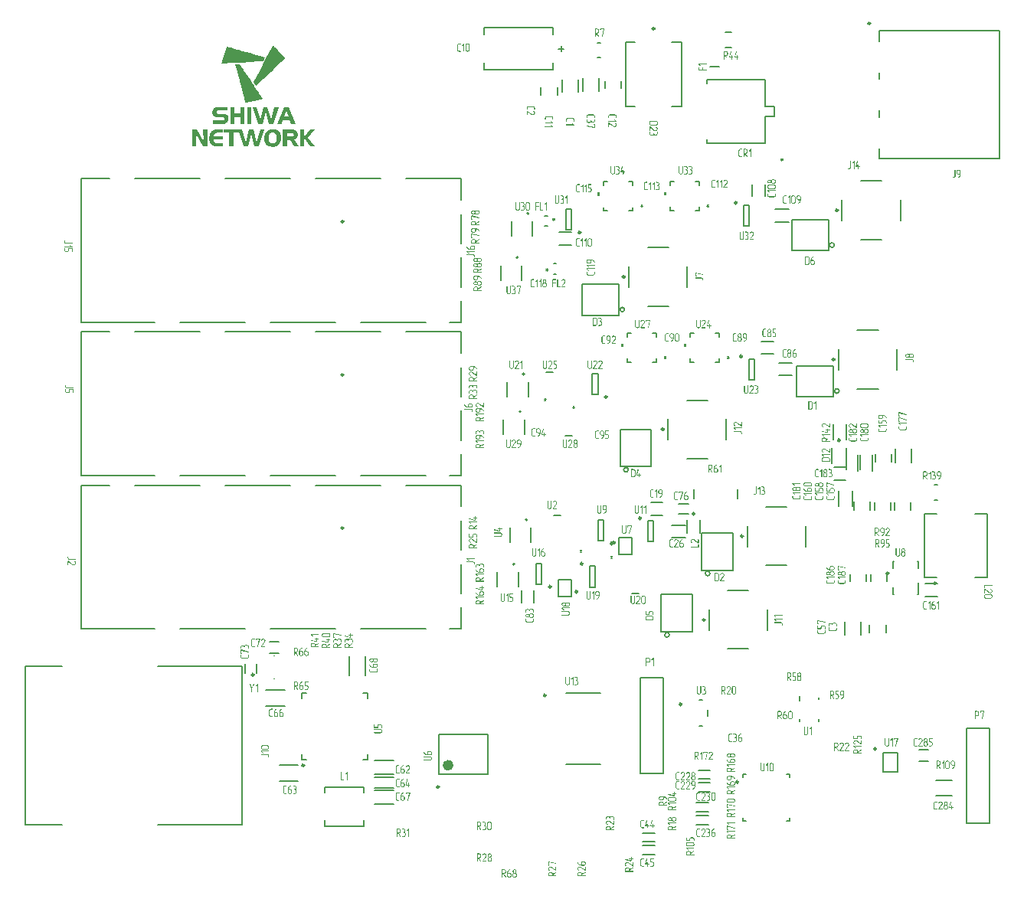
<source format=gto>
G04*
G04 #@! TF.GenerationSoftware,Altium Limited,Altium Designer,24.4.1 (13)*
G04*
G04 Layer_Color=65535*
%FSLAX44Y44*%
%MOMM*%
G71*
G04*
G04 #@! TF.SameCoordinates,C8449213-8EB4-48FE-A7C1-A76CF94B410D*
G04*
G04*
G04 #@! TF.FilePolarity,Positive*
G04*
G01*
G75*
%ADD10C,0.1524*%
%ADD11C,0.2500*%
%ADD12C,0.2000*%
%ADD13C,0.6000*%
G36*
X228911Y1005661D02*
X229432Y1005531D01*
X233079Y1004489D01*
X233600Y1004358D01*
X238159Y1003056D01*
X238680Y1002926D01*
X242327Y1001883D01*
X242848Y1001753D01*
X246495Y1000711D01*
X247017Y1000581D01*
X250664Y999539D01*
X251185Y999409D01*
X254832Y998367D01*
X255353Y998236D01*
X258088Y997455D01*
X258674Y997260D01*
X258739Y997194D01*
X259716Y996999D01*
X260433Y996804D01*
X263168Y996022D01*
X263689Y995892D01*
X267336Y994850D01*
X267792Y994654D01*
X265643Y990421D01*
X265122Y990291D01*
X260107Y990096D01*
X240960Y989184D01*
X232884Y988793D01*
X229888Y988663D01*
X221682Y988272D01*
X219533Y988207D01*
X219468Y988402D01*
X219728Y989053D01*
X219924Y989770D01*
X220379Y991268D01*
X224938Y1005856D01*
X225264Y1006703D01*
X228911Y1005661D01*
D02*
G37*
G36*
X277691Y1007029D02*
X277822Y1006768D01*
X278864Y1005726D01*
X278994Y1005465D01*
X280166Y1004293D01*
X280297Y1004033D01*
X281469Y1002860D01*
X281599Y1002600D01*
X282771Y1001428D01*
X282902Y1001167D01*
X284074Y999995D01*
X284204Y999734D01*
X285246Y998692D01*
X285376Y998432D01*
X286549Y997260D01*
X286679Y996999D01*
X287851Y995827D01*
X287982Y995566D01*
X289154Y994394D01*
X289414Y993873D01*
X287786Y992245D01*
X287526Y992114D01*
X285051Y989640D01*
X284790Y989509D01*
X282316Y987035D01*
X282055Y986904D01*
X279450Y984299D01*
X279189Y984169D01*
X276715Y981694D01*
X276454Y981564D01*
X273849Y978959D01*
X273589Y978828D01*
X271114Y976354D01*
X270853Y976223D01*
X268378Y973748D01*
X268118Y973618D01*
X265513Y971013D01*
X265252Y970883D01*
X262777Y968408D01*
X262517Y968278D01*
X259912Y965673D01*
X259651Y965543D01*
X257697Y963589D01*
X257437Y963719D01*
X257241Y963914D01*
X257111Y964175D01*
X255809Y965998D01*
X255678Y966259D01*
X255418Y966519D01*
X255288Y966780D01*
X254897Y967431D01*
X261149Y979284D01*
X268704Y993612D01*
X274956Y1005465D01*
X275347Y1006117D01*
Y1006247D01*
X276128Y1007680D01*
X276454Y1008266D01*
X277691Y1007029D01*
D02*
G37*
G36*
X239787Y987230D02*
X239918Y986969D01*
X240569Y986058D01*
X240699Y985797D01*
X241220Y985015D01*
X241350Y984755D01*
X242002Y983843D01*
X242132Y983583D01*
X242783Y982671D01*
X242913Y982411D01*
X243565Y981499D01*
X243695Y981238D01*
X244086Y980717D01*
Y980587D01*
X244737Y979675D01*
X244867Y979415D01*
X245519Y978503D01*
X245649Y978242D01*
X246300Y977330D01*
X246430Y977070D01*
X246951Y976289D01*
X247082Y976028D01*
X247733Y975116D01*
X247863Y974856D01*
X248514Y973944D01*
X248645Y973683D01*
X249296Y972772D01*
X249426Y972511D01*
X251185Y969841D01*
X252227Y968278D01*
X253139Y966845D01*
X255223Y963719D01*
X255874Y962677D01*
X257437Y960332D01*
X258349Y958900D01*
X260433Y955773D01*
X261084Y954731D01*
X263168Y951605D01*
X264080Y950172D01*
X264601Y949391D01*
X264926Y948805D01*
X264340Y948609D01*
X263494Y948414D01*
X262452Y948154D01*
X261800Y948023D01*
X260758Y947763D01*
X260107Y947633D01*
X258544Y947242D01*
X257893Y947111D01*
X256330Y946721D01*
X255678Y946590D01*
X254115Y946200D01*
X253464Y946069D01*
X252422Y945809D01*
X251771Y945679D01*
X250208Y945288D01*
X249557Y945158D01*
X247993Y944767D01*
X247342Y944637D01*
X246300Y944376D01*
X246105Y944311D01*
X245909Y944897D01*
X245649Y945809D01*
X245258Y947372D01*
X244998Y948284D01*
X244607Y949847D01*
X244346Y950759D01*
X243955Y952322D01*
X243695Y953233D01*
X243304Y954797D01*
X243044Y955708D01*
X242653Y957271D01*
X242393Y958183D01*
X242132Y959225D01*
X241871Y960137D01*
X241481Y961700D01*
X241220Y962612D01*
X240829Y964175D01*
X240569Y965087D01*
X240178Y966650D01*
X239918Y967561D01*
X239527Y969125D01*
X239266Y970036D01*
X238876Y971599D01*
X238615Y972511D01*
X238224Y974074D01*
X237964Y974986D01*
X237573Y976549D01*
X237313Y977461D01*
X236922Y979024D01*
X236661Y979936D01*
X236271Y981499D01*
X236010Y982411D01*
X235619Y983973D01*
X235359Y984885D01*
X234838Y986969D01*
X235359Y987100D01*
X236791Y987230D01*
X238094Y987360D01*
X239592Y987425D01*
X239787Y987230D01*
D02*
G37*
G36*
X663372Y674561D02*
X660833D01*
Y678371D01*
X663372D01*
Y674561D01*
D02*
G37*
G36*
X733049Y674368D02*
X730509D01*
Y678178D01*
X733049D01*
Y674368D01*
D02*
G37*
G36*
X637336Y841844D02*
X634796D01*
Y845654D01*
X637336D01*
Y841844D01*
D02*
G37*
G36*
X710812Y841944D02*
X708272D01*
Y845754D01*
X710812D01*
Y841944D01*
D02*
G37*
G36*
X315154Y905871D02*
X322527Y896328D01*
X317243D01*
X310708Y905365D01*
Y896328D01*
X306369D01*
Y915028D01*
X310708D01*
Y906270D01*
X317496Y915028D01*
X322461D01*
X315154Y905871D01*
D02*
G37*
G36*
X203699Y896328D02*
X198855D01*
X191441Y910077D01*
X191614Y896328D01*
X187182D01*
Y915028D01*
X192413D01*
X199453Y901945D01*
X199280Y915028D01*
X203699D01*
Y896328D01*
D02*
G37*
G36*
X260824Y896328D02*
X255740Y896328D01*
X252093Y909904D01*
X248872Y896328D01*
X243814D01*
X238384Y912950D01*
Y911328D01*
X232488D01*
Y896328D01*
X228016D01*
Y911328D01*
X222146D01*
Y915001D01*
X237714D01*
X237705Y915028D01*
X242244D01*
X246237Y901026D01*
X249604Y915028D01*
X254515D01*
X258388Y901026D01*
X262128Y915028D01*
X266507D01*
X260824Y896328D01*
D02*
G37*
G36*
X297332Y915015D02*
X297465D01*
X297598Y915001D01*
X297758Y914988D01*
X297931Y914975D01*
X298104Y914961D01*
X298517Y914908D01*
X298943Y914828D01*
X299408Y914735D01*
X299874Y914615D01*
X300354Y914456D01*
X300819Y914269D01*
X301259Y914030D01*
X301658Y913764D01*
X301844Y913617D01*
X302031Y913444D01*
X302190Y913271D01*
X302323Y913085D01*
X302456Y912885D01*
X302563Y912672D01*
X302576Y912659D01*
X302616Y912606D01*
X302669Y912526D01*
X302736Y912419D01*
X302816Y912286D01*
X302909Y912126D01*
X303015Y911940D01*
X303122Y911727D01*
X303215Y911488D01*
X303322Y911235D01*
X303415Y910955D01*
X303495Y910662D01*
X303561Y910343D01*
X303614Y910010D01*
X303654Y909651D01*
X303668Y909292D01*
Y909278D01*
Y909238D01*
Y909185D01*
X303654Y909092D01*
Y908999D01*
X303641Y908866D01*
X303628Y908733D01*
X303614Y908573D01*
X303588Y908413D01*
X303561Y908227D01*
X303468Y907828D01*
X303361Y907402D01*
X303202Y906949D01*
X303015Y906483D01*
X302896Y906257D01*
X302763Y906031D01*
X302630Y905804D01*
X302470Y905578D01*
X302297Y905365D01*
X302110Y905166D01*
X301911Y904966D01*
X301684Y904793D01*
X301458Y904620D01*
X301192Y904460D01*
X300926Y904314D01*
X300633Y904194D01*
X300314Y904088D01*
X299981Y904008D01*
X304506Y896328D01*
X299795D01*
X295788Y903475D01*
X291702D01*
Y896328D01*
X287363D01*
Y915028D01*
X297239D01*
X297332Y915015D01*
D02*
G37*
G36*
X221215Y911355D02*
X214533D01*
X214453Y911341D01*
X214373D01*
X214187Y911315D01*
X213948Y911288D01*
X213695Y911235D01*
X213402Y911168D01*
X213096Y911075D01*
X212776Y910955D01*
X212457Y910809D01*
X212138Y910636D01*
X211845Y910423D01*
X211552Y910157D01*
X211299Y909864D01*
X211073Y909518D01*
X210886Y909132D01*
Y909118D01*
X210873Y909105D01*
X210860Y909052D01*
X210847Y908999D01*
X210793Y908852D01*
X210753Y908666D01*
X210700Y908440D01*
X210647Y908187D01*
X210620Y907907D01*
X210607Y907628D01*
X221215D01*
Y903954D01*
X210607D01*
Y903941D01*
Y903928D01*
Y903888D01*
Y903835D01*
X210620Y903701D01*
X210634Y903515D01*
X210660Y903289D01*
X210700Y903036D01*
X210753Y902770D01*
X210820Y902477D01*
X210913Y902184D01*
X211019Y901878D01*
X211166Y901585D01*
X211326Y901292D01*
X211525Y901026D01*
X211751Y900787D01*
X212018Y900587D01*
X212311Y900414D01*
X212324D01*
X212351Y900401D01*
X212404Y900374D01*
X212484Y900348D01*
X212577Y900321D01*
X212683Y900281D01*
X212803Y900241D01*
X212949Y900214D01*
X213122Y900174D01*
X213295Y900135D01*
X213495Y900095D01*
X213695Y900068D01*
X213921Y900041D01*
X214161Y900015D01*
X214666Y900001D01*
X221215D01*
Y896328D01*
X214174D01*
X214014Y896341D01*
X213815D01*
X213615Y896355D01*
X213389D01*
X212896Y896395D01*
X212377Y896434D01*
X211885Y896501D01*
X211645Y896541D01*
X211432Y896581D01*
X211419D01*
X211366Y896594D01*
X211286Y896621D01*
X211179Y896647D01*
X211059Y896687D01*
X210900Y896740D01*
X210740Y896807D01*
X210554Y896874D01*
X210354Y896967D01*
X210141Y897060D01*
X209702Y897286D01*
X209476Y897419D01*
X209249Y897566D01*
X209023Y897739D01*
X208797Y897912D01*
X208783Y897925D01*
X208757Y897938D01*
X208717Y897978D01*
X208664Y898018D01*
X208597Y898085D01*
X208517Y898165D01*
X208424Y898258D01*
X208331Y898364D01*
X208211Y898471D01*
X208105Y898617D01*
X207972Y898764D01*
X207852Y898923D01*
X207705Y899096D01*
X207572Y899296D01*
X207439Y899496D01*
X207293Y899722D01*
X207146Y899961D01*
X207013Y900201D01*
X206880Y900467D01*
X206747Y900760D01*
X206614Y901053D01*
X206481Y901359D01*
X206374Y901692D01*
X206255Y902038D01*
X206161Y902397D01*
X206068Y902770D01*
X205989Y903156D01*
X205922Y903555D01*
X205869Y903981D01*
X205829Y904420D01*
X205802Y904873D01*
X205789Y905339D01*
Y905352D01*
Y905418D01*
Y905498D01*
X205802Y905631D01*
Y905778D01*
X205815Y905964D01*
X205829Y906164D01*
X205855Y906403D01*
X205882Y906656D01*
X205909Y906922D01*
X205949Y907215D01*
X205989Y907521D01*
X206055Y907841D01*
X206108Y908187D01*
X206268Y908879D01*
X206481Y909598D01*
X206601Y909970D01*
X206734Y910330D01*
X206880Y910689D01*
X207053Y911048D01*
X207226Y911408D01*
X207426Y911754D01*
X207639Y912086D01*
X207865Y912406D01*
X208118Y912712D01*
X208384Y913005D01*
X208677Y913284D01*
X208983Y913537D01*
X209316Y913764D01*
X209662Y913977D01*
X209688Y913990D01*
X209755Y914016D01*
X209862Y914070D01*
X210021Y914136D01*
X210208Y914216D01*
X210434Y914309D01*
X210713Y914402D01*
X211019Y914509D01*
X211352Y914602D01*
X211725Y914695D01*
X212138Y914788D01*
X212577Y914868D01*
X213043Y914935D01*
X213535Y914988D01*
X214054Y915015D01*
X214600Y915028D01*
X221215D01*
Y911355D01*
D02*
G37*
G36*
X276250Y915361D02*
X276383D01*
X276543Y915347D01*
X276716Y915334D01*
X276902Y915321D01*
X277115Y915294D01*
X277341Y915267D01*
X277568Y915241D01*
X278073Y915161D01*
X278619Y915068D01*
X279191Y914935D01*
X279777Y914762D01*
X280376Y914562D01*
X280961Y914323D01*
X281534Y914043D01*
X282066Y913710D01*
X282332Y913524D01*
X282585Y913324D01*
X282812Y913111D01*
X283038Y912885D01*
X283051D01*
X283064Y912859D01*
X283091Y912819D01*
X283131Y912779D01*
X283184Y912712D01*
X283237Y912632D01*
X283317Y912539D01*
X283384Y912433D01*
X283464Y912313D01*
X283557Y912180D01*
X283650Y912033D01*
X283743Y911874D01*
X283836Y911701D01*
X283943Y911501D01*
X284049Y911301D01*
X284156Y911088D01*
X284249Y910849D01*
X284355Y910609D01*
X284462Y910343D01*
X284555Y910063D01*
X284648Y909784D01*
X284741Y909478D01*
X284834Y909158D01*
X284914Y908826D01*
X284994Y908480D01*
X285061Y908120D01*
X285114Y907748D01*
X285167Y907362D01*
X285207Y906949D01*
X285234Y906536D01*
X285260Y906111D01*
Y905658D01*
Y905631D01*
Y905592D01*
Y905552D01*
X285247Y905418D01*
Y905245D01*
X285221Y905019D01*
X285194Y904766D01*
X285167Y904473D01*
X285114Y904141D01*
X285047Y903781D01*
X284981Y903409D01*
X284888Y903009D01*
X284768Y902583D01*
X284635Y902144D01*
X284475Y901705D01*
X284302Y901253D01*
X284089Y900800D01*
X283863Y900348D01*
X283597Y899895D01*
X283304Y899456D01*
X282985Y899016D01*
X282625Y898604D01*
X282226Y898191D01*
X281800Y897819D01*
X281321Y897459D01*
X280815Y897140D01*
X280256Y896834D01*
X279657Y896581D01*
X279005Y896355D01*
X278313Y896182D01*
X277568Y896049D01*
X277181Y896009D01*
X276782Y895969D01*
X276356Y895955D01*
X275930Y895942D01*
X275718D01*
X275598Y895955D01*
X275465D01*
X275305Y895969D01*
X275132Y895982D01*
X274932Y895995D01*
X274719Y896022D01*
X274506Y896049D01*
X274267Y896075D01*
X273748Y896155D01*
X273202Y896261D01*
X272616Y896395D01*
X272031Y896568D01*
X271432Y896780D01*
X270833Y897020D01*
X270261Y897326D01*
X269715Y897659D01*
X269462Y897859D01*
X269209Y898058D01*
X268983Y898271D01*
X268757Y898511D01*
Y898524D01*
X268730Y898537D01*
X268703Y898577D01*
X268663Y898631D01*
X268610Y898684D01*
X268557Y898764D01*
X268490Y898857D01*
X268424Y898963D01*
X268344Y899083D01*
X268264Y899216D01*
X268171Y899376D01*
X268078Y899536D01*
X267985Y899709D01*
X267891Y899908D01*
X267785Y900108D01*
X267692Y900334D01*
X267585Y900560D01*
X267492Y900813D01*
X267386Y901079D01*
X267292Y901359D01*
X267199Y901652D01*
X267106Y901958D01*
X267026Y902291D01*
X266946Y902623D01*
X266880Y902970D01*
X266813Y903342D01*
X266760Y903715D01*
X266707Y904114D01*
X266667Y904527D01*
X266640Y904953D01*
X266614Y905392D01*
Y905844D01*
Y905858D01*
Y905871D01*
Y905951D01*
X266627Y906084D01*
Y906257D01*
X266654Y906470D01*
X266680Y906723D01*
X266707Y907016D01*
X266760Y907335D01*
X266827Y907681D01*
X266893Y908054D01*
X266986Y908453D01*
X267106Y908866D01*
X267239Y909292D01*
X267399Y909717D01*
X267572Y910170D01*
X267785Y910609D01*
X268011Y911062D01*
X268277Y911501D01*
X268570Y911940D01*
X268890Y912353D01*
X269249Y912765D01*
X269635Y913165D01*
X270074Y913537D01*
X270540Y913883D01*
X271059Y914203D01*
X271605Y914496D01*
X272217Y914749D01*
X272856Y914961D01*
X273548Y915134D01*
X274293Y915267D01*
X275079Y915347D01*
X275504Y915374D01*
X276143D01*
X276250Y915361D01*
D02*
G37*
G36*
X244604Y921200D02*
X240251D01*
Y928800D01*
X233756D01*
Y921200D01*
X229417D01*
Y939900D01*
X233756D01*
Y932526D01*
X240251D01*
Y939900D01*
X244604D01*
Y921200D01*
D02*
G37*
G36*
X276746D02*
X271662D01*
X268015Y934776D01*
X264794Y921200D01*
X259737D01*
X253628Y939900D01*
X258166D01*
X262159Y925898D01*
X265526Y939900D01*
X270438D01*
X274311Y925898D01*
X278051Y939900D01*
X282430Y939900D01*
X276746Y921200D01*
D02*
G37*
G36*
X301236Y921200D02*
X296538D01*
X294874Y925526D01*
X287327D01*
X285704Y921200D01*
X281218Y921200D01*
X289004Y939900D01*
X293383D01*
X301236Y921200D01*
D02*
G37*
G36*
X252390Y921200D02*
X247878D01*
Y939900D01*
X252390D01*
Y921200D01*
D02*
G37*
G36*
X226183Y936160D02*
X216347D01*
X216214Y936147D01*
X216055Y936133D01*
X215842Y936093D01*
X215615Y936053D01*
X215376Y935987D01*
X215136Y935894D01*
X214883Y935774D01*
X214644Y935641D01*
X214417Y935468D01*
X214205Y935255D01*
X214045Y935015D01*
X213912Y934723D01*
X213859Y934563D01*
X213819Y934390D01*
X213805Y934217D01*
X213792Y934017D01*
Y934004D01*
Y933937D01*
X213805Y933857D01*
X213832Y933751D01*
X213859Y933618D01*
X213912Y933471D01*
X213978Y933325D01*
X214058Y933165D01*
X214178Y933006D01*
X214311Y932846D01*
X214484Y932700D01*
X214697Y932566D01*
X214937Y932460D01*
X215229Y932380D01*
X215562Y932314D01*
X215935Y932300D01*
X221192D01*
X221285Y932287D01*
X221405D01*
X221538Y932274D01*
X221684Y932260D01*
X221844Y932247D01*
X222017Y932234D01*
X222403Y932180D01*
X222829Y932114D01*
X223268Y932021D01*
X223721Y931901D01*
X224187Y931741D01*
X224639Y931555D01*
X225065Y931342D01*
X225478Y931076D01*
X225850Y930770D01*
X226010Y930610D01*
X226170Y930424D01*
X226303Y930237D01*
X226423Y930024D01*
X226436Y930011D01*
X226449Y929971D01*
X226489Y929904D01*
X226529Y929811D01*
X226569Y929691D01*
X226636Y929545D01*
X226689Y929372D01*
X226756Y929186D01*
X226809Y928973D01*
X226875Y928733D01*
X226929Y928480D01*
X226968Y928201D01*
X227022Y927908D01*
X227048Y927589D01*
X227062Y927256D01*
X227075Y926910D01*
Y926897D01*
Y926843D01*
Y926763D01*
X227062Y926670D01*
X227048Y926537D01*
X227035Y926377D01*
X227008Y926204D01*
X226968Y926018D01*
X226929Y925805D01*
X226875Y925592D01*
X226809Y925353D01*
X226729Y925100D01*
X226636Y924847D01*
X226516Y924594D01*
X226396Y924328D01*
X226250Y924062D01*
X226077Y923782D01*
X225890Y923529D01*
X225691Y923263D01*
X225451Y923010D01*
X225198Y922757D01*
X224919Y922531D01*
X224613Y922305D01*
X224280Y922092D01*
X223921Y921905D01*
X223521Y921732D01*
X223095Y921573D01*
X222630Y921440D01*
X222137Y921346D01*
X221618Y921266D01*
X221046Y921213D01*
X220447Y921200D01*
X209999D01*
Y924940D01*
X220061D01*
X220167Y924953D01*
X220287D01*
X220580Y924980D01*
X220899Y925006D01*
X221219Y925060D01*
X221525Y925140D01*
X221658Y925180D01*
X221778Y925233D01*
X221791D01*
X221818Y925246D01*
X221844Y925273D01*
X221898Y925313D01*
X222017Y925419D01*
X222164Y925565D01*
X222230Y925672D01*
X222310Y925779D01*
X222377Y925898D01*
X222430Y926031D01*
X222483Y926191D01*
X222523Y926351D01*
X222536Y926537D01*
X222550Y926737D01*
Y926750D01*
Y926790D01*
Y926843D01*
X222536Y926923D01*
Y927003D01*
X222510Y927109D01*
X222470Y927349D01*
X222390Y927602D01*
X222270Y927855D01*
X222204Y927961D01*
X222111Y928081D01*
X222017Y928174D01*
X221898Y928254D01*
X221871Y928267D01*
X221844Y928281D01*
X221791Y928307D01*
X221738Y928334D01*
X221658Y928361D01*
X221565Y928400D01*
X221472Y928427D01*
X221352Y928454D01*
X221219Y928494D01*
X221072Y928520D01*
X220899Y928547D01*
X220726Y928574D01*
X220527Y928587D01*
X220314Y928600D01*
X215376D01*
X215283Y928613D01*
X215070D01*
X214817Y928640D01*
X214537Y928667D01*
X214205Y928693D01*
X213859Y928746D01*
X213499Y928800D01*
X213127Y928880D01*
X212740Y928973D01*
X212368Y929079D01*
X212008Y929212D01*
X211649Y929372D01*
X211316Y929545D01*
X211024Y929745D01*
X211010Y929758D01*
X210944Y929811D01*
X210864Y929891D01*
X210757Y929998D01*
X210624Y930144D01*
X210478Y930330D01*
X210318Y930543D01*
X210158Y930783D01*
X209985Y931062D01*
X209826Y931382D01*
X209679Y931741D01*
X209559Y932127D01*
X209440Y932553D01*
X209360Y933019D01*
X209307Y933525D01*
X209280Y934070D01*
Y934084D01*
Y934124D01*
Y934177D01*
X209293Y934270D01*
Y934363D01*
X209307Y934496D01*
X209320Y934629D01*
X209333Y934789D01*
X209360Y934962D01*
X209400Y935148D01*
X209480Y935548D01*
X209586Y935987D01*
X209746Y936440D01*
X209946Y936919D01*
X210052Y937145D01*
X210185Y937384D01*
X210331Y937624D01*
X210491Y937850D01*
X210664Y938063D01*
X210851Y938276D01*
X211050Y938489D01*
X211276Y938689D01*
X211516Y938862D01*
X211769Y939035D01*
X212048Y939195D01*
X212341Y939328D01*
X212661Y939447D01*
X212993Y939554D01*
X213007D01*
X213047Y939567D01*
X213127Y939581D01*
X213220Y939607D01*
X213339Y939634D01*
X213486Y939660D01*
X213645Y939700D01*
X213832Y939727D01*
X214032Y939754D01*
X214258Y939793D01*
X214497Y939820D01*
X214764Y939847D01*
X215030Y939873D01*
X215309Y939887D01*
X215908Y939900D01*
X226183D01*
Y936160D01*
D02*
G37*
G36*
X609335Y609121D02*
X609408Y609101D01*
X609488Y609075D01*
X609575Y609021D01*
X609614Y608982D01*
X609648Y608942D01*
X609681Y608888D01*
X609701Y608829D01*
X609714Y608762D01*
X609721Y608682D01*
Y608675D01*
X609714Y608656D01*
X609708Y608636D01*
X609694Y608609D01*
X609681Y608576D01*
X609668Y608536D01*
X609641Y608483D01*
X609614Y608429D01*
X609575Y608356D01*
X609535Y608283D01*
X609481Y608190D01*
X609422Y608090D01*
X609355Y607970D01*
X609275Y607844D01*
X609940D01*
X609974Y607837D01*
X610040Y607817D01*
X610127Y607784D01*
X610207Y607730D01*
X610247Y607697D01*
X610280Y607651D01*
X610313Y607597D01*
X610333Y607537D01*
X610346Y607471D01*
X610353Y607391D01*
Y607384D01*
Y607371D01*
Y607351D01*
X610346Y607318D01*
X610326Y607245D01*
X610293Y607165D01*
X610240Y607078D01*
X610207Y607045D01*
X610160Y607012D01*
X610107Y606978D01*
X610047Y606959D01*
X609981Y606945D01*
X609901Y606939D01*
X609275D01*
X609282Y606932D01*
X609295Y606905D01*
X609315Y606872D01*
X609348Y606819D01*
X609381Y606766D01*
X609415Y606699D01*
X609501Y606553D01*
X609581Y606406D01*
X609621Y606333D01*
X609654Y606267D01*
X609681Y606207D01*
X609701Y606153D01*
X609714Y606113D01*
X609721Y606087D01*
Y606080D01*
Y606067D01*
Y606047D01*
X609714Y606020D01*
X609694Y605947D01*
X609661Y605867D01*
X609641Y605827D01*
X609608Y605787D01*
X609568Y605747D01*
X609521Y605714D01*
X609468Y605687D01*
X609408Y605667D01*
X609335Y605654D01*
X609255Y605648D01*
X609208D01*
X609162Y605661D01*
X609102Y605674D01*
X609042Y605694D01*
X608976Y605734D01*
X608922Y605781D01*
X608876Y605847D01*
X608616Y606539D01*
X608383Y605907D01*
X608377Y605894D01*
X608357Y605867D01*
X608323Y605827D01*
X608277Y605781D01*
X608217Y605734D01*
X608137Y605694D01*
X608044Y605661D01*
X607931Y605648D01*
X607891D01*
X607864Y605654D01*
X607798Y605674D01*
X607718Y605707D01*
X607685Y605727D01*
X607645Y605761D01*
X607611Y605801D01*
X607578Y605840D01*
X607551Y605900D01*
X607532Y605960D01*
X607518Y606034D01*
X607511Y606113D01*
Y606120D01*
X607518Y606140D01*
X607525Y606153D01*
X607532Y606180D01*
X607545Y606213D01*
X607565Y606246D01*
X607591Y606293D01*
X607618Y606353D01*
X607658Y606419D01*
X607698Y606499D01*
X607751Y606586D01*
X607811Y606692D01*
X607884Y606805D01*
X607964Y606939D01*
X607299D01*
X607265Y606945D01*
X607192Y606965D01*
X607106Y606992D01*
X607026Y607052D01*
X606986Y607085D01*
X606953Y607132D01*
X606919Y607178D01*
X606899Y607245D01*
X606886Y607311D01*
X606879Y607391D01*
Y607398D01*
Y607411D01*
Y607431D01*
X606886Y607464D01*
X606906Y607531D01*
X606939Y607617D01*
X606959Y607657D01*
X606992Y607697D01*
X607026Y607737D01*
X607072Y607770D01*
X607126Y607804D01*
X607186Y607824D01*
X607259Y607837D01*
X607338Y607844D01*
X607964D01*
X607957Y607850D01*
X607944Y607877D01*
X607924Y607910D01*
X607891Y607963D01*
X607858Y608017D01*
X607818Y608083D01*
X607738Y608223D01*
X607651Y608369D01*
X607611Y608436D01*
X607578Y608503D01*
X607551Y608562D01*
X607532Y608609D01*
X607518Y608642D01*
X607511Y608669D01*
Y608675D01*
Y608689D01*
Y608709D01*
X607518Y608742D01*
X607538Y608815D01*
X607571Y608895D01*
X607598Y608942D01*
X607625Y608982D01*
X607665Y609021D01*
X607711Y609055D01*
X607764Y609088D01*
X607831Y609108D01*
X607897Y609121D01*
X607984Y609128D01*
X608031D01*
X608077Y609115D01*
X608137Y609101D01*
X608197Y609081D01*
X608257Y609048D01*
X608317Y609002D01*
X608357Y608935D01*
X608616Y608243D01*
X608849Y608868D01*
X608856Y608882D01*
X608876Y608908D01*
X608909Y608955D01*
X608949Y609002D01*
X609009Y609048D01*
X609082Y609088D01*
X609162Y609121D01*
X609262Y609128D01*
X609302D01*
X609335Y609121D01*
D02*
G37*
G36*
X651488Y443622D02*
X651554Y443602D01*
X651634Y443569D01*
X651667Y443549D01*
X651707Y443516D01*
X651740Y443476D01*
X651774Y443436D01*
X651800Y443376D01*
X651820Y443316D01*
X651834Y443243D01*
X651840Y443163D01*
Y443157D01*
X651834Y443137D01*
X651827Y443123D01*
X651820Y443097D01*
X651807Y443063D01*
X651787Y443030D01*
X651760Y442984D01*
X651734Y442924D01*
X651694Y442857D01*
X651654Y442777D01*
X651601Y442691D01*
X651541Y442584D01*
X651468Y442471D01*
X651388Y442338D01*
X652053D01*
X652086Y442331D01*
X652160Y442311D01*
X652246Y442285D01*
X652326Y442225D01*
X652366Y442192D01*
X652399Y442145D01*
X652433Y442099D01*
X652452Y442032D01*
X652466Y441965D01*
X652473Y441885D01*
Y441879D01*
Y441866D01*
Y441846D01*
X652466Y441812D01*
X652446Y441746D01*
X652413Y441659D01*
X652393Y441619D01*
X652359Y441579D01*
X652326Y441539D01*
X652280Y441506D01*
X652226Y441473D01*
X652166Y441453D01*
X652093Y441440D01*
X652013Y441433D01*
X651388D01*
X651394Y441426D01*
X651408Y441400D01*
X651428Y441366D01*
X651461Y441313D01*
X651494Y441260D01*
X651534Y441193D01*
X651614Y441054D01*
X651701Y440907D01*
X651740Y440841D01*
X651774Y440774D01*
X651800Y440714D01*
X651820Y440668D01*
X651834Y440634D01*
X651840Y440608D01*
Y440601D01*
Y440588D01*
Y440568D01*
X651834Y440535D01*
X651814Y440461D01*
X651780Y440382D01*
X651754Y440335D01*
X651727Y440295D01*
X651687Y440255D01*
X651641Y440222D01*
X651587Y440188D01*
X651521Y440169D01*
X651454Y440155D01*
X651368Y440149D01*
X651321D01*
X651275Y440162D01*
X651215Y440175D01*
X651155Y440195D01*
X651095Y440229D01*
X651035Y440275D01*
X650995Y440342D01*
X650736Y441034D01*
X650503Y440408D01*
X650496Y440395D01*
X650476Y440368D01*
X650443Y440322D01*
X650403Y440275D01*
X650343Y440229D01*
X650270Y440188D01*
X650190Y440155D01*
X650090Y440149D01*
X650050D01*
X650017Y440155D01*
X649944Y440175D01*
X649864Y440202D01*
X649777Y440255D01*
X649737Y440295D01*
X649704Y440335D01*
X649671Y440388D01*
X649651Y440448D01*
X649638Y440515D01*
X649631Y440594D01*
Y440601D01*
X649638Y440621D01*
X649644Y440641D01*
X649658Y440668D01*
X649671Y440701D01*
X649684Y440741D01*
X649711Y440794D01*
X649737Y440847D01*
X649777Y440921D01*
X649817Y440994D01*
X649871Y441087D01*
X649930Y441187D01*
X649997Y441306D01*
X650077Y441433D01*
X649411D01*
X649378Y441440D01*
X649312Y441460D01*
X649225Y441493D01*
X649145Y441546D01*
X649105Y441579D01*
X649072Y441626D01*
X649039Y441679D01*
X649019Y441739D01*
X649005Y441806D01*
X648999Y441885D01*
Y441892D01*
Y441906D01*
Y441925D01*
X649005Y441959D01*
X649025Y442032D01*
X649059Y442112D01*
X649112Y442198D01*
X649145Y442232D01*
X649192Y442265D01*
X649245Y442298D01*
X649305Y442318D01*
X649371Y442331D01*
X649451Y442338D01*
X650077D01*
X650070Y442345D01*
X650057Y442371D01*
X650037Y442405D01*
X650004Y442458D01*
X649970Y442511D01*
X649937Y442578D01*
X649850Y442724D01*
X649771Y442870D01*
X649731Y442944D01*
X649697Y443010D01*
X649671Y443070D01*
X649651Y443123D01*
X649638Y443163D01*
X649631Y443190D01*
Y443196D01*
Y443210D01*
Y443230D01*
X649638Y443256D01*
X649658Y443330D01*
X649691Y443410D01*
X649711Y443449D01*
X649744Y443489D01*
X649784Y443529D01*
X649830Y443563D01*
X649884Y443589D01*
X649944Y443609D01*
X650017Y443622D01*
X650097Y443629D01*
X650143D01*
X650190Y443616D01*
X650250Y443602D01*
X650310Y443582D01*
X650376Y443543D01*
X650430Y443496D01*
X650476Y443429D01*
X650736Y442737D01*
X650968Y443369D01*
X650975Y443383D01*
X650995Y443410D01*
X651028Y443449D01*
X651075Y443496D01*
X651135Y443543D01*
X651215Y443582D01*
X651308Y443616D01*
X651421Y443629D01*
X651461D01*
X651488Y443622D01*
D02*
G37*
G36*
X579450Y761452D02*
X579517Y761432D01*
X579603Y761399D01*
X579643Y761379D01*
X579683Y761345D01*
X579723Y761312D01*
X579756Y761266D01*
X579790Y761212D01*
X579810Y761152D01*
X579823Y761079D01*
X579830Y760999D01*
Y760374D01*
X579836Y760380D01*
X579863Y760394D01*
X579896Y760414D01*
X579949Y760447D01*
X580003Y760480D01*
X580069Y760520D01*
X580209Y760600D01*
X580355Y760687D01*
X580422Y760726D01*
X580489Y760760D01*
X580548Y760786D01*
X580595Y760806D01*
X580628Y760820D01*
X580655Y760826D01*
X580662D01*
X580675D01*
X580695D01*
X580728Y760820D01*
X580801Y760800D01*
X580881Y760767D01*
X580928Y760740D01*
X580968Y760713D01*
X581007Y760673D01*
X581041Y760627D01*
X581074Y760574D01*
X581094Y760507D01*
X581107Y760440D01*
X581114Y760354D01*
Y760307D01*
X581101Y760261D01*
X581087Y760201D01*
X581067Y760141D01*
X581034Y760081D01*
X580988Y760021D01*
X580921Y759981D01*
X580229Y759722D01*
X580854Y759489D01*
X580868Y759482D01*
X580894Y759462D01*
X580941Y759429D01*
X580988Y759389D01*
X581034Y759329D01*
X581074Y759256D01*
X581107Y759176D01*
X581114Y759076D01*
Y759036D01*
X581107Y759003D01*
X581087Y758930D01*
X581061Y758850D01*
X581007Y758763D01*
X580968Y758724D01*
X580928Y758690D01*
X580874Y758657D01*
X580815Y758637D01*
X580748Y758624D01*
X580668Y758617D01*
X580662D01*
X580642Y758624D01*
X580621Y758630D01*
X580595Y758644D01*
X580562Y758657D01*
X580522Y758670D01*
X580468Y758697D01*
X580415Y758724D01*
X580342Y758763D01*
X580269Y758803D01*
X580176Y758857D01*
X580076Y758916D01*
X579956Y758983D01*
X579830Y759063D01*
Y758397D01*
X579823Y758364D01*
X579803Y758298D01*
X579770Y758211D01*
X579716Y758131D01*
X579683Y758091D01*
X579637Y758058D01*
X579583Y758025D01*
X579524Y758005D01*
X579457Y757991D01*
X579377Y757985D01*
X579370D01*
X579357D01*
X579337D01*
X579304Y757991D01*
X579231Y758011D01*
X579151Y758045D01*
X579064Y758098D01*
X579031Y758131D01*
X578998Y758178D01*
X578965Y758231D01*
X578945Y758291D01*
X578931Y758357D01*
X578925Y758437D01*
Y759063D01*
X578918Y759056D01*
X578891Y759043D01*
X578858Y759023D01*
X578805Y758990D01*
X578751Y758956D01*
X578685Y758923D01*
X578539Y758837D01*
X578392Y758757D01*
X578319Y758717D01*
X578252Y758683D01*
X578192Y758657D01*
X578139Y758637D01*
X578099Y758624D01*
X578073Y758617D01*
X578066D01*
X578053D01*
X578033D01*
X578006Y758624D01*
X577933Y758644D01*
X577853Y758677D01*
X577813Y758697D01*
X577773Y758730D01*
X577733Y758770D01*
X577700Y758817D01*
X577673Y758870D01*
X577654Y758930D01*
X577640Y759003D01*
X577634Y759083D01*
Y759129D01*
X577647Y759176D01*
X577660Y759236D01*
X577680Y759296D01*
X577720Y759362D01*
X577767Y759416D01*
X577833Y759462D01*
X578525Y759722D01*
X577893Y759955D01*
X577880Y759961D01*
X577853Y759981D01*
X577813Y760014D01*
X577767Y760061D01*
X577720Y760121D01*
X577680Y760201D01*
X577647Y760294D01*
X577634Y760407D01*
Y760447D01*
X577640Y760474D01*
X577660Y760540D01*
X577693Y760620D01*
X577713Y760653D01*
X577747Y760693D01*
X577787Y760726D01*
X577826Y760760D01*
X577886Y760786D01*
X577946Y760806D01*
X578019Y760820D01*
X578099Y760826D01*
X578106D01*
X578126Y760820D01*
X578139Y760813D01*
X578166Y760806D01*
X578199Y760793D01*
X578232Y760773D01*
X578279Y760747D01*
X578339Y760720D01*
X578405Y760680D01*
X578485Y760640D01*
X578572Y760587D01*
X578678Y760527D01*
X578792Y760454D01*
X578925Y760374D01*
Y761039D01*
X578931Y761073D01*
X578951Y761146D01*
X578978Y761232D01*
X579038Y761312D01*
X579071Y761352D01*
X579118Y761385D01*
X579164Y761419D01*
X579231Y761439D01*
X579297Y761452D01*
X579377Y761459D01*
X579384D01*
X579397D01*
X579417D01*
X579450Y761452D01*
D02*
G37*
G36*
X586710Y817181D02*
X586783Y817161D01*
X586863Y817128D01*
X586950Y817074D01*
X586983Y817041D01*
X587016Y816994D01*
X587049Y816941D01*
X587069Y816881D01*
X587083Y816815D01*
X587089Y816735D01*
Y816109D01*
X587096Y816116D01*
X587122Y816129D01*
X587156Y816149D01*
X587209Y816183D01*
X587262Y816216D01*
X587329Y816249D01*
X587475Y816336D01*
X587622Y816416D01*
X587695Y816456D01*
X587761Y816489D01*
X587821Y816515D01*
X587874Y816535D01*
X587914Y816549D01*
X587941Y816555D01*
X587948D01*
X587961D01*
X587981D01*
X588008Y816549D01*
X588081Y816529D01*
X588161Y816495D01*
X588201Y816476D01*
X588241Y816442D01*
X588280Y816402D01*
X588314Y816356D01*
X588340Y816302D01*
X588360Y816243D01*
X588374Y816169D01*
X588380Y816089D01*
Y816043D01*
X588367Y815996D01*
X588354Y815936D01*
X588334Y815876D01*
X588294Y815810D01*
X588247Y815757D01*
X588181Y815710D01*
X587489Y815451D01*
X588121Y815218D01*
X588134Y815211D01*
X588161Y815191D01*
X588201Y815158D01*
X588247Y815111D01*
X588294Y815051D01*
X588334Y814971D01*
X588367Y814878D01*
X588380Y814765D01*
Y814725D01*
X588374Y814699D01*
X588354Y814632D01*
X588320Y814552D01*
X588300Y814519D01*
X588267Y814479D01*
X588227Y814446D01*
X588187Y814413D01*
X588127Y814386D01*
X588068Y814366D01*
X587994Y814353D01*
X587914Y814346D01*
X587908D01*
X587888Y814353D01*
X587874Y814359D01*
X587848Y814366D01*
X587815Y814379D01*
X587781Y814399D01*
X587735Y814426D01*
X587675Y814452D01*
X587608Y814492D01*
X587528Y814532D01*
X587442Y814585D01*
X587336Y814645D01*
X587222Y814719D01*
X587089Y814798D01*
Y814133D01*
X587083Y814100D01*
X587063Y814026D01*
X587036Y813940D01*
X586976Y813860D01*
X586943Y813820D01*
X586896Y813787D01*
X586850Y813754D01*
X586783Y813734D01*
X586717Y813720D01*
X586637Y813714D01*
X586630D01*
X586617D01*
X586597D01*
X586563Y813720D01*
X586497Y813740D01*
X586410Y813774D01*
X586371Y813794D01*
X586331Y813827D01*
X586291Y813860D01*
X586257Y813907D01*
X586224Y813960D01*
X586204Y814020D01*
X586191Y814093D01*
X586184Y814173D01*
Y814798D01*
X586177Y814792D01*
X586151Y814779D01*
X586118Y814759D01*
X586064Y814725D01*
X586011Y814692D01*
X585945Y814652D01*
X585805Y814572D01*
X585658Y814486D01*
X585592Y814446D01*
X585525Y814413D01*
X585466Y814386D01*
X585419Y814366D01*
X585386Y814353D01*
X585359Y814346D01*
X585352D01*
X585339D01*
X585319D01*
X585286Y814353D01*
X585213Y814372D01*
X585133Y814406D01*
X585086Y814432D01*
X585046Y814459D01*
X585006Y814499D01*
X584973Y814546D01*
X584940Y814599D01*
X584920Y814665D01*
X584907Y814732D01*
X584900Y814818D01*
Y814865D01*
X584913Y814912D01*
X584926Y814971D01*
X584946Y815031D01*
X584980Y815091D01*
X585026Y815151D01*
X585093Y815191D01*
X585785Y815451D01*
X585159Y815684D01*
X585146Y815690D01*
X585119Y815710D01*
X585073Y815743D01*
X585026Y815783D01*
X584980Y815843D01*
X584940Y815917D01*
X584907Y815996D01*
X584900Y816096D01*
Y816136D01*
X584907Y816169D01*
X584926Y816243D01*
X584953Y816322D01*
X585006Y816409D01*
X585046Y816449D01*
X585086Y816482D01*
X585139Y816515D01*
X585199Y816535D01*
X585266Y816549D01*
X585346Y816555D01*
X585352D01*
X585372Y816549D01*
X585392Y816542D01*
X585419Y816529D01*
X585452Y816515D01*
X585492Y816502D01*
X585545Y816476D01*
X585598Y816449D01*
X585672Y816409D01*
X585745Y816369D01*
X585838Y816316D01*
X585938Y816256D01*
X586058Y816189D01*
X586184Y816109D01*
Y816775D01*
X586191Y816808D01*
X586211Y816875D01*
X586244Y816961D01*
X586297Y817041D01*
X586331Y817081D01*
X586377Y817114D01*
X586430Y817148D01*
X586490Y817168D01*
X586557Y817181D01*
X586637Y817188D01*
X586643D01*
X586657D01*
X586677D01*
X586710Y817181D01*
D02*
G37*
G36*
X710487Y664553D02*
X710561Y664533D01*
X710640Y664506D01*
X710727Y664453D01*
X710767Y664413D01*
X710800Y664373D01*
X710833Y664320D01*
X710853Y664260D01*
X710867Y664194D01*
X710873Y664114D01*
Y664107D01*
X710867Y664087D01*
X710860Y664067D01*
X710847Y664041D01*
X710833Y664007D01*
X710820Y663967D01*
X710793Y663914D01*
X710767Y663861D01*
X710727Y663788D01*
X710687Y663715D01*
X710634Y663621D01*
X710574Y663521D01*
X710507Y663402D01*
X710427Y663275D01*
X711093D01*
X711126Y663269D01*
X711193Y663249D01*
X711279Y663215D01*
X711359Y663162D01*
X711399Y663129D01*
X711432Y663082D01*
X711466Y663029D01*
X711486Y662969D01*
X711499Y662903D01*
X711506Y662823D01*
Y662816D01*
Y662803D01*
Y662783D01*
X711499Y662750D01*
X711479Y662676D01*
X711446Y662597D01*
X711392Y662510D01*
X711359Y662477D01*
X711312Y662443D01*
X711259Y662410D01*
X711199Y662390D01*
X711133Y662377D01*
X711053Y662370D01*
X710427D01*
X710434Y662364D01*
X710447Y662337D01*
X710467Y662304D01*
X710501Y662250D01*
X710534Y662197D01*
X710567Y662131D01*
X710654Y661984D01*
X710733Y661838D01*
X710773Y661765D01*
X710807Y661698D01*
X710833Y661638D01*
X710853Y661585D01*
X710867Y661545D01*
X710873Y661518D01*
Y661512D01*
Y661498D01*
Y661479D01*
X710867Y661452D01*
X710847Y661379D01*
X710813Y661299D01*
X710793Y661259D01*
X710760Y661219D01*
X710720Y661179D01*
X710674Y661146D01*
X710620Y661119D01*
X710561Y661099D01*
X710487Y661086D01*
X710407Y661079D01*
X710361D01*
X710314Y661093D01*
X710254Y661106D01*
X710194Y661126D01*
X710128Y661166D01*
X710075Y661212D01*
X710028Y661279D01*
X709769Y661971D01*
X709536Y661339D01*
X709529Y661325D01*
X709509Y661299D01*
X709476Y661259D01*
X709429Y661212D01*
X709369Y661166D01*
X709289Y661126D01*
X709196Y661093D01*
X709083Y661079D01*
X709043D01*
X709017Y661086D01*
X708950Y661106D01*
X708870Y661139D01*
X708837Y661159D01*
X708797Y661192D01*
X708764Y661232D01*
X708730Y661272D01*
X708704Y661332D01*
X708684Y661392D01*
X708671Y661465D01*
X708664Y661545D01*
Y661552D01*
X708671Y661572D01*
X708677Y661585D01*
X708684Y661612D01*
X708697Y661645D01*
X708717Y661678D01*
X708744Y661725D01*
X708770Y661785D01*
X708810Y661851D01*
X708850Y661931D01*
X708904Y662018D01*
X708963Y662124D01*
X709037Y662237D01*
X709116Y662370D01*
X708451D01*
X708418Y662377D01*
X708344Y662397D01*
X708258Y662423D01*
X708178Y662483D01*
X708138Y662517D01*
X708105Y662563D01*
X708072Y662610D01*
X708052Y662676D01*
X708038Y662743D01*
X708032Y662823D01*
Y662829D01*
Y662843D01*
Y662863D01*
X708038Y662896D01*
X708058Y662962D01*
X708092Y663049D01*
X708111Y663089D01*
X708145Y663129D01*
X708178Y663169D01*
X708225Y663202D01*
X708278Y663235D01*
X708338Y663255D01*
X708411Y663269D01*
X708491Y663275D01*
X709116D01*
X709110Y663282D01*
X709096Y663309D01*
X709077Y663342D01*
X709043Y663395D01*
X709010Y663448D01*
X708970Y663515D01*
X708890Y663655D01*
X708804Y663801D01*
X708764Y663868D01*
X708730Y663934D01*
X708704Y663994D01*
X708684Y664041D01*
X708671Y664074D01*
X708664Y664100D01*
Y664107D01*
Y664120D01*
Y664140D01*
X708671Y664174D01*
X708690Y664247D01*
X708724Y664327D01*
X708750Y664373D01*
X708777Y664413D01*
X708817Y664453D01*
X708864Y664486D01*
X708917Y664520D01*
X708983Y664540D01*
X709050Y664553D01*
X709136Y664560D01*
X709183D01*
X709230Y664546D01*
X709289Y664533D01*
X709349Y664513D01*
X709409Y664480D01*
X709469Y664433D01*
X709509Y664367D01*
X709769Y663675D01*
X710002Y664300D01*
X710008Y664313D01*
X710028Y664340D01*
X710061Y664387D01*
X710101Y664433D01*
X710161Y664480D01*
X710234Y664520D01*
X710314Y664553D01*
X710414Y664560D01*
X710454D01*
X710487Y664553D01*
D02*
G37*
G36*
X780164Y664360D02*
X780237Y664340D01*
X780317Y664313D01*
X780403Y664260D01*
X780443Y664220D01*
X780476Y664180D01*
X780510Y664127D01*
X780530Y664067D01*
X780543Y664000D01*
X780550Y663920D01*
Y663914D01*
X780543Y663894D01*
X780536Y663874D01*
X780523Y663847D01*
X780510Y663814D01*
X780496Y663774D01*
X780470Y663721D01*
X780443Y663667D01*
X780403Y663594D01*
X780363Y663521D01*
X780310Y663428D01*
X780250Y663328D01*
X780184Y663208D01*
X780104Y663082D01*
X780769D01*
X780803Y663075D01*
X780869Y663055D01*
X780956Y663022D01*
X781035Y662969D01*
X781075Y662935D01*
X781109Y662889D01*
X781142Y662836D01*
X781162Y662776D01*
X781175Y662709D01*
X781182Y662629D01*
Y662623D01*
Y662609D01*
Y662589D01*
X781175Y662556D01*
X781155Y662483D01*
X781122Y662403D01*
X781069Y662317D01*
X781035Y662283D01*
X780989Y662250D01*
X780936Y662217D01*
X780876Y662197D01*
X780809Y662183D01*
X780729Y662177D01*
X780104D01*
X780110Y662170D01*
X780124Y662143D01*
X780144Y662110D01*
X780177Y662057D01*
X780210Y662004D01*
X780244Y661937D01*
X780330Y661791D01*
X780410Y661644D01*
X780450Y661571D01*
X780483Y661505D01*
X780510Y661445D01*
X780530Y661392D01*
X780543Y661352D01*
X780550Y661325D01*
Y661318D01*
Y661305D01*
Y661285D01*
X780543Y661258D01*
X780523Y661185D01*
X780490Y661105D01*
X780470Y661065D01*
X780436Y661025D01*
X780397Y660985D01*
X780350Y660952D01*
X780297Y660926D01*
X780237Y660906D01*
X780164Y660892D01*
X780084Y660886D01*
X780037D01*
X779991Y660899D01*
X779931Y660912D01*
X779871Y660932D01*
X779804Y660972D01*
X779751Y661019D01*
X779705Y661085D01*
X779445Y661777D01*
X779212Y661145D01*
X779205Y661132D01*
X779185Y661105D01*
X779152Y661065D01*
X779106Y661019D01*
X779046Y660972D01*
X778966Y660932D01*
X778873Y660899D01*
X778760Y660886D01*
X778720D01*
X778693Y660892D01*
X778626Y660912D01*
X778547Y660946D01*
X778513Y660966D01*
X778473Y660999D01*
X778440Y661039D01*
X778407Y661079D01*
X778380Y661139D01*
X778360Y661199D01*
X778347Y661272D01*
X778340Y661352D01*
Y661358D01*
X778347Y661378D01*
X778354Y661392D01*
X778360Y661418D01*
X778373Y661451D01*
X778393Y661485D01*
X778420Y661531D01*
X778447Y661591D01*
X778487Y661658D01*
X778527Y661738D01*
X778580Y661824D01*
X778640Y661930D01*
X778713Y662044D01*
X778793Y662177D01*
X778127D01*
X778094Y662183D01*
X778021Y662203D01*
X777934Y662230D01*
X777855Y662290D01*
X777814Y662323D01*
X777781Y662370D01*
X777748Y662416D01*
X777728Y662483D01*
X777715Y662549D01*
X777708Y662629D01*
Y662636D01*
Y662649D01*
Y662669D01*
X777715Y662702D01*
X777735Y662769D01*
X777768Y662856D01*
X777788Y662896D01*
X777821Y662935D01*
X777855Y662975D01*
X777901Y663009D01*
X777954Y663042D01*
X778014Y663062D01*
X778087Y663075D01*
X778167Y663082D01*
X778793D01*
X778786Y663089D01*
X778773Y663115D01*
X778753Y663148D01*
X778720Y663202D01*
X778686Y663255D01*
X778646Y663321D01*
X778567Y663461D01*
X778480Y663607D01*
X778440Y663674D01*
X778407Y663741D01*
X778380Y663801D01*
X778360Y663847D01*
X778347Y663880D01*
X778340Y663907D01*
Y663914D01*
Y663927D01*
Y663947D01*
X778347Y663980D01*
X778367Y664053D01*
X778400Y664133D01*
X778427Y664180D01*
X778453Y664220D01*
X778493Y664260D01*
X778540Y664293D01*
X778593Y664326D01*
X778660Y664346D01*
X778726Y664360D01*
X778813Y664366D01*
X778859D01*
X778906Y664353D01*
X778966Y664340D01*
X779026Y664320D01*
X779086Y664286D01*
X779146Y664240D01*
X779185Y664173D01*
X779445Y663481D01*
X779678Y664107D01*
X779685Y664120D01*
X779705Y664147D01*
X779738Y664193D01*
X779778Y664240D01*
X779838Y664286D01*
X779911Y664326D01*
X779991Y664360D01*
X780090Y664366D01*
X780130D01*
X780164Y664360D01*
D02*
G37*
G36*
X757927Y831936D02*
X758000Y831916D01*
X758080Y831890D01*
X758166Y831836D01*
X758206Y831796D01*
X758240Y831757D01*
X758273Y831703D01*
X758293Y831643D01*
X758306Y831577D01*
X758313Y831497D01*
Y831490D01*
X758306Y831470D01*
X758299Y831450D01*
X758286Y831424D01*
X758273Y831391D01*
X758260Y831350D01*
X758233Y831297D01*
X758206Y831244D01*
X758166Y831171D01*
X758126Y831098D01*
X758073Y831004D01*
X758013Y830905D01*
X757947Y830785D01*
X757867Y830658D01*
X758532D01*
X758566Y830652D01*
X758632Y830632D01*
X758719Y830599D01*
X758799Y830545D01*
X758838Y830512D01*
X758872Y830465D01*
X758905Y830412D01*
X758925Y830352D01*
X758938Y830286D01*
X758945Y830206D01*
Y830199D01*
Y830186D01*
Y830166D01*
X758938Y830133D01*
X758918Y830060D01*
X758885Y829980D01*
X758832Y829893D01*
X758799Y829860D01*
X758752Y829827D01*
X758699Y829793D01*
X758639Y829773D01*
X758572Y829760D01*
X758492Y829753D01*
X757867D01*
X757874Y829747D01*
X757887Y829720D01*
X757907Y829687D01*
X757940Y829634D01*
X757973Y829580D01*
X758007Y829514D01*
X758093Y829367D01*
X758173Y829221D01*
X758213Y829148D01*
X758246Y829081D01*
X758273Y829021D01*
X758293Y828968D01*
X758306Y828928D01*
X758313Y828902D01*
Y828895D01*
Y828882D01*
Y828862D01*
X758306Y828835D01*
X758286Y828762D01*
X758253Y828682D01*
X758233Y828642D01*
X758200Y828602D01*
X758160Y828562D01*
X758113Y828529D01*
X758060Y828502D01*
X758000Y828482D01*
X757927Y828469D01*
X757847Y828462D01*
X757800D01*
X757754Y828476D01*
X757694Y828489D01*
X757634Y828509D01*
X757567Y828549D01*
X757514Y828595D01*
X757467Y828662D01*
X757208Y829354D01*
X756975Y828722D01*
X756968Y828709D01*
X756948Y828682D01*
X756915Y828642D01*
X756869Y828595D01*
X756809Y828549D01*
X756729Y828509D01*
X756636Y828476D01*
X756523Y828462D01*
X756483D01*
X756456Y828469D01*
X756389Y828489D01*
X756310Y828522D01*
X756276Y828542D01*
X756236Y828576D01*
X756203Y828615D01*
X756170Y828655D01*
X756143Y828715D01*
X756123Y828775D01*
X756110Y828848D01*
X756103Y828928D01*
Y828935D01*
X756110Y828955D01*
X756117Y828968D01*
X756123Y828995D01*
X756137Y829028D01*
X756157Y829061D01*
X756183Y829108D01*
X756210Y829168D01*
X756250Y829234D01*
X756290Y829314D01*
X756343Y829401D01*
X756403Y829507D01*
X756476Y829620D01*
X756556Y829753D01*
X755890D01*
X755857Y829760D01*
X755784Y829780D01*
X755697Y829807D01*
X755618Y829866D01*
X755578Y829900D01*
X755544Y829946D01*
X755511Y829993D01*
X755491Y830060D01*
X755478Y830126D01*
X755471Y830206D01*
Y830213D01*
Y830226D01*
Y830246D01*
X755478Y830279D01*
X755498Y830346D01*
X755531Y830432D01*
X755551Y830472D01*
X755584Y830512D01*
X755618Y830552D01*
X755664Y830585D01*
X755717Y830619D01*
X755777Y830639D01*
X755850Y830652D01*
X755930Y830658D01*
X756556D01*
X756549Y830665D01*
X756536Y830692D01*
X756516Y830725D01*
X756483Y830778D01*
X756449Y830832D01*
X756409Y830898D01*
X756330Y831038D01*
X756243Y831184D01*
X756203Y831251D01*
X756170Y831317D01*
X756143Y831377D01*
X756123Y831424D01*
X756110Y831457D01*
X756103Y831484D01*
Y831490D01*
Y831504D01*
Y831524D01*
X756110Y831557D01*
X756130Y831630D01*
X756163Y831710D01*
X756190Y831757D01*
X756216Y831796D01*
X756256Y831836D01*
X756303Y831870D01*
X756356Y831903D01*
X756423Y831923D01*
X756489Y831936D01*
X756576Y831943D01*
X756622D01*
X756669Y831929D01*
X756729Y831916D01*
X756789Y831896D01*
X756849Y831863D01*
X756908Y831816D01*
X756948Y831750D01*
X757208Y831058D01*
X757441Y831683D01*
X757448Y831697D01*
X757467Y831723D01*
X757501Y831770D01*
X757541Y831816D01*
X757601Y831863D01*
X757674Y831903D01*
X757754Y831936D01*
X757853Y831943D01*
X757894D01*
X757927Y831936D01*
D02*
G37*
G36*
X684451Y831836D02*
X684524Y831816D01*
X684604Y831789D01*
X684690Y831736D01*
X684730Y831696D01*
X684764Y831656D01*
X684797Y831603D01*
X684817Y831543D01*
X684830Y831476D01*
X684837Y831396D01*
Y831390D01*
X684830Y831370D01*
X684824Y831350D01*
X684810Y831323D01*
X684797Y831290D01*
X684783Y831250D01*
X684757Y831197D01*
X684730Y831144D01*
X684690Y831070D01*
X684650Y830997D01*
X684597Y830904D01*
X684537Y830804D01*
X684471Y830684D01*
X684391Y830558D01*
X685056D01*
X685090Y830551D01*
X685156Y830531D01*
X685243Y830498D01*
X685323Y830445D01*
X685362Y830412D01*
X685396Y830365D01*
X685429Y830312D01*
X685449Y830252D01*
X685462Y830185D01*
X685469Y830106D01*
Y830099D01*
Y830086D01*
Y830066D01*
X685462Y830032D01*
X685442Y829959D01*
X685409Y829879D01*
X685356Y829793D01*
X685323Y829759D01*
X685276Y829726D01*
X685223Y829693D01*
X685163Y829673D01*
X685096Y829660D01*
X685016Y829653D01*
X684391D01*
X684398Y829646D01*
X684411Y829620D01*
X684431Y829586D01*
X684464Y829533D01*
X684497Y829480D01*
X684531Y829413D01*
X684617Y829267D01*
X684697Y829120D01*
X684737Y829047D01*
X684770Y828981D01*
X684797Y828921D01*
X684817Y828868D01*
X684830Y828828D01*
X684837Y828801D01*
Y828794D01*
Y828781D01*
Y828761D01*
X684830Y828735D01*
X684810Y828661D01*
X684777Y828581D01*
X684757Y828542D01*
X684724Y828502D01*
X684684Y828462D01*
X684637Y828428D01*
X684584Y828402D01*
X684524Y828382D01*
X684451Y828369D01*
X684371Y828362D01*
X684324D01*
X684278Y828375D01*
X684218Y828389D01*
X684158Y828409D01*
X684091Y828448D01*
X684038Y828495D01*
X683992Y828561D01*
X683732Y829254D01*
X683499Y828621D01*
X683493Y828608D01*
X683473Y828581D01*
X683439Y828542D01*
X683393Y828495D01*
X683333Y828448D01*
X683253Y828409D01*
X683160Y828375D01*
X683047Y828362D01*
X683007D01*
X682980Y828369D01*
X682914Y828389D01*
X682834Y828422D01*
X682800Y828442D01*
X682760Y828475D01*
X682727Y828515D01*
X682694Y828555D01*
X682667Y828615D01*
X682647Y828675D01*
X682634Y828748D01*
X682627Y828828D01*
Y828834D01*
X682634Y828854D01*
X682641Y828868D01*
X682647Y828894D01*
X682661Y828928D01*
X682681Y828961D01*
X682707Y829007D01*
X682734Y829067D01*
X682774Y829134D01*
X682814Y829214D01*
X682867Y829300D01*
X682927Y829407D01*
X683000Y829520D01*
X683080Y829653D01*
X682414D01*
X682381Y829660D01*
X682308Y829679D01*
X682221Y829706D01*
X682142Y829766D01*
X682102Y829799D01*
X682068Y829846D01*
X682035Y829893D01*
X682015Y829959D01*
X682002Y830026D01*
X681995Y830106D01*
Y830112D01*
Y830125D01*
Y830145D01*
X682002Y830179D01*
X682022Y830245D01*
X682055Y830332D01*
X682075Y830372D01*
X682108Y830412D01*
X682142Y830452D01*
X682188Y830485D01*
X682241Y830518D01*
X682301Y830538D01*
X682374Y830551D01*
X682454Y830558D01*
X683080D01*
X683073Y830565D01*
X683060Y830591D01*
X683040Y830624D01*
X683007Y830678D01*
X682973Y830731D01*
X682934Y830798D01*
X682854Y830937D01*
X682767Y831084D01*
X682727Y831150D01*
X682694Y831217D01*
X682667Y831277D01*
X682647Y831323D01*
X682634Y831357D01*
X682627Y831383D01*
Y831390D01*
Y831403D01*
Y831423D01*
X682634Y831456D01*
X682654Y831530D01*
X682687Y831609D01*
X682714Y831656D01*
X682740Y831696D01*
X682780Y831736D01*
X682827Y831769D01*
X682880Y831802D01*
X682947Y831822D01*
X683013Y831836D01*
X683100Y831842D01*
X683147D01*
X683193Y831829D01*
X683253Y831816D01*
X683313Y831796D01*
X683373Y831762D01*
X683433Y831716D01*
X683473Y831649D01*
X683732Y830957D01*
X683965Y831583D01*
X683972Y831596D01*
X683992Y831623D01*
X684025Y831669D01*
X684065Y831716D01*
X684125Y831762D01*
X684198Y831802D01*
X684278Y831836D01*
X684378Y831842D01*
X684417D01*
X684451Y831836D01*
D02*
G37*
G36*
X577947Y618064D02*
X578013Y618044D01*
X578093Y618011D01*
X578126Y617991D01*
X578166Y617958D01*
X578200Y617918D01*
X578233Y617878D01*
X578259Y617818D01*
X578279Y617758D01*
X578293Y617685D01*
X578299Y617605D01*
Y617598D01*
X578293Y617578D01*
X578286Y617565D01*
X578279Y617538D01*
X578266Y617505D01*
X578246Y617472D01*
X578219Y617425D01*
X578193Y617365D01*
X578153Y617299D01*
X578113Y617219D01*
X578060Y617133D01*
X578000Y617026D01*
X577927Y616913D01*
X577847Y616780D01*
X578512D01*
X578546Y616773D01*
X578619Y616753D01*
X578705Y616727D01*
X578785Y616667D01*
X578825Y616633D01*
X578858Y616587D01*
X578892Y616540D01*
X578912Y616474D01*
X578925Y616407D01*
X578932Y616327D01*
Y616321D01*
Y616307D01*
Y616287D01*
X578925Y616254D01*
X578905Y616188D01*
X578872Y616101D01*
X578852Y616061D01*
X578818Y616021D01*
X578785Y615981D01*
X578739Y615948D01*
X578685Y615915D01*
X578625Y615895D01*
X578552Y615882D01*
X578472Y615875D01*
X577847D01*
X577854Y615868D01*
X577867Y615841D01*
X577887Y615808D01*
X577920Y615755D01*
X577953Y615702D01*
X577993Y615635D01*
X578073Y615495D01*
X578160Y615349D01*
X578200Y615283D01*
X578233Y615216D01*
X578259Y615156D01*
X578279Y615109D01*
X578293Y615076D01*
X578299Y615050D01*
Y615043D01*
Y615030D01*
Y615010D01*
X578293Y614976D01*
X578273Y614903D01*
X578239Y614823D01*
X578213Y614777D01*
X578186Y614737D01*
X578146Y614697D01*
X578100Y614664D01*
X578046Y614630D01*
X577980Y614610D01*
X577913Y614597D01*
X577827Y614590D01*
X577780D01*
X577734Y614604D01*
X577674Y614617D01*
X577614Y614637D01*
X577554Y614670D01*
X577494Y614717D01*
X577454Y614783D01*
X577195Y615476D01*
X576962Y614850D01*
X576955Y614837D01*
X576935Y614810D01*
X576902Y614763D01*
X576862Y614717D01*
X576802Y614670D01*
X576729Y614630D01*
X576649Y614597D01*
X576549Y614590D01*
X576509D01*
X576476Y614597D01*
X576403Y614617D01*
X576323Y614644D01*
X576236Y614697D01*
X576196Y614737D01*
X576163Y614777D01*
X576130Y614830D01*
X576110Y614890D01*
X576097Y614957D01*
X576090Y615036D01*
Y615043D01*
X576097Y615063D01*
X576103Y615083D01*
X576117Y615109D01*
X576130Y615143D01*
X576143Y615183D01*
X576170Y615236D01*
X576196Y615289D01*
X576236Y615362D01*
X576276Y615436D01*
X576329Y615529D01*
X576389Y615629D01*
X576456Y615748D01*
X576536Y615875D01*
X575870D01*
X575837Y615882D01*
X575770Y615901D01*
X575684Y615935D01*
X575604Y615988D01*
X575564Y616021D01*
X575531Y616068D01*
X575498Y616121D01*
X575478Y616181D01*
X575464Y616247D01*
X575458Y616327D01*
Y616334D01*
Y616347D01*
Y616367D01*
X575464Y616400D01*
X575484Y616474D01*
X575518Y616554D01*
X575571Y616640D01*
X575604Y616673D01*
X575651Y616707D01*
X575704Y616740D01*
X575764Y616760D01*
X575830Y616773D01*
X575910Y616780D01*
X576536D01*
X576529Y616786D01*
X576516Y616813D01*
X576496Y616846D01*
X576463Y616900D01*
X576429Y616953D01*
X576396Y617019D01*
X576310Y617166D01*
X576230Y617312D01*
X576190Y617385D01*
X576157Y617452D01*
X576130Y617512D01*
X576110Y617565D01*
X576097Y617605D01*
X576090Y617632D01*
Y617638D01*
Y617652D01*
Y617672D01*
X576097Y617698D01*
X576117Y617771D01*
X576150Y617851D01*
X576170Y617891D01*
X576203Y617931D01*
X576243Y617971D01*
X576290Y618004D01*
X576343Y618031D01*
X576403Y618051D01*
X576476Y618064D01*
X576556Y618071D01*
X576602D01*
X576649Y618058D01*
X576709Y618044D01*
X576769Y618024D01*
X576835Y617984D01*
X576889Y617938D01*
X576935Y617871D01*
X577195Y617179D01*
X577427Y617811D01*
X577434Y617825D01*
X577454Y617851D01*
X577487Y617891D01*
X577534Y617938D01*
X577594Y617984D01*
X577674Y618024D01*
X577767Y618058D01*
X577880Y618071D01*
X577920D01*
X577947Y618064D01*
D02*
G37*
G36*
X617397Y450417D02*
X617470Y450397D01*
X617550Y450370D01*
X617636Y450317D01*
X617676Y450277D01*
X617710Y450237D01*
X617743Y450184D01*
X617763Y450124D01*
X617776Y450057D01*
X617783Y449977D01*
Y449971D01*
X617776Y449951D01*
X617770Y449931D01*
X617756Y449904D01*
X617743Y449871D01*
X617730Y449831D01*
X617703Y449778D01*
X617676Y449725D01*
X617636Y449651D01*
X617597Y449578D01*
X617543Y449485D01*
X617483Y449385D01*
X617417Y449265D01*
X617337Y449139D01*
X618003D01*
X618036Y449132D01*
X618102Y449112D01*
X618189Y449079D01*
X618269Y449026D01*
X618309Y448992D01*
X618342Y448946D01*
X618375Y448893D01*
X618395Y448833D01*
X618408Y448766D01*
X618415Y448686D01*
Y448680D01*
Y448666D01*
Y448646D01*
X618408Y448613D01*
X618388Y448540D01*
X618355Y448460D01*
X618302Y448374D01*
X618269Y448340D01*
X618222Y448307D01*
X618169Y448274D01*
X618109Y448254D01*
X618042Y448241D01*
X617963Y448234D01*
X617337D01*
X617344Y448227D01*
X617357Y448200D01*
X617377Y448167D01*
X617410Y448114D01*
X617444Y448061D01*
X617477Y447994D01*
X617563Y447848D01*
X617643Y447701D01*
X617683Y447628D01*
X617716Y447562D01*
X617743Y447502D01*
X617763Y447449D01*
X617776Y447409D01*
X617783Y447382D01*
Y447375D01*
Y447362D01*
Y447342D01*
X617776Y447315D01*
X617756Y447242D01*
X617723Y447162D01*
X617703Y447122D01*
X617670Y447082D01*
X617630Y447043D01*
X617583Y447009D01*
X617530Y446983D01*
X617470Y446963D01*
X617397Y446949D01*
X617317Y446943D01*
X617271D01*
X617224Y446956D01*
X617164Y446969D01*
X617104Y446989D01*
X617038Y447029D01*
X616984Y447076D01*
X616938Y447142D01*
X616678Y447835D01*
X616445Y447202D01*
X616439Y447189D01*
X616419Y447162D01*
X616385Y447122D01*
X616339Y447076D01*
X616279Y447029D01*
X616199Y446989D01*
X616106Y446956D01*
X615993Y446943D01*
X615953D01*
X615926Y446949D01*
X615860Y446969D01*
X615780Y447003D01*
X615746Y447023D01*
X615707Y447056D01*
X615673Y447096D01*
X615640Y447136D01*
X615613Y447196D01*
X615593Y447256D01*
X615580Y447329D01*
X615574Y447409D01*
Y447415D01*
X615580Y447435D01*
X615587Y447449D01*
X615593Y447475D01*
X615607Y447508D01*
X615627Y447542D01*
X615653Y447588D01*
X615680Y447648D01*
X615720Y447715D01*
X615760Y447795D01*
X615813Y447881D01*
X615873Y447988D01*
X615946Y448101D01*
X616026Y448234D01*
X615360D01*
X615327Y448241D01*
X615254Y448260D01*
X615168Y448287D01*
X615088Y448347D01*
X615048Y448380D01*
X615014Y448427D01*
X614981Y448473D01*
X614961Y448540D01*
X614948Y448606D01*
X614941Y448686D01*
Y448693D01*
Y448706D01*
Y448726D01*
X614948Y448759D01*
X614968Y448826D01*
X615001Y448913D01*
X615021Y448952D01*
X615054Y448992D01*
X615088Y449032D01*
X615134Y449066D01*
X615187Y449099D01*
X615247Y449119D01*
X615321Y449132D01*
X615401Y449139D01*
X616026D01*
X616019Y449146D01*
X616006Y449172D01*
X615986Y449205D01*
X615953Y449259D01*
X615919Y449312D01*
X615880Y449378D01*
X615800Y449518D01*
X615713Y449665D01*
X615673Y449731D01*
X615640Y449798D01*
X615613Y449858D01*
X615593Y449904D01*
X615580Y449937D01*
X615574Y449964D01*
Y449971D01*
Y449984D01*
Y450004D01*
X615580Y450037D01*
X615600Y450111D01*
X615633Y450190D01*
X615660Y450237D01*
X615687Y450277D01*
X615727Y450317D01*
X615773Y450350D01*
X615826Y450383D01*
X615893Y450403D01*
X615960Y450417D01*
X616046Y450423D01*
X616093D01*
X616139Y450410D01*
X616199Y450397D01*
X616259Y450377D01*
X616319Y450343D01*
X616379Y450297D01*
X616419Y450230D01*
X616678Y449538D01*
X616911Y450164D01*
X616918Y450177D01*
X616938Y450204D01*
X616971Y450250D01*
X617011Y450297D01*
X617071Y450343D01*
X617144Y450383D01*
X617224Y450417D01*
X617324Y450423D01*
X617364D01*
X617397Y450417D01*
D02*
G37*
G36*
X838938Y883168D02*
X839004Y883148D01*
X839091Y883115D01*
X839131Y883095D01*
X839171Y883062D01*
X839211Y883029D01*
X839244Y882982D01*
X839277Y882929D01*
X839297Y882869D01*
X839311Y882796D01*
X839317Y882716D01*
Y882090D01*
X839324Y882097D01*
X839351Y882110D01*
X839384Y882130D01*
X839437Y882164D01*
X839490Y882197D01*
X839557Y882237D01*
X839697Y882317D01*
X839843Y882403D01*
X839910Y882443D01*
X839976Y882476D01*
X840036Y882503D01*
X840082Y882523D01*
X840116Y882536D01*
X840142Y882543D01*
X840149D01*
X840162D01*
X840182D01*
X840216Y882536D01*
X840289Y882516D01*
X840369Y882483D01*
X840415Y882456D01*
X840455Y882430D01*
X840495Y882390D01*
X840528Y882343D01*
X840562Y882290D01*
X840582Y882224D01*
X840595Y882157D01*
X840602Y882070D01*
Y882024D01*
X840588Y881977D01*
X840575Y881917D01*
X840555Y881858D01*
X840522Y881798D01*
X840475Y881738D01*
X840409Y881698D01*
X839716Y881438D01*
X840342Y881205D01*
X840355Y881199D01*
X840382Y881179D01*
X840428Y881145D01*
X840475Y881105D01*
X840522Y881046D01*
X840562Y880972D01*
X840595Y880892D01*
X840602Y880793D01*
Y880753D01*
X840595Y880720D01*
X840575Y880646D01*
X840548Y880566D01*
X840495Y880480D01*
X840455Y880440D01*
X840415Y880407D01*
X840362Y880374D01*
X840302Y880353D01*
X840236Y880340D01*
X840156Y880333D01*
X840149D01*
X840129Y880340D01*
X840109Y880347D01*
X840082Y880360D01*
X840049Y880374D01*
X840009Y880387D01*
X839956Y880413D01*
X839903Y880440D01*
X839830Y880480D01*
X839756Y880520D01*
X839663Y880573D01*
X839563Y880633D01*
X839444Y880700D01*
X839317Y880779D01*
Y880114D01*
X839311Y880081D01*
X839291Y880014D01*
X839257Y879928D01*
X839204Y879848D01*
X839171Y879808D01*
X839124Y879774D01*
X839071Y879741D01*
X839011Y879721D01*
X838944Y879708D01*
X838865Y879701D01*
X838858D01*
X838845D01*
X838825D01*
X838792Y879708D01*
X838718Y879728D01*
X838638Y879761D01*
X838552Y879815D01*
X838519Y879848D01*
X838485Y879894D01*
X838452Y879948D01*
X838432Y880007D01*
X838419Y880074D01*
X838412Y880154D01*
Y880779D01*
X838406Y880773D01*
X838379Y880760D01*
X838346Y880740D01*
X838292Y880706D01*
X838239Y880673D01*
X838173Y880640D01*
X838026Y880553D01*
X837880Y880473D01*
X837807Y880433D01*
X837740Y880400D01*
X837680Y880374D01*
X837627Y880353D01*
X837587Y880340D01*
X837560Y880333D01*
X837554D01*
X837540D01*
X837520D01*
X837494Y880340D01*
X837421Y880360D01*
X837341Y880393D01*
X837301Y880413D01*
X837261Y880447D01*
X837221Y880487D01*
X837188Y880533D01*
X837161Y880586D01*
X837141Y880646D01*
X837128Y880720D01*
X837121Y880799D01*
Y880846D01*
X837134Y880892D01*
X837148Y880952D01*
X837168Y881012D01*
X837208Y881079D01*
X837254Y881132D01*
X837321Y881179D01*
X838013Y881438D01*
X837381Y881671D01*
X837367Y881678D01*
X837341Y881698D01*
X837301Y881731D01*
X837254Y881778D01*
X837208Y881837D01*
X837168Y881917D01*
X837134Y882011D01*
X837121Y882124D01*
Y882164D01*
X837128Y882190D01*
X837148Y882257D01*
X837181Y882337D01*
X837201Y882370D01*
X837234Y882410D01*
X837274Y882443D01*
X837314Y882476D01*
X837374Y882503D01*
X837434Y882523D01*
X837507Y882536D01*
X837587Y882543D01*
X837594D01*
X837614Y882536D01*
X837627Y882530D01*
X837654Y882523D01*
X837687Y882510D01*
X837720Y882490D01*
X837767Y882463D01*
X837827Y882437D01*
X837893Y882396D01*
X837973Y882357D01*
X838059Y882303D01*
X838166Y882243D01*
X838279Y882170D01*
X838412Y882090D01*
Y882756D01*
X838419Y882789D01*
X838439Y882862D01*
X838465Y882949D01*
X838525Y883029D01*
X838559Y883069D01*
X838605Y883102D01*
X838652Y883135D01*
X838718Y883155D01*
X838785Y883168D01*
X838865Y883175D01*
X838871D01*
X838885D01*
X838905D01*
X838938Y883168D01*
D02*
G37*
G36*
X548876Y834612D02*
X548950Y834592D01*
X549036Y834565D01*
X549116Y834505D01*
X549156Y834472D01*
X549189Y834425D01*
X549222Y834379D01*
X549243Y834312D01*
X549256Y834246D01*
X549263Y834166D01*
Y827445D01*
Y827438D01*
Y827405D01*
X549256Y827365D01*
Y827305D01*
X549243Y827232D01*
X549229Y827145D01*
X549209Y827045D01*
X549189Y826945D01*
X549156Y826832D01*
X549116Y826712D01*
X549070Y826593D01*
X549010Y826473D01*
X548943Y826347D01*
X548863Y826227D01*
X548770Y826100D01*
X548663Y825987D01*
X548657Y825981D01*
X548637Y825960D01*
X548604Y825934D01*
X548557Y825894D01*
X548497Y825847D01*
X548431Y825794D01*
X548344Y825741D01*
X548258Y825688D01*
X548151Y825628D01*
X548045Y825574D01*
X547918Y825521D01*
X547792Y825475D01*
X547652Y825435D01*
X547506Y825408D01*
X547352Y825388D01*
X547193Y825382D01*
X546574D01*
X546534Y825388D01*
X546474D01*
X546401Y825402D01*
X546314Y825415D01*
X546215Y825435D01*
X546115Y825455D01*
X546002Y825488D01*
X545888Y825528D01*
X545762Y825574D01*
X545642Y825634D01*
X545522Y825701D01*
X545396Y825781D01*
X545276Y825874D01*
X545163Y825981D01*
X545156Y825987D01*
X545136Y826007D01*
X545110Y826040D01*
X545070Y826087D01*
X545023Y826147D01*
X544977Y826213D01*
X544917Y826293D01*
X544864Y826386D01*
X544810Y826486D01*
X544757Y826599D01*
X544704Y826719D01*
X544657Y826846D01*
X544617Y826979D01*
X544591Y827125D01*
X544571Y827271D01*
X544564Y827431D01*
Y834166D01*
Y834173D01*
Y834186D01*
Y834206D01*
X544571Y834232D01*
X544584Y834306D01*
X544611Y834386D01*
X544651Y834472D01*
X544711Y834539D01*
X544751Y834565D01*
X544797Y834585D01*
X544850Y834598D01*
X544910Y834605D01*
X544963D01*
X544997Y834598D01*
X545090Y834585D01*
X545196Y834552D01*
X545296Y834499D01*
X545343Y834465D01*
X545389Y834419D01*
X545423Y834372D01*
X545449Y834312D01*
X545469Y834246D01*
X545476Y834166D01*
Y827431D01*
Y827425D01*
Y827411D01*
Y827385D01*
X545482Y827351D01*
X545489Y827311D01*
X545496Y827265D01*
X545516Y827152D01*
X545556Y827025D01*
X545616Y826892D01*
X545656Y826819D01*
X545702Y826752D01*
X545749Y826686D01*
X545809Y826619D01*
X545815Y826613D01*
X545822Y826606D01*
X545842Y826586D01*
X545868Y826566D01*
X545902Y826540D01*
X545948Y826513D01*
X545995Y826486D01*
X546055Y826453D01*
X546115Y826420D01*
X546188Y826393D01*
X546261Y826367D01*
X546348Y826340D01*
X546441Y826320D01*
X546541Y826300D01*
X546641Y826293D01*
X546754Y826287D01*
X547333Y826293D01*
X547366D01*
X547393Y826300D01*
X547459Y826313D01*
X547546Y826333D01*
X547645Y826373D01*
X547765Y826433D01*
X547825Y826473D01*
X547885Y826519D01*
X547945Y826566D01*
X548011Y826626D01*
X548018Y826633D01*
X548025Y826639D01*
X548045Y826659D01*
X548065Y826686D01*
X548091Y826719D01*
X548118Y826759D01*
X548184Y826859D01*
X548244Y826972D01*
X548298Y827112D01*
X548337Y827271D01*
X548344Y827358D01*
X548351Y827445D01*
Y834166D01*
Y834173D01*
Y834186D01*
Y834206D01*
X548357Y834239D01*
X548377Y834312D01*
X548411Y834392D01*
X548464Y834479D01*
X548497Y834512D01*
X548544Y834545D01*
X548597Y834578D01*
X548657Y834598D01*
X548723Y834612D01*
X548803Y834618D01*
X548843D01*
X548876Y834612D01*
D02*
G37*
G36*
X558446Y834598D02*
X558506D01*
X558579Y834585D01*
X558666Y834572D01*
X558765Y834552D01*
X558865Y834532D01*
X558979Y834499D01*
X559098Y834459D01*
X559218Y834412D01*
X559338Y834352D01*
X559464Y834286D01*
X559584Y834206D01*
X559711Y834113D01*
X559824Y834006D01*
X559830Y833999D01*
X559850Y833980D01*
X559883Y833946D01*
X559917Y833900D01*
X559963Y833840D01*
X560017Y833773D01*
X560070Y833693D01*
X560130Y833600D01*
X560190Y833500D01*
X560243Y833387D01*
X560296Y833268D01*
X560343Y833141D01*
X560383Y833008D01*
X560409Y832862D01*
X560429Y832715D01*
X560436Y832555D01*
Y827431D01*
Y827425D01*
Y827391D01*
X560429Y827351D01*
Y827291D01*
X560416Y827218D01*
X560403Y827132D01*
X560383Y827032D01*
X560363Y826932D01*
X560329Y826819D01*
X560289Y826706D01*
X560236Y826579D01*
X560183Y826460D01*
X560110Y826340D01*
X560030Y826213D01*
X559937Y826094D01*
X559830Y825981D01*
X559824Y825974D01*
X559804Y825954D01*
X559770Y825927D01*
X559724Y825887D01*
X559664Y825841D01*
X559597Y825794D01*
X559518Y825734D01*
X559424Y825681D01*
X559324Y825628D01*
X559211Y825574D01*
X559092Y825521D01*
X558959Y825475D01*
X558825Y825435D01*
X558679Y825408D01*
X558526Y825388D01*
X558366Y825382D01*
X557687D01*
X557648Y825388D01*
X557588D01*
X557514Y825402D01*
X557428Y825415D01*
X557328Y825435D01*
X557228Y825455D01*
X557115Y825488D01*
X557002Y825528D01*
X556875Y825574D01*
X556756Y825634D01*
X556636Y825701D01*
X556510Y825781D01*
X556390Y825874D01*
X556277Y825981D01*
X556270Y825987D01*
X556250Y826007D01*
X556223Y826040D01*
X556183Y826087D01*
X556137Y826147D01*
X556090Y826213D01*
X556030Y826293D01*
X555977Y826386D01*
X555924Y826486D01*
X555871Y826599D01*
X555817Y826719D01*
X555771Y826846D01*
X555731Y826979D01*
X555704Y827125D01*
X555684Y827271D01*
X555678Y827431D01*
Y832555D01*
Y832562D01*
Y832595D01*
X555684Y832635D01*
Y832695D01*
X555698Y832768D01*
X555711Y832855D01*
X555731Y832955D01*
X555751Y833055D01*
X555784Y833168D01*
X555824Y833288D01*
X555871Y833407D01*
X555931Y833527D01*
X555997Y833647D01*
X556077Y833773D01*
X556170Y833893D01*
X556277Y834006D01*
X556283Y834013D01*
X556303Y834033D01*
X556337Y834059D01*
X556383Y834099D01*
X556443Y834146D01*
X556516Y834199D01*
X556596Y834252D01*
X556683Y834306D01*
X556789Y834359D01*
X556895Y834419D01*
X557015Y834465D01*
X557142Y834512D01*
X557281Y834552D01*
X557421Y834578D01*
X557574Y834598D01*
X557727Y834605D01*
X558406D01*
X558446Y834598D01*
D02*
G37*
G36*
X552257D02*
X552317D01*
X552390Y834585D01*
X552477Y834572D01*
X552576Y834552D01*
X552676Y834532D01*
X552789Y834499D01*
X552909Y834459D01*
X553029Y834412D01*
X553149Y834352D01*
X553275Y834286D01*
X553395Y834206D01*
X553521Y834113D01*
X553635Y834006D01*
X553641Y833999D01*
X553661Y833980D01*
X553688Y833946D01*
X553728Y833900D01*
X553774Y833840D01*
X553828Y833773D01*
X553881Y833693D01*
X553941Y833600D01*
X553994Y833500D01*
X554047Y833387D01*
X554100Y833268D01*
X554147Y833141D01*
X554187Y833008D01*
X554214Y832862D01*
X554234Y832715D01*
X554240Y832555D01*
Y831917D01*
Y831903D01*
Y831877D01*
X554234Y831823D01*
X554227Y831757D01*
X554220Y831670D01*
X554200Y831577D01*
X554180Y831477D01*
X554147Y831364D01*
X554114Y831244D01*
X554061Y831125D01*
X554007Y830998D01*
X553934Y830878D01*
X553854Y830759D01*
X553761Y830646D01*
X553655Y830539D01*
X553528Y830439D01*
X553535D01*
X553548Y830433D01*
X553568Y830419D01*
X553601Y830406D01*
X553641Y830386D01*
X553681Y830359D01*
X553788Y830293D01*
X553901Y830200D01*
X554021Y830087D01*
X554087Y830020D01*
X554147Y829947D01*
X554207Y829860D01*
X554260Y829774D01*
X554267Y829767D01*
X554273Y829754D01*
X554287Y829727D01*
X554307Y829687D01*
X554327Y829641D01*
X554353Y829587D01*
X554380Y829528D01*
X554413Y829454D01*
X554440Y829381D01*
X554467Y829295D01*
X554513Y829115D01*
X554546Y828922D01*
X554560Y828815D01*
Y828709D01*
Y827431D01*
Y827425D01*
Y827391D01*
X554553Y827351D01*
Y827291D01*
X554540Y827218D01*
X554526Y827132D01*
X554506Y827032D01*
X554487Y826932D01*
X554453Y826819D01*
X554413Y826706D01*
X554367Y826579D01*
X554307Y826460D01*
X554240Y826340D01*
X554160Y826213D01*
X554067Y826094D01*
X553961Y825981D01*
X553954Y825974D01*
X553934Y825954D01*
X553901Y825927D01*
X553854Y825887D01*
X553794Y825841D01*
X553728Y825794D01*
X553648Y825734D01*
X553555Y825681D01*
X553455Y825628D01*
X553342Y825574D01*
X553222Y825521D01*
X553089Y825475D01*
X552956Y825435D01*
X552809Y825408D01*
X552656Y825388D01*
X552497Y825382D01*
X550860D01*
X550826Y825388D01*
X550760Y825408D01*
X550673Y825442D01*
X550593Y825495D01*
X550554Y825528D01*
X550520Y825574D01*
X550487Y825628D01*
X550467Y825688D01*
X550454Y825754D01*
X550447Y825834D01*
Y825841D01*
Y825854D01*
Y825874D01*
X550454Y825907D01*
X550474Y825981D01*
X550507Y826060D01*
X550560Y826147D01*
X550593Y826180D01*
X550640Y826213D01*
X550693Y826247D01*
X550753Y826267D01*
X550820Y826280D01*
X550900Y826287D01*
X552543D01*
X552576Y826293D01*
X552617Y826300D01*
X552663Y826307D01*
X552776Y826327D01*
X552903Y826367D01*
X553042Y826426D01*
X553109Y826466D01*
X553176Y826513D01*
X553242Y826560D01*
X553309Y826619D01*
X553315Y826626D01*
X553322Y826633D01*
X553342Y826653D01*
X553362Y826679D01*
X553388Y826712D01*
X553415Y826752D01*
X553482Y826846D01*
X553541Y826965D01*
X553595Y827105D01*
X553635Y827258D01*
X553641Y827345D01*
X553648Y827431D01*
Y828709D01*
Y828716D01*
Y828729D01*
Y828755D01*
X553641Y828789D01*
Y828829D01*
X553628Y828875D01*
X553608Y828988D01*
X553568Y829115D01*
X553508Y829248D01*
X553468Y829321D01*
X553428Y829388D01*
X553375Y829454D01*
X553315Y829521D01*
X553309Y829528D01*
X553302Y829534D01*
X553282Y829554D01*
X553255Y829574D01*
X553222Y829601D01*
X553182Y829627D01*
X553089Y829694D01*
X552969Y829754D01*
X552829Y829807D01*
X552670Y829847D01*
X552583Y829854D01*
X552497Y829860D01*
X552137D01*
X552104Y829867D01*
X552038Y829887D01*
X551951Y829920D01*
X551871Y829973D01*
X551831Y830007D01*
X551798Y830053D01*
X551765Y830107D01*
X551745Y830166D01*
X551731Y830233D01*
X551725Y830313D01*
Y830319D01*
Y830333D01*
Y830353D01*
X551731Y830386D01*
X551751Y830459D01*
X551785Y830539D01*
X551838Y830626D01*
X551871Y830659D01*
X551918Y830692D01*
X551971Y830725D01*
X552031Y830745D01*
X552097Y830759D01*
X552177Y830765D01*
X552224D01*
X552257Y830772D01*
X552297Y830779D01*
X552344Y830785D01*
X552457Y830805D01*
X552583Y830845D01*
X552723Y830905D01*
X552789Y830945D01*
X552856Y830992D01*
X552923Y831038D01*
X552989Y831098D01*
X552996Y831105D01*
X553002Y831111D01*
X553022Y831131D01*
X553042Y831158D01*
X553069Y831191D01*
X553096Y831231D01*
X553162Y831331D01*
X553222Y831444D01*
X553275Y831584D01*
X553315Y831743D01*
X553322Y831830D01*
X553329Y831917D01*
Y832555D01*
Y832562D01*
Y832575D01*
Y832602D01*
X553322Y832635D01*
X553315Y832675D01*
X553309Y832722D01*
X553289Y832835D01*
X553249Y832961D01*
X553189Y833094D01*
X553149Y833168D01*
X553102Y833234D01*
X553049Y833301D01*
X552989Y833367D01*
X552982Y833374D01*
X552976Y833381D01*
X552956Y833401D01*
X552929Y833421D01*
X552896Y833447D01*
X552856Y833474D01*
X552763Y833540D01*
X552643Y833600D01*
X552503Y833653D01*
X552350Y833693D01*
X552264Y833700D01*
X552177Y833707D01*
X550860D01*
X550826Y833713D01*
X550760Y833733D01*
X550673Y833767D01*
X550633Y833787D01*
X550593Y833820D01*
X550554Y833853D01*
X550520Y833900D01*
X550487Y833953D01*
X550467Y834013D01*
X550454Y834086D01*
X550447Y834166D01*
Y834173D01*
Y834186D01*
Y834206D01*
X550454Y834232D01*
X550467Y834306D01*
X550494Y834386D01*
X550533Y834472D01*
X550593Y834539D01*
X550633Y834565D01*
X550680Y834585D01*
X550733Y834598D01*
X550793Y834605D01*
X552217D01*
X552257Y834598D01*
D02*
G37*
G36*
X542015Y659612D02*
X542089Y659592D01*
X542175Y659565D01*
X542255Y659505D01*
X542295Y659472D01*
X542328Y659426D01*
X542361Y659379D01*
X542381Y659312D01*
X542395Y659246D01*
X542401Y659166D01*
Y652445D01*
Y652438D01*
Y652405D01*
X542395Y652365D01*
Y652305D01*
X542381Y652232D01*
X542368Y652145D01*
X542348Y652045D01*
X542328Y651945D01*
X542295Y651832D01*
X542255Y651712D01*
X542208Y651593D01*
X542148Y651473D01*
X542082Y651347D01*
X542002Y651227D01*
X541909Y651100D01*
X541802Y650987D01*
X541796Y650981D01*
X541776Y650960D01*
X541743Y650934D01*
X541696Y650894D01*
X541636Y650847D01*
X541570Y650794D01*
X541483Y650741D01*
X541396Y650688D01*
X541290Y650628D01*
X541184Y650575D01*
X541057Y650521D01*
X540931Y650475D01*
X540791Y650435D01*
X540644Y650408D01*
X540491Y650388D01*
X540332Y650382D01*
X539713D01*
X539673Y650388D01*
X539613D01*
X539540Y650402D01*
X539453Y650415D01*
X539353Y650435D01*
X539254Y650455D01*
X539141Y650488D01*
X539027Y650528D01*
X538901Y650575D01*
X538781Y650635D01*
X538661Y650701D01*
X538535Y650781D01*
X538415Y650874D01*
X538302Y650981D01*
X538295Y650987D01*
X538275Y651007D01*
X538249Y651040D01*
X538209Y651087D01*
X538162Y651147D01*
X538116Y651213D01*
X538056Y651293D01*
X538003Y651386D01*
X537949Y651486D01*
X537896Y651599D01*
X537843Y651719D01*
X537796Y651846D01*
X537756Y651979D01*
X537730Y652125D01*
X537710Y652271D01*
X537703Y652431D01*
Y659166D01*
Y659173D01*
Y659186D01*
Y659206D01*
X537710Y659232D01*
X537723Y659306D01*
X537750Y659386D01*
X537789Y659472D01*
X537849Y659539D01*
X537889Y659565D01*
X537936Y659585D01*
X537989Y659598D01*
X538049Y659605D01*
X538102D01*
X538136Y659598D01*
X538229Y659585D01*
X538335Y659552D01*
X538435Y659499D01*
X538482Y659465D01*
X538528Y659419D01*
X538562Y659372D01*
X538588Y659312D01*
X538608Y659246D01*
X538615Y659166D01*
Y652431D01*
Y652425D01*
Y652411D01*
Y652385D01*
X538621Y652351D01*
X538628Y652311D01*
X538635Y652265D01*
X538655Y652152D01*
X538695Y652025D01*
X538755Y651892D01*
X538794Y651819D01*
X538841Y651752D01*
X538888Y651686D01*
X538947Y651619D01*
X538954Y651613D01*
X538961Y651606D01*
X538981Y651586D01*
X539007Y651566D01*
X539041Y651540D01*
X539087Y651513D01*
X539134Y651486D01*
X539194Y651453D01*
X539254Y651420D01*
X539327Y651393D01*
X539400Y651367D01*
X539487Y651340D01*
X539580Y651320D01*
X539679Y651300D01*
X539779Y651293D01*
X539892Y651287D01*
X540471Y651293D01*
X540505D01*
X540531Y651300D01*
X540598Y651313D01*
X540684Y651333D01*
X540784Y651373D01*
X540904Y651433D01*
X540964Y651473D01*
X541024Y651520D01*
X541084Y651566D01*
X541150Y651626D01*
X541157Y651633D01*
X541163Y651639D01*
X541184Y651659D01*
X541203Y651686D01*
X541230Y651719D01*
X541257Y651759D01*
X541323Y651859D01*
X541383Y651972D01*
X541436Y652112D01*
X541476Y652271D01*
X541483Y652358D01*
X541490Y652445D01*
Y659166D01*
Y659173D01*
Y659186D01*
Y659206D01*
X541496Y659239D01*
X541516Y659312D01*
X541549Y659392D01*
X541603Y659479D01*
X541636Y659512D01*
X541683Y659545D01*
X541736Y659578D01*
X541796Y659598D01*
X541862Y659612D01*
X541942Y659618D01*
X541982D01*
X542015Y659612D01*
D02*
G37*
G36*
X551878Y659598D02*
X551958Y659585D01*
X552051Y659552D01*
X552137Y659499D01*
X552184Y659465D01*
X552217Y659419D01*
X552250Y659372D01*
X552277Y659312D01*
X552290Y659246D01*
X552297Y659166D01*
Y650834D01*
Y650827D01*
Y650814D01*
Y650794D01*
X552290Y650761D01*
X552270Y650694D01*
X552244Y650608D01*
X552191Y650528D01*
X552151Y650488D01*
X552111Y650455D01*
X552057Y650422D01*
X551997Y650402D01*
X551931Y650388D01*
X551851Y650382D01*
X551811D01*
X551778Y650388D01*
X551705Y650408D01*
X551625Y650435D01*
X551538Y650488D01*
X551498Y650528D01*
X551465Y650568D01*
X551432Y650621D01*
X551412Y650681D01*
X551392Y650748D01*
X551385Y650827D01*
Y658254D01*
X550241Y656917D01*
X550234Y656910D01*
X550221Y656897D01*
X550187Y656877D01*
X550154Y656850D01*
X550108Y656823D01*
X550054Y656804D01*
X549994Y656790D01*
X549935Y656784D01*
X549901D01*
X549868Y656790D01*
X549821Y656804D01*
X549775Y656817D01*
X549722Y656837D01*
X549662Y656870D01*
X549608Y656917D01*
X549602Y656923D01*
X549589Y656943D01*
X549568Y656970D01*
X549542Y657010D01*
X549515Y657056D01*
X549495Y657116D01*
X549482Y657176D01*
X549475Y657243D01*
Y657249D01*
Y657269D01*
X549482Y657303D01*
X549495Y657349D01*
X549515Y657402D01*
X549549Y657462D01*
X549589Y657522D01*
X549642Y657589D01*
X551552Y659505D01*
X551558Y659512D01*
X551572Y659525D01*
X551592Y659539D01*
X551618Y659558D01*
X551658Y659578D01*
X551698Y659592D01*
X551745Y659605D01*
X551844D01*
X551878Y659598D01*
D02*
G37*
G36*
X545928Y659612D02*
X546002Y659605D01*
X546088Y659598D01*
X546188Y659585D01*
X546294Y659565D01*
X546421Y659539D01*
X546554Y659499D01*
X546694Y659459D01*
X546833Y659406D01*
X546987Y659339D01*
X547133Y659259D01*
X547286Y659173D01*
X547432Y659073D01*
X547579Y658953D01*
X547585Y658946D01*
X547612Y658920D01*
X547652Y658880D01*
X547705Y658827D01*
X547765Y658760D01*
X547832Y658680D01*
X547905Y658587D01*
X547985Y658481D01*
X548058Y658367D01*
X548131Y658241D01*
X548198Y658101D01*
X548264Y657955D01*
X548311Y657795D01*
X548357Y657635D01*
X548377Y657462D01*
X548391Y657283D01*
Y657276D01*
Y657249D01*
Y657216D01*
X548384Y657163D01*
X548377Y657096D01*
X548364Y657023D01*
X548351Y656937D01*
X548337Y656843D01*
X548311Y656744D01*
X548278Y656637D01*
X548244Y656517D01*
X548198Y656404D01*
X548151Y656278D01*
X548084Y656151D01*
X548018Y656025D01*
X547938Y655898D01*
X544770Y651287D01*
X547905D01*
X547938Y651280D01*
X548011Y651260D01*
X548098Y651233D01*
X548184Y651173D01*
X548224Y651140D01*
X548257Y651094D01*
X548291Y651047D01*
X548311Y650981D01*
X548324Y650914D01*
X548331Y650834D01*
Y650827D01*
Y650814D01*
Y650794D01*
X548324Y650761D01*
X548304Y650694D01*
X548271Y650608D01*
X548251Y650568D01*
X548218Y650528D01*
X548178Y650488D01*
X548138Y650455D01*
X548078Y650422D01*
X548018Y650402D01*
X547945Y650388D01*
X547865Y650382D01*
X543998D01*
X543972Y650388D01*
X543899Y650408D01*
X543819Y650442D01*
X543772Y650468D01*
X543732Y650495D01*
X543699Y650535D01*
X543666Y650581D01*
X543632Y650635D01*
X543613Y650701D01*
X543599Y650774D01*
X543592Y650854D01*
Y650861D01*
Y650874D01*
X543599Y650901D01*
Y650927D01*
X543619Y651001D01*
X543652Y651080D01*
X547146Y656371D01*
X547153Y656378D01*
X547160Y656391D01*
X547173Y656417D01*
X547193Y656451D01*
X547219Y656491D01*
X547246Y656544D01*
X547306Y656657D01*
X547359Y656797D01*
X547412Y656943D01*
X547446Y657103D01*
X547459Y657183D01*
Y657263D01*
Y657269D01*
Y657289D01*
X547452Y657322D01*
Y657363D01*
X547446Y657422D01*
X547432Y657482D01*
X547412Y657555D01*
X547392Y657635D01*
X547366Y657729D01*
X547326Y657822D01*
X547286Y657922D01*
X547233Y658028D01*
X547173Y658141D01*
X547100Y658254D01*
X547013Y658367D01*
X546920Y658487D01*
X546913D01*
X546900Y658494D01*
X546873Y658507D01*
X546840Y658520D01*
X546800Y658540D01*
X546747Y658554D01*
X546694Y658574D01*
X546627Y658594D01*
X546554Y658614D01*
X546474Y658633D01*
X546294Y658667D01*
X546095Y658693D01*
X545875Y658700D01*
X545835D01*
X545795Y658693D01*
X545735Y658687D01*
X545662Y658667D01*
X545576Y658647D01*
X545489Y658614D01*
X545389Y658574D01*
X545283Y658520D01*
X545176Y658454D01*
X545070Y658374D01*
X544963Y658274D01*
X544857Y658161D01*
X544750Y658021D01*
X544657Y657868D01*
X544571Y657689D01*
X544564Y657675D01*
X544551Y657642D01*
X544518Y657595D01*
X544478Y657542D01*
X544418Y657489D01*
X544351Y657442D01*
X544265Y657409D01*
X544218Y657402D01*
X544165Y657396D01*
X544125D01*
X544092Y657402D01*
X544018Y657422D01*
X543932Y657449D01*
X543845Y657502D01*
X543806Y657542D01*
X543772Y657582D01*
X543739Y657635D01*
X543712Y657695D01*
X543699Y657762D01*
X543692Y657842D01*
Y657848D01*
Y657855D01*
Y657895D01*
X543699Y657941D01*
X543712Y658001D01*
Y658008D01*
X543719Y658021D01*
X543726Y658041D01*
X543739Y658068D01*
X543759Y658108D01*
X543779Y658148D01*
X543825Y658254D01*
X543892Y658374D01*
X543979Y658514D01*
X544078Y658660D01*
X544191Y658813D01*
X544331Y658960D01*
X544484Y659106D01*
X544657Y659246D01*
X544850Y659366D01*
X545063Y659472D01*
X545176Y659512D01*
X545296Y659552D01*
X545423Y659578D01*
X545556Y659598D01*
X545695Y659612D01*
X545835Y659618D01*
X545882D01*
X545928Y659612D01*
D02*
G37*
G36*
X527323Y475314D02*
X527389Y475294D01*
X527476Y475261D01*
X527515Y475241D01*
X527555Y475207D01*
X527595Y475174D01*
X527629Y475127D01*
X527662Y475074D01*
X527682Y475014D01*
X527695Y474941D01*
X527702Y474861D01*
Y474036D01*
X529166D01*
X529173D01*
X529186D01*
X529206D01*
X529239Y474030D01*
X529306Y474010D01*
X529392Y473976D01*
X529432Y473956D01*
X529472Y473923D01*
X529512Y473890D01*
X529545Y473843D01*
X529579Y473790D01*
X529598Y473730D01*
X529612Y473657D01*
X529618Y473577D01*
Y473537D01*
X529612Y473504D01*
X529592Y473431D01*
X529565Y473351D01*
X529512Y473264D01*
X529472Y473224D01*
X529432Y473191D01*
X529379Y473164D01*
X529319Y473138D01*
X529252Y473125D01*
X529173Y473118D01*
X527702D01*
Y470975D01*
X527695Y470942D01*
X527675Y470875D01*
X527649Y470789D01*
X527595Y470709D01*
X527562Y470669D01*
X527515Y470636D01*
X527469Y470602D01*
X527409Y470582D01*
X527342Y470569D01*
X527263Y470562D01*
X527256D01*
X527229D01*
X527209D01*
X527196Y470569D01*
X520754Y471853D01*
X520747D01*
X520741Y471860D01*
X520694Y471867D01*
X520641Y471893D01*
X520574Y471927D01*
X520508Y471973D01*
X520448Y472033D01*
X520408Y472113D01*
X520395Y472160D01*
Y472266D01*
X520401Y472299D01*
X520415Y472386D01*
X520448Y472486D01*
X520501Y472579D01*
X520535Y472625D01*
X520574Y472665D01*
X520628Y472705D01*
X520688Y472732D01*
X520754Y472745D01*
X520827Y472752D01*
X520834D01*
X520854D01*
X520874D01*
X520887D01*
X526797Y471541D01*
Y473118D01*
X525319D01*
X525313D01*
X525299D01*
X525280D01*
X525246Y473125D01*
X525173Y473144D01*
X525093Y473178D01*
X525053Y473198D01*
X525007Y473231D01*
X524973Y473264D01*
X524940Y473311D01*
X524907Y473364D01*
X524887Y473424D01*
X524874Y473497D01*
X524867Y473577D01*
Y473617D01*
X524874Y473650D01*
X524893Y473723D01*
X524920Y473810D01*
X524980Y473890D01*
X525013Y473930D01*
X525060Y473963D01*
X525106Y473996D01*
X525173Y474016D01*
X525239Y474030D01*
X525319Y474036D01*
X526797D01*
Y474901D01*
X526803Y474935D01*
X526823Y475008D01*
X526850Y475094D01*
X526910Y475174D01*
X526943Y475214D01*
X526990Y475247D01*
X527036Y475281D01*
X527103Y475301D01*
X527169Y475314D01*
X527249Y475321D01*
X527256D01*
X527269D01*
X527289D01*
X527323Y475314D01*
D02*
G37*
G36*
X527635Y469371D02*
X527695D01*
X527768Y469358D01*
X527855Y469344D01*
X527955Y469325D01*
X528055Y469305D01*
X528168Y469271D01*
X528287Y469231D01*
X528407Y469185D01*
X528527Y469125D01*
X528653Y469058D01*
X528773Y468979D01*
X528900Y468885D01*
X529013Y468779D01*
X529020Y468772D01*
X529039Y468752D01*
X529066Y468719D01*
X529106Y468672D01*
X529153Y468613D01*
X529206Y468546D01*
X529259Y468459D01*
X529312Y468373D01*
X529372Y468266D01*
X529425Y468160D01*
X529479Y468033D01*
X529525Y467907D01*
X529565Y467767D01*
X529592Y467621D01*
X529612Y467468D01*
X529618Y467308D01*
Y466689D01*
X529612Y466649D01*
Y466589D01*
X529598Y466516D01*
X529585Y466430D01*
X529565Y466330D01*
X529545Y466230D01*
X529512Y466117D01*
X529472Y466004D01*
X529425Y465877D01*
X529366Y465758D01*
X529299Y465638D01*
X529219Y465511D01*
X529126Y465392D01*
X529020Y465278D01*
X529013Y465272D01*
X528993Y465252D01*
X528960Y465225D01*
X528913Y465185D01*
X528853Y465139D01*
X528787Y465092D01*
X528707Y465032D01*
X528614Y464979D01*
X528514Y464926D01*
X528401Y464873D01*
X528281Y464819D01*
X528154Y464773D01*
X528021Y464733D01*
X527875Y464706D01*
X527728Y464686D01*
X527569Y464679D01*
X520834D01*
X520827D01*
X520814D01*
X520794D01*
X520768Y464686D01*
X520694Y464700D01*
X520615Y464726D01*
X520528Y464766D01*
X520461Y464826D01*
X520435Y464866D01*
X520415Y464912D01*
X520401Y464966D01*
X520395Y465026D01*
Y465079D01*
X520401Y465112D01*
X520415Y465205D01*
X520448Y465312D01*
X520501Y465411D01*
X520535Y465458D01*
X520581Y465505D01*
X520628Y465538D01*
X520688Y465565D01*
X520754Y465585D01*
X520834Y465591D01*
X527569D01*
X527575D01*
X527589D01*
X527615D01*
X527649Y465598D01*
X527688Y465605D01*
X527735Y465611D01*
X527848Y465631D01*
X527975Y465671D01*
X528108Y465731D01*
X528181Y465771D01*
X528247Y465817D01*
X528314Y465864D01*
X528381Y465924D01*
X528387Y465931D01*
X528394Y465937D01*
X528414Y465957D01*
X528434Y465984D01*
X528461Y466017D01*
X528487Y466064D01*
X528514Y466110D01*
X528547Y466170D01*
X528580Y466230D01*
X528607Y466303D01*
X528633Y466376D01*
X528660Y466463D01*
X528680Y466556D01*
X528700Y466656D01*
X528707Y466756D01*
X528713Y466869D01*
X528707Y467448D01*
Y467481D01*
X528700Y467508D01*
X528687Y467574D01*
X528667Y467661D01*
X528627Y467761D01*
X528567Y467881D01*
X528527Y467940D01*
X528480Y468000D01*
X528434Y468060D01*
X528374Y468127D01*
X528367Y468133D01*
X528361Y468140D01*
X528341Y468160D01*
X528314Y468180D01*
X528281Y468207D01*
X528241Y468233D01*
X528141Y468300D01*
X528028Y468360D01*
X527888Y468413D01*
X527728Y468453D01*
X527642Y468459D01*
X527555Y468466D01*
X520834D01*
X520827D01*
X520814D01*
X520794D01*
X520761Y468473D01*
X520688Y468493D01*
X520608Y468526D01*
X520521Y468579D01*
X520488Y468613D01*
X520455Y468659D01*
X520421Y468712D01*
X520401Y468772D01*
X520388Y468839D01*
X520382Y468919D01*
Y468959D01*
X520388Y468992D01*
X520408Y469065D01*
X520435Y469151D01*
X520495Y469231D01*
X520528Y469271D01*
X520574Y469305D01*
X520621Y469338D01*
X520688Y469358D01*
X520754Y469371D01*
X520834Y469378D01*
X527555D01*
X527562D01*
X527595D01*
X527635Y469371D01*
D02*
G37*
G36*
X696851Y331038D02*
X696931Y331025D01*
X697024Y330992D01*
X697110Y330938D01*
X697157Y330905D01*
X697190Y330858D01*
X697224Y330812D01*
X697250Y330752D01*
X697263Y330685D01*
X697270Y330606D01*
Y322274D01*
Y322267D01*
Y322254D01*
Y322234D01*
X697263Y322201D01*
X697243Y322134D01*
X697217Y322048D01*
X697164Y321968D01*
X697124Y321928D01*
X697084Y321894D01*
X697030Y321861D01*
X696971Y321841D01*
X696904Y321828D01*
X696824Y321821D01*
X696784D01*
X696751Y321828D01*
X696678Y321848D01*
X696598Y321874D01*
X696511Y321928D01*
X696471Y321968D01*
X696438Y322007D01*
X696405Y322061D01*
X696385Y322121D01*
X696365Y322187D01*
X696358Y322267D01*
Y329694D01*
X695214Y328356D01*
X695207Y328350D01*
X695194Y328336D01*
X695161Y328316D01*
X695127Y328290D01*
X695081Y328263D01*
X695027Y328243D01*
X694967Y328230D01*
X694908Y328223D01*
X694874D01*
X694841Y328230D01*
X694794Y328243D01*
X694748Y328256D01*
X694695Y328276D01*
X694635Y328310D01*
X694582Y328356D01*
X694575Y328363D01*
X694562Y328383D01*
X694542Y328410D01*
X694515Y328449D01*
X694488Y328496D01*
X694468Y328556D01*
X694455Y328616D01*
X694448Y328682D01*
Y328689D01*
Y328709D01*
X694455Y328742D01*
X694468Y328789D01*
X694488Y328842D01*
X694522Y328902D01*
X694562Y328962D01*
X694615Y329028D01*
X696525Y330945D01*
X696531Y330952D01*
X696545Y330965D01*
X696565Y330978D01*
X696591Y330998D01*
X696631Y331018D01*
X696671Y331031D01*
X696718Y331045D01*
X696818D01*
X696851Y331038D01*
D02*
G37*
G36*
X691281D02*
X691341D01*
X691414Y331025D01*
X691500Y331012D01*
X691600Y330992D01*
X691700Y330972D01*
X691813Y330938D01*
X691933Y330898D01*
X692053Y330852D01*
X692172Y330792D01*
X692299Y330725D01*
X692419Y330645D01*
X692545Y330552D01*
X692658Y330446D01*
X692665Y330439D01*
X692685Y330419D01*
X692718Y330386D01*
X692751Y330339D01*
X692798Y330280D01*
X692851Y330213D01*
X692905Y330133D01*
X692964Y330040D01*
X693024Y329940D01*
X693078Y329834D01*
X693131Y329714D01*
X693177Y329587D01*
X693217Y329448D01*
X693244Y329308D01*
X693264Y329155D01*
X693270Y329002D01*
Y327451D01*
Y327444D01*
Y327411D01*
X693264Y327371D01*
Y327311D01*
X693251Y327238D01*
X693237Y327152D01*
X693217Y327058D01*
X693197Y326952D01*
X693164Y326846D01*
X693124Y326726D01*
X693071Y326606D01*
X693018Y326486D01*
X692944Y326360D01*
X692865Y326240D01*
X692771Y326120D01*
X692665Y326007D01*
X692658Y326000D01*
X692638Y325980D01*
X692605Y325954D01*
X692559Y325914D01*
X692499Y325867D01*
X692425Y325821D01*
X692346Y325761D01*
X692252Y325708D01*
X692152Y325654D01*
X692039Y325601D01*
X691920Y325548D01*
X691793Y325501D01*
X691653Y325461D01*
X691514Y325435D01*
X691361Y325415D01*
X691201Y325408D01*
X689471D01*
Y322280D01*
Y322274D01*
Y322260D01*
Y322240D01*
X689464Y322207D01*
X689444Y322134D01*
X689411Y322054D01*
X689391Y322007D01*
X689358Y321968D01*
X689324Y321928D01*
X689278Y321894D01*
X689224Y321861D01*
X689165Y321841D01*
X689091Y321828D01*
X689012Y321821D01*
X688971D01*
X688938Y321828D01*
X688872Y321848D01*
X688785Y321881D01*
X688745Y321901D01*
X688705Y321934D01*
X688665Y321968D01*
X688632Y322014D01*
X688599Y322067D01*
X688579Y322127D01*
X688566Y322201D01*
X688559Y322280D01*
Y330592D01*
Y330599D01*
Y330612D01*
Y330632D01*
X688566Y330665D01*
X688586Y330739D01*
X688619Y330818D01*
X688672Y330905D01*
X688705Y330938D01*
X688752Y330972D01*
X688805Y331005D01*
X688865Y331025D01*
X688932Y331038D01*
X689012Y331045D01*
X691241D01*
X691281Y331038D01*
D02*
G37*
G36*
X538873Y742112D02*
X538946Y742092D01*
X539033Y742065D01*
X539113Y742005D01*
X539153Y741972D01*
X539186Y741925D01*
X539219Y741879D01*
X539239Y741812D01*
X539253Y741746D01*
X539259Y741666D01*
Y734945D01*
Y734938D01*
Y734905D01*
X539253Y734865D01*
Y734805D01*
X539239Y734732D01*
X539226Y734645D01*
X539206Y734545D01*
X539186Y734445D01*
X539153Y734332D01*
X539113Y734212D01*
X539066Y734093D01*
X539006Y733973D01*
X538940Y733847D01*
X538860Y733727D01*
X538767Y733600D01*
X538660Y733487D01*
X538653Y733481D01*
X538634Y733460D01*
X538600Y733434D01*
X538554Y733394D01*
X538494Y733347D01*
X538427Y733294D01*
X538341Y733241D01*
X538254Y733188D01*
X538148Y733128D01*
X538041Y733075D01*
X537915Y733021D01*
X537788Y732975D01*
X537649Y732935D01*
X537502Y732908D01*
X537349Y732888D01*
X537189Y732882D01*
X536571D01*
X536531Y732888D01*
X536471D01*
X536398Y732902D01*
X536311Y732915D01*
X536211Y732935D01*
X536111Y732955D01*
X535998Y732988D01*
X535885Y733028D01*
X535759Y733075D01*
X535639Y733134D01*
X535519Y733201D01*
X535393Y733281D01*
X535273Y733374D01*
X535160Y733481D01*
X535153Y733487D01*
X535133Y733507D01*
X535107Y733540D01*
X535067Y733587D01*
X535020Y733647D01*
X534973Y733713D01*
X534913Y733793D01*
X534860Y733886D01*
X534807Y733986D01*
X534754Y734099D01*
X534701Y734219D01*
X534654Y734346D01*
X534614Y734479D01*
X534587Y734625D01*
X534567Y734771D01*
X534561Y734931D01*
Y741666D01*
Y741673D01*
Y741686D01*
Y741706D01*
X534567Y741732D01*
X534581Y741806D01*
X534607Y741886D01*
X534647Y741972D01*
X534707Y742039D01*
X534747Y742065D01*
X534794Y742085D01*
X534847Y742098D01*
X534907Y742105D01*
X534960D01*
X534993Y742098D01*
X535087Y742085D01*
X535193Y742052D01*
X535293Y741999D01*
X535339Y741965D01*
X535386Y741919D01*
X535419Y741872D01*
X535446Y741812D01*
X535466Y741746D01*
X535472Y741666D01*
Y734931D01*
Y734925D01*
Y734911D01*
Y734885D01*
X535479Y734851D01*
X535486Y734811D01*
X535493Y734765D01*
X535513Y734652D01*
X535552Y734525D01*
X535612Y734392D01*
X535652Y734319D01*
X535699Y734252D01*
X535745Y734186D01*
X535805Y734119D01*
X535812Y734113D01*
X535819Y734106D01*
X535839Y734086D01*
X535865Y734066D01*
X535898Y734040D01*
X535945Y734013D01*
X535992Y733986D01*
X536051Y733953D01*
X536111Y733920D01*
X536185Y733893D01*
X536258Y733867D01*
X536344Y733840D01*
X536437Y733820D01*
X536537Y733800D01*
X536637Y733793D01*
X536750Y733787D01*
X537329Y733793D01*
X537363D01*
X537389Y733800D01*
X537456Y733813D01*
X537542Y733833D01*
X537642Y733873D01*
X537762Y733933D01*
X537822Y733973D01*
X537882Y734019D01*
X537942Y734066D01*
X538008Y734126D01*
X538015Y734133D01*
X538021Y734139D01*
X538041Y734159D01*
X538061Y734186D01*
X538088Y734219D01*
X538115Y734259D01*
X538181Y734359D01*
X538241Y734472D01*
X538294Y734612D01*
X538334Y734771D01*
X538341Y734858D01*
X538347Y734945D01*
Y741666D01*
Y741673D01*
Y741686D01*
Y741706D01*
X538354Y741739D01*
X538374Y741812D01*
X538407Y741892D01*
X538461Y741979D01*
X538494Y742012D01*
X538540Y742045D01*
X538594Y742078D01*
X538653Y742098D01*
X538720Y742112D01*
X538800Y742118D01*
X538840D01*
X538873Y742112D01*
D02*
G37*
G36*
X550047Y742098D02*
X550120Y742085D01*
X550206Y742052D01*
X550293Y741999D01*
X550333Y741965D01*
X550366Y741925D01*
X550399Y741879D01*
X550419Y741819D01*
X550433Y741752D01*
X550439Y741679D01*
Y741673D01*
Y741646D01*
X550433Y741606D01*
X550426Y741566D01*
X548489Y733201D01*
Y733194D01*
X548483Y733188D01*
X548476Y733154D01*
X548449Y733101D01*
X548410Y733041D01*
X548356Y732981D01*
X548276Y732935D01*
X548183Y732895D01*
X548123Y732888D01*
X548057Y732882D01*
X548017D01*
X547984Y732888D01*
X547910Y732902D01*
X547824Y732935D01*
X547744Y732988D01*
X547704Y733021D01*
X547664Y733061D01*
X547637Y733114D01*
X547611Y733174D01*
X547598Y733241D01*
X547591Y733314D01*
Y733327D01*
Y733354D01*
Y733387D01*
X547598Y733427D01*
X549441Y741207D01*
X546586D01*
Y740701D01*
Y740694D01*
Y740681D01*
Y740661D01*
X546579Y740628D01*
X546559Y740561D01*
X546526Y740475D01*
X546506Y740435D01*
X546473Y740395D01*
X546440Y740355D01*
X546393Y740322D01*
X546340Y740288D01*
X546280Y740268D01*
X546207Y740255D01*
X546127Y740248D01*
X546087D01*
X546054Y740255D01*
X545987Y740275D01*
X545901Y740308D01*
X545821Y740362D01*
X545781Y740395D01*
X545747Y740441D01*
X545714Y740495D01*
X545694Y740555D01*
X545681Y740621D01*
X545674Y740701D01*
Y741666D01*
Y741673D01*
Y741686D01*
Y741706D01*
X545681Y741732D01*
X545694Y741806D01*
X545721Y741886D01*
X545761Y741972D01*
X545821Y742039D01*
X545861Y742065D01*
X545907Y742085D01*
X545961Y742098D01*
X546020Y742105D01*
X550013D01*
X550047Y742098D01*
D02*
G37*
G36*
X542254D02*
X542314D01*
X542387Y742085D01*
X542473Y742072D01*
X542573Y742052D01*
X542673Y742032D01*
X542786Y741999D01*
X542906Y741959D01*
X543026Y741912D01*
X543145Y741852D01*
X543272Y741786D01*
X543392Y741706D01*
X543518Y741613D01*
X543631Y741506D01*
X543638Y741499D01*
X543658Y741480D01*
X543685Y741446D01*
X543725Y741400D01*
X543771Y741340D01*
X543824Y741273D01*
X543878Y741193D01*
X543937Y741100D01*
X543991Y741000D01*
X544044Y740887D01*
X544097Y740768D01*
X544144Y740641D01*
X544184Y740508D01*
X544210Y740362D01*
X544230Y740215D01*
X544237Y740055D01*
Y739417D01*
Y739403D01*
Y739377D01*
X544230Y739323D01*
X544224Y739257D01*
X544217Y739170D01*
X544197Y739077D01*
X544177Y738977D01*
X544144Y738864D01*
X544110Y738744D01*
X544057Y738625D01*
X544004Y738498D01*
X543931Y738378D01*
X543851Y738259D01*
X543758Y738146D01*
X543651Y738039D01*
X543525Y737939D01*
X543531D01*
X543545Y737933D01*
X543565Y737919D01*
X543598Y737906D01*
X543638Y737886D01*
X543678Y737859D01*
X543784Y737793D01*
X543898Y737700D01*
X544017Y737587D01*
X544084Y737520D01*
X544144Y737447D01*
X544204Y737360D01*
X544257Y737274D01*
X544263Y737267D01*
X544270Y737254D01*
X544283Y737227D01*
X544304Y737187D01*
X544323Y737141D01*
X544350Y737087D01*
X544377Y737028D01*
X544410Y736954D01*
X544437Y736881D01*
X544463Y736795D01*
X544510Y736615D01*
X544543Y736422D01*
X544556Y736315D01*
Y736209D01*
Y734931D01*
Y734925D01*
Y734891D01*
X544550Y734851D01*
Y734791D01*
X544536Y734718D01*
X544523Y734632D01*
X544503Y734532D01*
X544483Y734432D01*
X544450Y734319D01*
X544410Y734206D01*
X544363Y734079D01*
X544304Y733960D01*
X544237Y733840D01*
X544157Y733713D01*
X544064Y733594D01*
X543957Y733481D01*
X543951Y733474D01*
X543931Y733454D01*
X543898Y733427D01*
X543851Y733387D01*
X543791Y733341D01*
X543725Y733294D01*
X543645Y733234D01*
X543551Y733181D01*
X543452Y733128D01*
X543339Y733075D01*
X543219Y733021D01*
X543086Y732975D01*
X542952Y732935D01*
X542806Y732908D01*
X542653Y732888D01*
X542493Y732882D01*
X540856D01*
X540823Y732888D01*
X540756Y732908D01*
X540670Y732942D01*
X540590Y732995D01*
X540550Y733028D01*
X540517Y733075D01*
X540484Y733128D01*
X540464Y733188D01*
X540450Y733254D01*
X540444Y733334D01*
Y733341D01*
Y733354D01*
Y733374D01*
X540450Y733407D01*
X540470Y733481D01*
X540504Y733560D01*
X540557Y733647D01*
X540590Y733680D01*
X540637Y733713D01*
X540690Y733747D01*
X540750Y733767D01*
X540816Y733780D01*
X540896Y733787D01*
X542540D01*
X542573Y733793D01*
X542613Y733800D01*
X542660Y733807D01*
X542773Y733827D01*
X542899Y733867D01*
X543039Y733926D01*
X543106Y733966D01*
X543172Y734013D01*
X543239Y734060D01*
X543305Y734119D01*
X543312Y734126D01*
X543318Y734133D01*
X543339Y734153D01*
X543358Y734179D01*
X543385Y734212D01*
X543412Y734252D01*
X543478Y734346D01*
X543538Y734465D01*
X543591Y734605D01*
X543631Y734758D01*
X543638Y734845D01*
X543645Y734931D01*
Y736209D01*
Y736216D01*
Y736229D01*
Y736256D01*
X543638Y736289D01*
Y736329D01*
X543625Y736375D01*
X543605Y736488D01*
X543565Y736615D01*
X543505Y736748D01*
X543465Y736821D01*
X543425Y736888D01*
X543372Y736954D01*
X543312Y737021D01*
X543305Y737028D01*
X543299Y737034D01*
X543279Y737054D01*
X543252Y737074D01*
X543219Y737101D01*
X543179Y737127D01*
X543086Y737194D01*
X542966Y737254D01*
X542826Y737307D01*
X542666Y737347D01*
X542580Y737354D01*
X542493Y737360D01*
X542134D01*
X542101Y737367D01*
X542034Y737387D01*
X541948Y737420D01*
X541868Y737473D01*
X541828Y737507D01*
X541795Y737553D01*
X541761Y737607D01*
X541741Y737666D01*
X541728Y737733D01*
X541721Y737813D01*
Y737819D01*
Y737833D01*
Y737853D01*
X541728Y737886D01*
X541748Y737959D01*
X541781Y738039D01*
X541834Y738126D01*
X541868Y738159D01*
X541914Y738192D01*
X541968Y738225D01*
X542028Y738245D01*
X542094Y738259D01*
X542174Y738265D01*
X542220D01*
X542254Y738272D01*
X542294Y738279D01*
X542340Y738285D01*
X542453Y738305D01*
X542580Y738345D01*
X542720Y738405D01*
X542786Y738445D01*
X542853Y738492D01*
X542919Y738538D01*
X542986Y738598D01*
X542993Y738605D01*
X542999Y738611D01*
X543019Y738631D01*
X543039Y738658D01*
X543066Y738691D01*
X543092Y738731D01*
X543159Y738831D01*
X543219Y738944D01*
X543272Y739084D01*
X543312Y739244D01*
X543318Y739330D01*
X543325Y739417D01*
Y740055D01*
Y740062D01*
Y740075D01*
Y740102D01*
X543318Y740135D01*
X543312Y740175D01*
X543305Y740222D01*
X543285Y740335D01*
X543245Y740461D01*
X543186Y740594D01*
X543145Y740668D01*
X543099Y740734D01*
X543046Y740801D01*
X542986Y740867D01*
X542979Y740874D01*
X542972Y740881D01*
X542952Y740901D01*
X542926Y740921D01*
X542893Y740947D01*
X542853Y740974D01*
X542760Y741040D01*
X542640Y741100D01*
X542500Y741153D01*
X542347Y741193D01*
X542260Y741200D01*
X542174Y741207D01*
X540856D01*
X540823Y741213D01*
X540756Y741233D01*
X540670Y741267D01*
X540630Y741287D01*
X540590Y741320D01*
X540550Y741353D01*
X540517Y741400D01*
X540484Y741453D01*
X540464Y741513D01*
X540450Y741586D01*
X540444Y741666D01*
Y741673D01*
Y741686D01*
Y741706D01*
X540450Y741732D01*
X540464Y741806D01*
X540490Y741886D01*
X540530Y741972D01*
X540590Y742039D01*
X540630Y742065D01*
X540677Y742085D01*
X540730Y742098D01*
X540790Y742105D01*
X542214D01*
X542254Y742098D01*
D02*
G37*
G36*
X653876Y874612D02*
X653950Y874592D01*
X654036Y874565D01*
X654116Y874505D01*
X654156Y874472D01*
X654189Y874426D01*
X654222Y874379D01*
X654242Y874312D01*
X654256Y874246D01*
X654262Y874166D01*
Y867445D01*
Y867438D01*
Y867405D01*
X654256Y867365D01*
Y867305D01*
X654242Y867232D01*
X654229Y867145D01*
X654209Y867045D01*
X654189Y866945D01*
X654156Y866832D01*
X654116Y866712D01*
X654070Y866593D01*
X654010Y866473D01*
X653943Y866347D01*
X653863Y866227D01*
X653770Y866100D01*
X653663Y865987D01*
X653657Y865981D01*
X653637Y865960D01*
X653604Y865934D01*
X653557Y865894D01*
X653497Y865847D01*
X653431Y865794D01*
X653344Y865741D01*
X653258Y865688D01*
X653151Y865628D01*
X653045Y865575D01*
X652918Y865521D01*
X652792Y865475D01*
X652652Y865435D01*
X652506Y865408D01*
X652353Y865388D01*
X652193Y865382D01*
X651574D01*
X651534Y865388D01*
X651474D01*
X651401Y865402D01*
X651314Y865415D01*
X651215Y865435D01*
X651115Y865455D01*
X651002Y865488D01*
X650889Y865528D01*
X650762Y865575D01*
X650642Y865635D01*
X650522Y865701D01*
X650396Y865781D01*
X650276Y865874D01*
X650163Y865981D01*
X650156Y865987D01*
X650136Y866007D01*
X650110Y866040D01*
X650070Y866087D01*
X650023Y866147D01*
X649977Y866213D01*
X649917Y866293D01*
X649864Y866386D01*
X649810Y866486D01*
X649757Y866599D01*
X649704Y866719D01*
X649657Y866846D01*
X649617Y866979D01*
X649591Y867125D01*
X649571Y867271D01*
X649564Y867431D01*
Y874166D01*
Y874173D01*
Y874186D01*
Y874206D01*
X649571Y874232D01*
X649584Y874306D01*
X649611Y874386D01*
X649651Y874472D01*
X649711Y874539D01*
X649751Y874565D01*
X649797Y874585D01*
X649850Y874598D01*
X649910Y874605D01*
X649963D01*
X649997Y874598D01*
X650090Y874585D01*
X650196Y874552D01*
X650296Y874499D01*
X650343Y874465D01*
X650389Y874419D01*
X650423Y874372D01*
X650449Y874312D01*
X650469Y874246D01*
X650476Y874166D01*
Y867431D01*
Y867425D01*
Y867411D01*
Y867385D01*
X650482Y867351D01*
X650489Y867311D01*
X650496Y867265D01*
X650516Y867152D01*
X650556Y867025D01*
X650616Y866892D01*
X650656Y866819D01*
X650702Y866752D01*
X650749Y866686D01*
X650809Y866619D01*
X650815Y866613D01*
X650822Y866606D01*
X650842Y866586D01*
X650869Y866566D01*
X650902Y866540D01*
X650948Y866513D01*
X650995Y866486D01*
X651055Y866453D01*
X651115Y866420D01*
X651188Y866393D01*
X651261Y866367D01*
X651348Y866340D01*
X651441Y866320D01*
X651541Y866300D01*
X651640Y866293D01*
X651754Y866287D01*
X652333Y866293D01*
X652366D01*
X652392Y866300D01*
X652459Y866313D01*
X652545Y866333D01*
X652645Y866373D01*
X652765Y866433D01*
X652825Y866473D01*
X652885Y866520D01*
X652945Y866566D01*
X653011Y866626D01*
X653018Y866633D01*
X653025Y866639D01*
X653045Y866659D01*
X653065Y866686D01*
X653091Y866719D01*
X653118Y866759D01*
X653184Y866859D01*
X653244Y866972D01*
X653298Y867112D01*
X653337Y867271D01*
X653344Y867358D01*
X653351Y867445D01*
Y874166D01*
Y874173D01*
Y874186D01*
Y874206D01*
X653357Y874239D01*
X653377Y874312D01*
X653411Y874392D01*
X653464Y874479D01*
X653497Y874512D01*
X653544Y874545D01*
X653597Y874578D01*
X653657Y874598D01*
X653723Y874612D01*
X653803Y874618D01*
X653843D01*
X653876Y874612D01*
D02*
G37*
G36*
X662415Y874598D02*
X662501Y874585D01*
X662601Y874552D01*
X662694Y874499D01*
X662741Y874465D01*
X662781Y874426D01*
X662821Y874372D01*
X662847Y874312D01*
X662860Y874246D01*
X662867Y874173D01*
Y874166D01*
Y874146D01*
Y874126D01*
Y874113D01*
X661656Y868203D01*
X663233D01*
Y869681D01*
Y869687D01*
Y869700D01*
Y869721D01*
X663240Y869754D01*
X663260Y869827D01*
X663293Y869907D01*
X663313Y869947D01*
X663346Y869993D01*
X663380Y870027D01*
X663426Y870060D01*
X663479Y870093D01*
X663539Y870113D01*
X663612Y870126D01*
X663692Y870133D01*
X663732D01*
X663765Y870126D01*
X663839Y870107D01*
X663925Y870080D01*
X664005Y870020D01*
X664045Y869987D01*
X664078Y869940D01*
X664111Y869893D01*
X664131Y869827D01*
X664145Y869760D01*
X664152Y869681D01*
Y868203D01*
X665017D01*
X665050Y868197D01*
X665123Y868177D01*
X665210Y868150D01*
X665289Y868090D01*
X665329Y868057D01*
X665363Y868010D01*
X665396Y867964D01*
X665416Y867897D01*
X665429Y867831D01*
X665436Y867751D01*
Y867744D01*
Y867731D01*
Y867711D01*
X665429Y867678D01*
X665409Y867611D01*
X665376Y867524D01*
X665356Y867485D01*
X665323Y867445D01*
X665289Y867405D01*
X665243Y867371D01*
X665190Y867338D01*
X665130Y867318D01*
X665057Y867305D01*
X664977Y867298D01*
X664152D01*
Y865834D01*
Y865827D01*
Y865814D01*
Y865794D01*
X664145Y865761D01*
X664125Y865694D01*
X664092Y865608D01*
X664072Y865568D01*
X664038Y865528D01*
X664005Y865488D01*
X663959Y865455D01*
X663905Y865422D01*
X663845Y865402D01*
X663772Y865388D01*
X663692Y865382D01*
X663652D01*
X663619Y865388D01*
X663546Y865408D01*
X663466Y865435D01*
X663380Y865488D01*
X663340Y865528D01*
X663306Y865568D01*
X663280Y865621D01*
X663253Y865681D01*
X663240Y865748D01*
X663233Y865827D01*
Y867298D01*
X661090D01*
X661057Y867305D01*
X660990Y867325D01*
X660904Y867351D01*
X660824Y867405D01*
X660784Y867438D01*
X660751Y867485D01*
X660718Y867531D01*
X660698Y867591D01*
X660684Y867657D01*
X660678Y867737D01*
Y867744D01*
Y867771D01*
Y867791D01*
X660684Y867804D01*
X661969Y874246D01*
Y874252D01*
X661975Y874259D01*
X661982Y874306D01*
X662009Y874359D01*
X662042Y874426D01*
X662088Y874492D01*
X662148Y874552D01*
X662228Y874592D01*
X662275Y874605D01*
X662381D01*
X662415Y874598D01*
D02*
G37*
G36*
X657257D02*
X657317D01*
X657390Y874585D01*
X657477Y874572D01*
X657577Y874552D01*
X657676Y874532D01*
X657790Y874499D01*
X657909Y874459D01*
X658029Y874412D01*
X658149Y874352D01*
X658275Y874286D01*
X658395Y874206D01*
X658521Y874113D01*
X658635Y874006D01*
X658641Y873999D01*
X658661Y873980D01*
X658688Y873946D01*
X658728Y873900D01*
X658774Y873840D01*
X658828Y873773D01*
X658881Y873693D01*
X658941Y873600D01*
X658994Y873500D01*
X659047Y873387D01*
X659100Y873268D01*
X659147Y873141D01*
X659187Y873008D01*
X659214Y872862D01*
X659234Y872715D01*
X659240Y872555D01*
Y871917D01*
Y871903D01*
Y871877D01*
X659234Y871823D01*
X659227Y871757D01*
X659220Y871670D01*
X659200Y871577D01*
X659180Y871477D01*
X659147Y871364D01*
X659114Y871245D01*
X659061Y871125D01*
X659007Y870998D01*
X658934Y870878D01*
X658854Y870759D01*
X658761Y870646D01*
X658655Y870539D01*
X658528Y870439D01*
X658535D01*
X658548Y870433D01*
X658568Y870419D01*
X658601Y870406D01*
X658641Y870386D01*
X658681Y870359D01*
X658788Y870293D01*
X658901Y870200D01*
X659021Y870087D01*
X659087Y870020D01*
X659147Y869947D01*
X659207Y869860D01*
X659260Y869774D01*
X659267Y869767D01*
X659274Y869754D01*
X659287Y869727D01*
X659307Y869687D01*
X659327Y869641D01*
X659353Y869587D01*
X659380Y869528D01*
X659413Y869454D01*
X659440Y869381D01*
X659466Y869295D01*
X659513Y869115D01*
X659546Y868922D01*
X659560Y868816D01*
Y868709D01*
Y867431D01*
Y867425D01*
Y867391D01*
X659553Y867351D01*
Y867291D01*
X659540Y867218D01*
X659526Y867132D01*
X659506Y867032D01*
X659486Y866932D01*
X659453Y866819D01*
X659413Y866706D01*
X659367Y866579D01*
X659307Y866460D01*
X659240Y866340D01*
X659160Y866213D01*
X659067Y866094D01*
X658961Y865981D01*
X658954Y865974D01*
X658934Y865954D01*
X658901Y865927D01*
X658854Y865887D01*
X658794Y865841D01*
X658728Y865794D01*
X658648Y865734D01*
X658555Y865681D01*
X658455Y865628D01*
X658342Y865575D01*
X658222Y865521D01*
X658089Y865475D01*
X657956Y865435D01*
X657810Y865408D01*
X657656Y865388D01*
X657497Y865382D01*
X655860D01*
X655826Y865388D01*
X655760Y865408D01*
X655673Y865442D01*
X655593Y865495D01*
X655554Y865528D01*
X655520Y865575D01*
X655487Y865628D01*
X655467Y865688D01*
X655454Y865754D01*
X655447Y865834D01*
Y865841D01*
Y865854D01*
Y865874D01*
X655454Y865907D01*
X655474Y865981D01*
X655507Y866060D01*
X655560Y866147D01*
X655593Y866180D01*
X655640Y866213D01*
X655693Y866247D01*
X655753Y866267D01*
X655820Y866280D01*
X655900Y866287D01*
X657543D01*
X657577Y866293D01*
X657617Y866300D01*
X657663Y866307D01*
X657776Y866327D01*
X657903Y866367D01*
X658042Y866426D01*
X658109Y866466D01*
X658176Y866513D01*
X658242Y866560D01*
X658309Y866619D01*
X658315Y866626D01*
X658322Y866633D01*
X658342Y866653D01*
X658362Y866679D01*
X658388Y866712D01*
X658415Y866752D01*
X658482Y866846D01*
X658541Y866965D01*
X658595Y867105D01*
X658635Y867258D01*
X658641Y867345D01*
X658648Y867431D01*
Y868709D01*
Y868716D01*
Y868729D01*
Y868756D01*
X658641Y868789D01*
Y868829D01*
X658628Y868875D01*
X658608Y868988D01*
X658568Y869115D01*
X658508Y869248D01*
X658468Y869321D01*
X658428Y869388D01*
X658375Y869454D01*
X658315Y869521D01*
X658309Y869528D01*
X658302Y869534D01*
X658282Y869554D01*
X658255Y869574D01*
X658222Y869601D01*
X658182Y869627D01*
X658089Y869694D01*
X657969Y869754D01*
X657829Y869807D01*
X657670Y869847D01*
X657583Y869854D01*
X657497Y869860D01*
X657137D01*
X657104Y869867D01*
X657038Y869887D01*
X656951Y869920D01*
X656871Y869973D01*
X656831Y870007D01*
X656798Y870053D01*
X656765Y870107D01*
X656745Y870166D01*
X656731Y870233D01*
X656725Y870313D01*
Y870319D01*
Y870333D01*
Y870353D01*
X656731Y870386D01*
X656751Y870459D01*
X656785Y870539D01*
X656838Y870626D01*
X656871Y870659D01*
X656918Y870692D01*
X656971Y870725D01*
X657031Y870745D01*
X657097Y870759D01*
X657177Y870765D01*
X657224D01*
X657257Y870772D01*
X657297Y870779D01*
X657344Y870785D01*
X657457Y870805D01*
X657583Y870845D01*
X657723Y870905D01*
X657790Y870945D01*
X657856Y870992D01*
X657923Y871038D01*
X657989Y871098D01*
X657996Y871105D01*
X658002Y871111D01*
X658022Y871131D01*
X658042Y871158D01*
X658069Y871191D01*
X658096Y871231D01*
X658162Y871331D01*
X658222Y871444D01*
X658275Y871584D01*
X658315Y871744D01*
X658322Y871830D01*
X658328Y871917D01*
Y872555D01*
Y872562D01*
Y872575D01*
Y872602D01*
X658322Y872635D01*
X658315Y872675D01*
X658309Y872722D01*
X658289Y872835D01*
X658249Y872961D01*
X658189Y873094D01*
X658149Y873168D01*
X658102Y873234D01*
X658049Y873301D01*
X657989Y873367D01*
X657982Y873374D01*
X657976Y873381D01*
X657956Y873401D01*
X657929Y873421D01*
X657896Y873447D01*
X657856Y873474D01*
X657763Y873540D01*
X657643Y873600D01*
X657503Y873653D01*
X657350Y873693D01*
X657264Y873700D01*
X657177Y873707D01*
X655860D01*
X655826Y873713D01*
X655760Y873733D01*
X655673Y873767D01*
X655633Y873787D01*
X655593Y873820D01*
X655554Y873853D01*
X655520Y873900D01*
X655487Y873953D01*
X655467Y874013D01*
X655454Y874086D01*
X655447Y874166D01*
Y874173D01*
Y874186D01*
Y874206D01*
X655454Y874232D01*
X655467Y874306D01*
X655494Y874386D01*
X655534Y874472D01*
X655593Y874539D01*
X655633Y874565D01*
X655680Y874585D01*
X655733Y874598D01*
X655793Y874605D01*
X657217D01*
X657257Y874598D01*
D02*
G37*
G36*
X729199Y874612D02*
X729272Y874592D01*
X729359Y874565D01*
X729439Y874505D01*
X729479Y874472D01*
X729512Y874426D01*
X729545Y874379D01*
X729565Y874312D01*
X729579Y874246D01*
X729585Y874166D01*
Y867445D01*
Y867438D01*
Y867405D01*
X729579Y867365D01*
Y867305D01*
X729565Y867232D01*
X729552Y867145D01*
X729532Y867045D01*
X729512Y866945D01*
X729479Y866832D01*
X729439Y866712D01*
X729392Y866593D01*
X729332Y866473D01*
X729266Y866347D01*
X729186Y866227D01*
X729093Y866100D01*
X728986Y865987D01*
X728980Y865981D01*
X728960Y865960D01*
X728926Y865934D01*
X728880Y865894D01*
X728820Y865847D01*
X728753Y865794D01*
X728667Y865741D01*
X728580Y865688D01*
X728474Y865628D01*
X728367Y865575D01*
X728241Y865521D01*
X728114Y865475D01*
X727975Y865435D01*
X727828Y865408D01*
X727675Y865388D01*
X727516Y865382D01*
X726897D01*
X726857Y865388D01*
X726797D01*
X726724Y865402D01*
X726637Y865415D01*
X726537Y865435D01*
X726438Y865455D01*
X726324Y865488D01*
X726211Y865528D01*
X726085Y865575D01*
X725965Y865635D01*
X725845Y865701D01*
X725719Y865781D01*
X725599Y865874D01*
X725486Y865981D01*
X725479Y865987D01*
X725459Y866007D01*
X725433Y866040D01*
X725393Y866087D01*
X725346Y866147D01*
X725300Y866213D01*
X725240Y866293D01*
X725186Y866386D01*
X725133Y866486D01*
X725080Y866599D01*
X725027Y866719D01*
X724980Y866846D01*
X724940Y866979D01*
X724913Y867125D01*
X724894Y867271D01*
X724887Y867431D01*
Y874166D01*
Y874173D01*
Y874186D01*
Y874206D01*
X724894Y874232D01*
X724907Y874306D01*
X724933Y874386D01*
X724973Y874472D01*
X725033Y874539D01*
X725073Y874565D01*
X725120Y874585D01*
X725173Y874598D01*
X725233Y874605D01*
X725286D01*
X725320Y874598D01*
X725413Y874585D01*
X725519Y874552D01*
X725619Y874499D01*
X725666Y874465D01*
X725712Y874419D01*
X725745Y874372D01*
X725772Y874312D01*
X725792Y874246D01*
X725799Y874166D01*
Y867431D01*
Y867425D01*
Y867411D01*
Y867385D01*
X725805Y867351D01*
X725812Y867311D01*
X725819Y867265D01*
X725839Y867152D01*
X725879Y867025D01*
X725938Y866892D01*
X725978Y866819D01*
X726025Y866752D01*
X726071Y866686D01*
X726131Y866619D01*
X726138Y866613D01*
X726145Y866606D01*
X726165Y866586D01*
X726191Y866566D01*
X726225Y866540D01*
X726271Y866513D01*
X726318Y866486D01*
X726378Y866453D01*
X726438Y866420D01*
X726511Y866393D01*
X726584Y866367D01*
X726670Y866340D01*
X726764Y866320D01*
X726863Y866300D01*
X726963Y866293D01*
X727076Y866287D01*
X727655Y866293D01*
X727689D01*
X727715Y866300D01*
X727782Y866313D01*
X727868Y866333D01*
X727968Y866373D01*
X728088Y866433D01*
X728148Y866473D01*
X728208Y866520D01*
X728268Y866566D01*
X728334Y866626D01*
X728341Y866633D01*
X728347Y866639D01*
X728367Y866659D01*
X728387Y866686D01*
X728414Y866719D01*
X728441Y866759D01*
X728507Y866859D01*
X728567Y866972D01*
X728620Y867112D01*
X728660Y867271D01*
X728667Y867358D01*
X728673Y867445D01*
Y874166D01*
Y874173D01*
Y874186D01*
Y874206D01*
X728680Y874239D01*
X728700Y874312D01*
X728733Y874392D01*
X728787Y874479D01*
X728820Y874512D01*
X728867Y874545D01*
X728920Y874578D01*
X728980Y874598D01*
X729046Y874612D01*
X729126Y874618D01*
X729166D01*
X729199Y874612D01*
D02*
G37*
G36*
X737811Y874598D02*
X737870D01*
X737944Y874585D01*
X738030Y874572D01*
X738130Y874552D01*
X738230Y874532D01*
X738343Y874499D01*
X738463Y874459D01*
X738583Y874412D01*
X738702Y874352D01*
X738829Y874286D01*
X738949Y874206D01*
X739075Y874113D01*
X739188Y874006D01*
X739195Y873999D01*
X739215Y873980D01*
X739241Y873946D01*
X739281Y873900D01*
X739328Y873840D01*
X739381Y873773D01*
X739434Y873693D01*
X739494Y873600D01*
X739547Y873500D01*
X739601Y873387D01*
X739654Y873268D01*
X739700Y873141D01*
X739740Y873008D01*
X739767Y872862D01*
X739787Y872715D01*
X739794Y872555D01*
Y871917D01*
Y871903D01*
Y871877D01*
X739787Y871823D01*
X739780Y871757D01*
X739774Y871670D01*
X739754Y871577D01*
X739734Y871477D01*
X739700Y871364D01*
X739667Y871245D01*
X739614Y871125D01*
X739561Y870998D01*
X739488Y870878D01*
X739408Y870759D01*
X739314Y870646D01*
X739208Y870539D01*
X739082Y870439D01*
X739088D01*
X739102Y870433D01*
X739121Y870419D01*
X739155Y870406D01*
X739195Y870386D01*
X739235Y870359D01*
X739341Y870293D01*
X739454Y870200D01*
X739574Y870087D01*
X739641Y870020D01*
X739700Y869947D01*
X739760Y869860D01*
X739814Y869774D01*
X739820Y869767D01*
X739827Y869754D01*
X739840Y869727D01*
X739860Y869687D01*
X739880Y869641D01*
X739907Y869587D01*
X739933Y869528D01*
X739967Y869454D01*
X739993Y869381D01*
X740020Y869295D01*
X740067Y869115D01*
X740100Y868922D01*
X740113Y868816D01*
Y868709D01*
Y867431D01*
Y867425D01*
Y867391D01*
X740106Y867351D01*
Y867291D01*
X740093Y867218D01*
X740080Y867132D01*
X740060Y867032D01*
X740040Y866932D01*
X740007Y866819D01*
X739967Y866706D01*
X739920Y866579D01*
X739860Y866460D01*
X739794Y866340D01*
X739714Y866213D01*
X739621Y866094D01*
X739514Y865981D01*
X739508Y865974D01*
X739488Y865954D01*
X739454Y865927D01*
X739408Y865887D01*
X739348Y865841D01*
X739281Y865794D01*
X739201Y865734D01*
X739108Y865681D01*
X739008Y865628D01*
X738895Y865575D01*
X738775Y865521D01*
X738642Y865475D01*
X738509Y865435D01*
X738363Y865408D01*
X738210Y865388D01*
X738050Y865382D01*
X736413D01*
X736380Y865388D01*
X736313Y865408D01*
X736227Y865442D01*
X736147Y865495D01*
X736107Y865528D01*
X736074Y865575D01*
X736040Y865628D01*
X736020Y865688D01*
X736007Y865754D01*
X736000Y865834D01*
Y865841D01*
Y865854D01*
Y865874D01*
X736007Y865907D01*
X736027Y865981D01*
X736060Y866060D01*
X736114Y866147D01*
X736147Y866180D01*
X736193Y866213D01*
X736247Y866247D01*
X736307Y866267D01*
X736373Y866280D01*
X736453Y866287D01*
X738097D01*
X738130Y866293D01*
X738170Y866300D01*
X738216Y866307D01*
X738330Y866327D01*
X738456Y866367D01*
X738596Y866426D01*
X738662Y866466D01*
X738729Y866513D01*
X738795Y866560D01*
X738862Y866619D01*
X738869Y866626D01*
X738875Y866633D01*
X738895Y866653D01*
X738915Y866679D01*
X738942Y866712D01*
X738969Y866752D01*
X739035Y866846D01*
X739095Y866965D01*
X739148Y867105D01*
X739188Y867258D01*
X739195Y867345D01*
X739201Y867431D01*
Y868709D01*
Y868716D01*
Y868729D01*
Y868756D01*
X739195Y868789D01*
Y868829D01*
X739181Y868875D01*
X739162Y868988D01*
X739121Y869115D01*
X739062Y869248D01*
X739022Y869321D01*
X738982Y869388D01*
X738929Y869454D01*
X738869Y869521D01*
X738862Y869528D01*
X738855Y869534D01*
X738835Y869554D01*
X738809Y869574D01*
X738775Y869601D01*
X738736Y869627D01*
X738642Y869694D01*
X738523Y869754D01*
X738383Y869807D01*
X738223Y869847D01*
X738137Y869854D01*
X738050Y869860D01*
X737691D01*
X737657Y869867D01*
X737591Y869887D01*
X737504Y869920D01*
X737425Y869973D01*
X737385Y870007D01*
X737351Y870053D01*
X737318Y870107D01*
X737298Y870166D01*
X737285Y870233D01*
X737278Y870313D01*
Y870319D01*
Y870333D01*
Y870353D01*
X737285Y870386D01*
X737305Y870459D01*
X737338Y870539D01*
X737391Y870626D01*
X737425Y870659D01*
X737471Y870692D01*
X737524Y870725D01*
X737584Y870745D01*
X737651Y870759D01*
X737731Y870765D01*
X737777D01*
X737811Y870772D01*
X737850Y870779D01*
X737897Y870785D01*
X738010Y870805D01*
X738137Y870845D01*
X738276Y870905D01*
X738343Y870945D01*
X738410Y870992D01*
X738476Y871038D01*
X738543Y871098D01*
X738549Y871105D01*
X738556Y871111D01*
X738576Y871131D01*
X738596Y871158D01*
X738622Y871191D01*
X738649Y871231D01*
X738716Y871331D01*
X738775Y871444D01*
X738829Y871584D01*
X738869Y871744D01*
X738875Y871830D01*
X738882Y871917D01*
Y872555D01*
Y872562D01*
Y872575D01*
Y872602D01*
X738875Y872635D01*
X738869Y872675D01*
X738862Y872722D01*
X738842Y872835D01*
X738802Y872961D01*
X738742Y873094D01*
X738702Y873168D01*
X738656Y873234D01*
X738603Y873301D01*
X738543Y873367D01*
X738536Y873374D01*
X738529Y873381D01*
X738509Y873401D01*
X738483Y873421D01*
X738449Y873447D01*
X738410Y873474D01*
X738316Y873540D01*
X738196Y873600D01*
X738057Y873653D01*
X737904Y873693D01*
X737817Y873700D01*
X737731Y873707D01*
X736413D01*
X736380Y873713D01*
X736313Y873733D01*
X736227Y873767D01*
X736187Y873787D01*
X736147Y873820D01*
X736107Y873853D01*
X736074Y873900D01*
X736040Y873953D01*
X736020Y874013D01*
X736007Y874086D01*
X736000Y874166D01*
Y874173D01*
Y874186D01*
Y874206D01*
X736007Y874232D01*
X736020Y874306D01*
X736047Y874386D01*
X736087Y874472D01*
X736147Y874539D01*
X736187Y874565D01*
X736233Y874585D01*
X736287Y874598D01*
X736347Y874605D01*
X737771D01*
X737811Y874598D01*
D02*
G37*
G36*
X732580D02*
X732640D01*
X732713Y874585D01*
X732800Y874572D01*
X732899Y874552D01*
X732999Y874532D01*
X733112Y874499D01*
X733232Y874459D01*
X733352Y874412D01*
X733472Y874352D01*
X733598Y874286D01*
X733718Y874206D01*
X733844Y874113D01*
X733957Y874006D01*
X733964Y873999D01*
X733984Y873980D01*
X734011Y873946D01*
X734051Y873900D01*
X734097Y873840D01*
X734150Y873773D01*
X734204Y873693D01*
X734264Y873600D01*
X734317Y873500D01*
X734370Y873387D01*
X734423Y873268D01*
X734470Y873141D01*
X734510Y873008D01*
X734536Y872862D01*
X734556Y872715D01*
X734563Y872555D01*
Y871917D01*
Y871903D01*
Y871877D01*
X734556Y871823D01*
X734550Y871757D01*
X734543Y871670D01*
X734523Y871577D01*
X734503Y871477D01*
X734470Y871364D01*
X734437Y871245D01*
X734383Y871125D01*
X734330Y870998D01*
X734257Y870878D01*
X734177Y870759D01*
X734084Y870646D01*
X733977Y870539D01*
X733851Y870439D01*
X733858D01*
X733871Y870433D01*
X733891Y870419D01*
X733924Y870406D01*
X733964Y870386D01*
X734004Y870359D01*
X734110Y870293D01*
X734224Y870200D01*
X734343Y870087D01*
X734410Y870020D01*
X734470Y869947D01*
X734530Y869860D01*
X734583Y869774D01*
X734590Y869767D01*
X734596Y869754D01*
X734610Y869727D01*
X734630Y869687D01*
X734650Y869641D01*
X734676Y869587D01*
X734703Y869528D01*
X734736Y869454D01*
X734763Y869381D01*
X734789Y869295D01*
X734836Y869115D01*
X734869Y868922D01*
X734882Y868816D01*
Y868709D01*
Y867431D01*
Y867425D01*
Y867391D01*
X734876Y867351D01*
Y867291D01*
X734863Y867218D01*
X734849Y867132D01*
X734829Y867032D01*
X734809Y866932D01*
X734776Y866819D01*
X734736Y866706D01*
X734689Y866579D01*
X734630Y866460D01*
X734563Y866340D01*
X734483Y866213D01*
X734390Y866094D01*
X734284Y865981D01*
X734277Y865974D01*
X734257Y865954D01*
X734224Y865927D01*
X734177Y865887D01*
X734117Y865841D01*
X734051Y865794D01*
X733971Y865734D01*
X733878Y865681D01*
X733778Y865628D01*
X733665Y865575D01*
X733545Y865521D01*
X733412Y865475D01*
X733279Y865435D01*
X733132Y865408D01*
X732979Y865388D01*
X732819Y865382D01*
X731182D01*
X731149Y865388D01*
X731083Y865408D01*
X730996Y865442D01*
X730916Y865495D01*
X730876Y865528D01*
X730843Y865575D01*
X730810Y865628D01*
X730790Y865688D01*
X730776Y865754D01*
X730770Y865834D01*
Y865841D01*
Y865854D01*
Y865874D01*
X730776Y865907D01*
X730796Y865981D01*
X730830Y866060D01*
X730883Y866147D01*
X730916Y866180D01*
X730963Y866213D01*
X731016Y866247D01*
X731076Y866267D01*
X731142Y866280D01*
X731222Y866287D01*
X732866D01*
X732899Y866293D01*
X732939Y866300D01*
X732986Y866307D01*
X733099Y866327D01*
X733225Y866367D01*
X733365Y866426D01*
X733432Y866466D01*
X733498Y866513D01*
X733565Y866560D01*
X733631Y866619D01*
X733638Y866626D01*
X733645Y866633D01*
X733665Y866653D01*
X733685Y866679D01*
X733711Y866712D01*
X733738Y866752D01*
X733804Y866846D01*
X733864Y866965D01*
X733917Y867105D01*
X733957Y867258D01*
X733964Y867345D01*
X733971Y867431D01*
Y868709D01*
Y868716D01*
Y868729D01*
Y868756D01*
X733964Y868789D01*
Y868829D01*
X733951Y868875D01*
X733931Y868988D01*
X733891Y869115D01*
X733831Y869248D01*
X733791Y869321D01*
X733751Y869388D01*
X733698Y869454D01*
X733638Y869521D01*
X733631Y869528D01*
X733625Y869534D01*
X733605Y869554D01*
X733578Y869574D01*
X733545Y869601D01*
X733505Y869627D01*
X733412Y869694D01*
X733292Y869754D01*
X733152Y869807D01*
X732992Y869847D01*
X732906Y869854D01*
X732819Y869860D01*
X732460D01*
X732427Y869867D01*
X732360Y869887D01*
X732274Y869920D01*
X732194Y869973D01*
X732154Y870007D01*
X732121Y870053D01*
X732087Y870107D01*
X732067Y870166D01*
X732054Y870233D01*
X732048Y870313D01*
Y870319D01*
Y870333D01*
Y870353D01*
X732054Y870386D01*
X732074Y870459D01*
X732107Y870539D01*
X732161Y870626D01*
X732194Y870659D01*
X732241Y870692D01*
X732294Y870725D01*
X732354Y870745D01*
X732420Y870759D01*
X732500Y870765D01*
X732547D01*
X732580Y870772D01*
X732620Y870779D01*
X732666Y870785D01*
X732779Y870805D01*
X732906Y870845D01*
X733046Y870905D01*
X733112Y870945D01*
X733179Y870992D01*
X733245Y871038D01*
X733312Y871098D01*
X733318Y871105D01*
X733325Y871111D01*
X733345Y871131D01*
X733365Y871158D01*
X733392Y871191D01*
X733418Y871231D01*
X733485Y871331D01*
X733545Y871444D01*
X733598Y871584D01*
X733638Y871744D01*
X733645Y871830D01*
X733651Y871917D01*
Y872555D01*
Y872562D01*
Y872575D01*
Y872602D01*
X733645Y872635D01*
X733638Y872675D01*
X733631Y872722D01*
X733611Y872835D01*
X733571Y872961D01*
X733512Y873094D01*
X733472Y873168D01*
X733425Y873234D01*
X733372Y873301D01*
X733312Y873367D01*
X733305Y873374D01*
X733299Y873381D01*
X733279Y873401D01*
X733252Y873421D01*
X733219Y873447D01*
X733179Y873474D01*
X733086Y873540D01*
X732966Y873600D01*
X732826Y873653D01*
X732673Y873693D01*
X732587Y873700D01*
X732500Y873707D01*
X731182D01*
X731149Y873713D01*
X731083Y873733D01*
X730996Y873767D01*
X730956Y873787D01*
X730916Y873820D01*
X730876Y873853D01*
X730843Y873900D01*
X730810Y873953D01*
X730790Y874013D01*
X730776Y874086D01*
X730770Y874166D01*
Y874173D01*
Y874186D01*
Y874206D01*
X730776Y874232D01*
X730790Y874306D01*
X730816Y874386D01*
X730856Y874472D01*
X730916Y874539D01*
X730956Y874565D01*
X731003Y874585D01*
X731056Y874598D01*
X731116Y874605D01*
X732540D01*
X732580Y874598D01*
D02*
G37*
G36*
X796353Y802112D02*
X796426Y802092D01*
X796513Y802065D01*
X796593Y802005D01*
X796633Y801972D01*
X796666Y801925D01*
X796699Y801879D01*
X796719Y801812D01*
X796732Y801746D01*
X796739Y801666D01*
Y794945D01*
Y794938D01*
Y794905D01*
X796732Y794865D01*
Y794805D01*
X796719Y794732D01*
X796706Y794645D01*
X796686Y794545D01*
X796666Y794445D01*
X796633Y794332D01*
X796593Y794212D01*
X796546Y794093D01*
X796486Y793973D01*
X796420Y793847D01*
X796340Y793727D01*
X796247Y793600D01*
X796140Y793487D01*
X796134Y793481D01*
X796114Y793460D01*
X796080Y793434D01*
X796034Y793394D01*
X795974Y793347D01*
X795907Y793294D01*
X795821Y793241D01*
X795734Y793188D01*
X795628Y793128D01*
X795521Y793075D01*
X795395Y793021D01*
X795268Y792975D01*
X795129Y792935D01*
X794982Y792908D01*
X794829Y792888D01*
X794669Y792882D01*
X794051D01*
X794011Y792888D01*
X793951D01*
X793878Y792902D01*
X793791Y792915D01*
X793691Y792935D01*
X793591Y792955D01*
X793478Y792988D01*
X793365Y793028D01*
X793239Y793075D01*
X793119Y793135D01*
X792999Y793201D01*
X792873Y793281D01*
X792753Y793374D01*
X792640Y793481D01*
X792633Y793487D01*
X792613Y793507D01*
X792587Y793540D01*
X792547Y793587D01*
X792500Y793647D01*
X792454Y793713D01*
X792394Y793793D01*
X792340Y793886D01*
X792287Y793986D01*
X792234Y794099D01*
X792181Y794219D01*
X792134Y794346D01*
X792094Y794479D01*
X792067Y794625D01*
X792048Y794771D01*
X792041Y794931D01*
Y801666D01*
Y801673D01*
Y801686D01*
Y801706D01*
X792048Y801732D01*
X792061Y801806D01*
X792087Y801886D01*
X792127Y801972D01*
X792187Y802039D01*
X792227Y802065D01*
X792274Y802085D01*
X792327Y802098D01*
X792387Y802105D01*
X792440D01*
X792473Y802098D01*
X792567Y802085D01*
X792673Y802052D01*
X792773Y801999D01*
X792820Y801965D01*
X792866Y801919D01*
X792899Y801872D01*
X792926Y801812D01*
X792946Y801746D01*
X792953Y801666D01*
Y794931D01*
Y794925D01*
Y794911D01*
Y794885D01*
X792959Y794851D01*
X792966Y794811D01*
X792972Y794765D01*
X792992Y794652D01*
X793032Y794525D01*
X793092Y794392D01*
X793132Y794319D01*
X793179Y794252D01*
X793225Y794186D01*
X793285Y794119D01*
X793292Y794113D01*
X793299Y794106D01*
X793319Y794086D01*
X793345Y794066D01*
X793379Y794040D01*
X793425Y794013D01*
X793472Y793986D01*
X793531Y793953D01*
X793591Y793920D01*
X793665Y793893D01*
X793738Y793867D01*
X793824Y793840D01*
X793917Y793820D01*
X794017Y793800D01*
X794117Y793793D01*
X794230Y793787D01*
X794809Y793793D01*
X794843D01*
X794869Y793800D01*
X794936Y793813D01*
X795022Y793833D01*
X795122Y793873D01*
X795242Y793933D01*
X795302Y793973D01*
X795362Y794019D01*
X795422Y794066D01*
X795488Y794126D01*
X795495Y794133D01*
X795501Y794139D01*
X795521Y794159D01*
X795541Y794186D01*
X795568Y794219D01*
X795594Y794259D01*
X795661Y794359D01*
X795721Y794472D01*
X795774Y794612D01*
X795814Y794771D01*
X795821Y794858D01*
X795827Y794945D01*
Y801666D01*
Y801673D01*
Y801686D01*
Y801706D01*
X795834Y801739D01*
X795854Y801812D01*
X795887Y801892D01*
X795941Y801979D01*
X795974Y802012D01*
X796020Y802045D01*
X796074Y802078D01*
X796134Y802098D01*
X796200Y802112D01*
X796280Y802118D01*
X796320D01*
X796353Y802112D01*
D02*
G37*
G36*
X805497D02*
X805570Y802105D01*
X805657Y802098D01*
X805756Y802085D01*
X805863Y802065D01*
X805989Y802039D01*
X806122Y801999D01*
X806262Y801959D01*
X806402Y801906D01*
X806555Y801839D01*
X806701Y801759D01*
X806854Y801673D01*
X807001Y801573D01*
X807147Y801453D01*
X807154Y801446D01*
X807180Y801420D01*
X807221Y801380D01*
X807274Y801327D01*
X807334Y801260D01*
X807400Y801180D01*
X807473Y801087D01*
X807553Y800981D01*
X807626Y800867D01*
X807700Y800741D01*
X807766Y800601D01*
X807833Y800455D01*
X807879Y800295D01*
X807926Y800135D01*
X807946Y799962D01*
X807959Y799783D01*
Y799776D01*
Y799749D01*
Y799716D01*
X807952Y799663D01*
X807946Y799596D01*
X807933Y799523D01*
X807919Y799437D01*
X807906Y799343D01*
X807879Y799244D01*
X807846Y799137D01*
X807813Y799017D01*
X807766Y798904D01*
X807720Y798778D01*
X807653Y798651D01*
X807587Y798525D01*
X807507Y798398D01*
X804339Y793787D01*
X807473D01*
X807507Y793780D01*
X807580Y793760D01*
X807666Y793733D01*
X807753Y793673D01*
X807793Y793640D01*
X807826Y793594D01*
X807859Y793547D01*
X807879Y793481D01*
X807893Y793414D01*
X807899Y793334D01*
Y793327D01*
Y793314D01*
Y793294D01*
X807893Y793261D01*
X807873Y793194D01*
X807839Y793108D01*
X807819Y793068D01*
X807786Y793028D01*
X807746Y792988D01*
X807706Y792955D01*
X807646Y792922D01*
X807587Y792902D01*
X807513Y792888D01*
X807433Y792882D01*
X803567D01*
X803540Y792888D01*
X803467Y792908D01*
X803387Y792942D01*
X803341Y792968D01*
X803301Y792995D01*
X803268Y793035D01*
X803234Y793081D01*
X803201Y793135D01*
X803181Y793201D01*
X803168Y793274D01*
X803161Y793354D01*
Y793361D01*
Y793374D01*
X803168Y793401D01*
Y793427D01*
X803188Y793501D01*
X803221Y793580D01*
X806715Y798871D01*
X806721Y798877D01*
X806728Y798891D01*
X806741Y798917D01*
X806761Y798951D01*
X806788Y798991D01*
X806814Y799044D01*
X806874Y799157D01*
X806928Y799297D01*
X806981Y799443D01*
X807014Y799603D01*
X807028Y799683D01*
Y799763D01*
Y799769D01*
Y799789D01*
X807021Y799822D01*
Y799863D01*
X807014Y799922D01*
X807001Y799982D01*
X806981Y800055D01*
X806961Y800135D01*
X806934Y800229D01*
X806894Y800322D01*
X806854Y800422D01*
X806801Y800528D01*
X806741Y800641D01*
X806668Y800754D01*
X806582Y800867D01*
X806488Y800987D01*
X806482D01*
X806469Y800994D01*
X806442Y801007D01*
X806409Y801020D01*
X806369Y801040D01*
X806315Y801054D01*
X806262Y801074D01*
X806196Y801094D01*
X806122Y801114D01*
X806043Y801133D01*
X805863Y801167D01*
X805663Y801193D01*
X805444Y801200D01*
X805404D01*
X805364Y801193D01*
X805304Y801187D01*
X805231Y801167D01*
X805144Y801147D01*
X805058Y801114D01*
X804958Y801074D01*
X804851Y801020D01*
X804745Y800954D01*
X804638Y800874D01*
X804532Y800774D01*
X804425Y800661D01*
X804319Y800521D01*
X804226Y800368D01*
X804139Y800189D01*
X804133Y800175D01*
X804119Y800142D01*
X804086Y800095D01*
X804046Y800042D01*
X803986Y799989D01*
X803920Y799942D01*
X803833Y799909D01*
X803787Y799902D01*
X803733Y799896D01*
X803693D01*
X803660Y799902D01*
X803587Y799922D01*
X803500Y799949D01*
X803414Y800002D01*
X803374Y800042D01*
X803341Y800082D01*
X803307Y800135D01*
X803281Y800195D01*
X803268Y800262D01*
X803261Y800342D01*
Y800348D01*
Y800355D01*
Y800395D01*
X803268Y800441D01*
X803281Y800501D01*
Y800508D01*
X803288Y800521D01*
X803294Y800541D01*
X803307Y800568D01*
X803327Y800608D01*
X803347Y800648D01*
X803394Y800754D01*
X803460Y800874D01*
X803547Y801014D01*
X803647Y801160D01*
X803760Y801313D01*
X803900Y801460D01*
X804053Y801606D01*
X804226Y801746D01*
X804419Y801866D01*
X804632Y801972D01*
X804745Y802012D01*
X804865Y802052D01*
X804991Y802078D01*
X805124Y802098D01*
X805264Y802112D01*
X805404Y802118D01*
X805450D01*
X805497Y802112D01*
D02*
G37*
G36*
X799734Y802098D02*
X799794D01*
X799867Y802085D01*
X799953Y802072D01*
X800053Y802052D01*
X800153Y802032D01*
X800266Y801999D01*
X800386Y801959D01*
X800506Y801912D01*
X800626Y801852D01*
X800752Y801786D01*
X800872Y801706D01*
X800998Y801613D01*
X801111Y801506D01*
X801118Y801499D01*
X801138Y801480D01*
X801165Y801446D01*
X801205Y801400D01*
X801251Y801340D01*
X801304Y801273D01*
X801358Y801193D01*
X801417Y801100D01*
X801471Y801000D01*
X801524Y800887D01*
X801577Y800768D01*
X801624Y800641D01*
X801664Y800508D01*
X801690Y800362D01*
X801710Y800215D01*
X801717Y800055D01*
Y799417D01*
Y799403D01*
Y799377D01*
X801710Y799323D01*
X801704Y799257D01*
X801697Y799170D01*
X801677Y799077D01*
X801657Y798977D01*
X801624Y798864D01*
X801590Y798745D01*
X801537Y798625D01*
X801484Y798498D01*
X801411Y798378D01*
X801331Y798259D01*
X801238Y798146D01*
X801131Y798039D01*
X801005Y797939D01*
X801012D01*
X801025Y797933D01*
X801045Y797919D01*
X801078Y797906D01*
X801118Y797886D01*
X801158Y797859D01*
X801264Y797793D01*
X801377Y797700D01*
X801497Y797587D01*
X801564Y797520D01*
X801624Y797447D01*
X801684Y797360D01*
X801737Y797274D01*
X801744Y797267D01*
X801750Y797254D01*
X801764Y797227D01*
X801784Y797187D01*
X801804Y797141D01*
X801830Y797087D01*
X801857Y797028D01*
X801890Y796954D01*
X801917Y796881D01*
X801943Y796795D01*
X801990Y796615D01*
X802023Y796422D01*
X802036Y796316D01*
Y796209D01*
Y794931D01*
Y794925D01*
Y794891D01*
X802030Y794851D01*
Y794791D01*
X802016Y794718D01*
X802003Y794632D01*
X801983Y794532D01*
X801963Y794432D01*
X801930Y794319D01*
X801890Y794206D01*
X801843Y794079D01*
X801784Y793960D01*
X801717Y793840D01*
X801637Y793713D01*
X801544Y793594D01*
X801437Y793481D01*
X801431Y793474D01*
X801411Y793454D01*
X801377Y793427D01*
X801331Y793387D01*
X801271Y793341D01*
X801205Y793294D01*
X801125Y793234D01*
X801031Y793181D01*
X800932Y793128D01*
X800818Y793075D01*
X800699Y793021D01*
X800566Y792975D01*
X800433Y792935D01*
X800286Y792908D01*
X800133Y792888D01*
X799973Y792882D01*
X798336D01*
X798303Y792888D01*
X798236Y792908D01*
X798150Y792942D01*
X798070Y792995D01*
X798030Y793028D01*
X797997Y793075D01*
X797964Y793128D01*
X797944Y793188D01*
X797930Y793254D01*
X797924Y793334D01*
Y793341D01*
Y793354D01*
Y793374D01*
X797930Y793407D01*
X797950Y793481D01*
X797984Y793560D01*
X798037Y793647D01*
X798070Y793680D01*
X798117Y793713D01*
X798170Y793747D01*
X798230Y793767D01*
X798296Y793780D01*
X798376Y793787D01*
X800020D01*
X800053Y793793D01*
X800093Y793800D01*
X800140Y793807D01*
X800253Y793827D01*
X800379Y793867D01*
X800519Y793926D01*
X800586Y793966D01*
X800652Y794013D01*
X800719Y794060D01*
X800785Y794119D01*
X800792Y794126D01*
X800799Y794133D01*
X800818Y794153D01*
X800838Y794179D01*
X800865Y794212D01*
X800892Y794252D01*
X800958Y794346D01*
X801018Y794465D01*
X801071Y794605D01*
X801111Y794758D01*
X801118Y794845D01*
X801125Y794931D01*
Y796209D01*
Y796216D01*
Y796229D01*
Y796256D01*
X801118Y796289D01*
Y796329D01*
X801105Y796375D01*
X801085Y796488D01*
X801045Y796615D01*
X800985Y796748D01*
X800945Y796821D01*
X800905Y796888D01*
X800852Y796954D01*
X800792Y797021D01*
X800785Y797028D01*
X800779Y797034D01*
X800759Y797054D01*
X800732Y797074D01*
X800699Y797101D01*
X800659Y797127D01*
X800566Y797194D01*
X800446Y797254D01*
X800306Y797307D01*
X800146Y797347D01*
X800060Y797354D01*
X799973Y797360D01*
X799614D01*
X799581Y797367D01*
X799514Y797387D01*
X799428Y797420D01*
X799348Y797473D01*
X799308Y797507D01*
X799275Y797553D01*
X799241Y797607D01*
X799221Y797666D01*
X799208Y797733D01*
X799201Y797813D01*
Y797819D01*
Y797833D01*
Y797853D01*
X799208Y797886D01*
X799228Y797959D01*
X799261Y798039D01*
X799315Y798126D01*
X799348Y798159D01*
X799394Y798192D01*
X799448Y798225D01*
X799508Y798245D01*
X799574Y798259D01*
X799654Y798265D01*
X799700D01*
X799734Y798272D01*
X799774Y798279D01*
X799820Y798285D01*
X799933Y798305D01*
X800060Y798345D01*
X800200Y798405D01*
X800266Y798445D01*
X800333Y798492D01*
X800399Y798538D01*
X800466Y798598D01*
X800472Y798605D01*
X800479Y798611D01*
X800499Y798631D01*
X800519Y798658D01*
X800546Y798691D01*
X800572Y798731D01*
X800639Y798831D01*
X800699Y798944D01*
X800752Y799084D01*
X800792Y799244D01*
X800799Y799330D01*
X800805Y799417D01*
Y800055D01*
Y800062D01*
Y800075D01*
Y800102D01*
X800799Y800135D01*
X800792Y800175D01*
X800785Y800222D01*
X800765Y800335D01*
X800725Y800461D01*
X800666Y800594D01*
X800626Y800668D01*
X800579Y800734D01*
X800526Y800801D01*
X800466Y800867D01*
X800459Y800874D01*
X800452Y800881D01*
X800433Y800901D01*
X800406Y800921D01*
X800373Y800947D01*
X800333Y800974D01*
X800240Y801040D01*
X800120Y801100D01*
X799980Y801153D01*
X799827Y801193D01*
X799741Y801200D01*
X799654Y801207D01*
X798336D01*
X798303Y801213D01*
X798236Y801233D01*
X798150Y801267D01*
X798110Y801287D01*
X798070Y801320D01*
X798030Y801353D01*
X797997Y801400D01*
X797964Y801453D01*
X797944Y801513D01*
X797930Y801586D01*
X797924Y801666D01*
Y801673D01*
Y801686D01*
Y801706D01*
X797930Y801732D01*
X797944Y801806D01*
X797970Y801886D01*
X798010Y801972D01*
X798070Y802039D01*
X798110Y802065D01*
X798157Y802085D01*
X798210Y802098D01*
X798270Y802105D01*
X799694D01*
X799734Y802098D01*
D02*
G37*
G36*
X592341Y842112D02*
X592415Y842092D01*
X592501Y842065D01*
X592581Y842005D01*
X592621Y841972D01*
X592654Y841925D01*
X592687Y841879D01*
X592707Y841812D01*
X592721Y841746D01*
X592727Y841666D01*
Y834945D01*
Y834938D01*
Y834905D01*
X592721Y834865D01*
Y834805D01*
X592707Y834732D01*
X592694Y834645D01*
X592674Y834545D01*
X592654Y834445D01*
X592621Y834332D01*
X592581Y834212D01*
X592534Y834093D01*
X592475Y833973D01*
X592408Y833847D01*
X592328Y833727D01*
X592235Y833600D01*
X592128Y833487D01*
X592122Y833481D01*
X592102Y833460D01*
X592069Y833434D01*
X592022Y833394D01*
X591962Y833347D01*
X591895Y833294D01*
X591809Y833241D01*
X591722Y833188D01*
X591616Y833128D01*
X591510Y833075D01*
X591383Y833021D01*
X591257Y832975D01*
X591117Y832935D01*
X590970Y832908D01*
X590817Y832888D01*
X590658Y832882D01*
X590039D01*
X589999Y832888D01*
X589939D01*
X589866Y832902D01*
X589779Y832915D01*
X589679Y832935D01*
X589580Y832955D01*
X589467Y832988D01*
X589353Y833028D01*
X589227Y833075D01*
X589107Y833135D01*
X588987Y833201D01*
X588861Y833281D01*
X588741Y833374D01*
X588628Y833481D01*
X588621Y833487D01*
X588601Y833507D01*
X588575Y833540D01*
X588535Y833587D01*
X588488Y833647D01*
X588442Y833713D01*
X588382Y833793D01*
X588329Y833886D01*
X588275Y833986D01*
X588222Y834099D01*
X588169Y834219D01*
X588122Y834346D01*
X588082Y834479D01*
X588056Y834625D01*
X588036Y834771D01*
X588029Y834931D01*
Y841666D01*
Y841673D01*
Y841686D01*
Y841706D01*
X588036Y841732D01*
X588049Y841806D01*
X588076Y841886D01*
X588116Y841972D01*
X588176Y842039D01*
X588215Y842065D01*
X588262Y842085D01*
X588315Y842098D01*
X588375Y842105D01*
X588428D01*
X588462Y842098D01*
X588555Y842085D01*
X588661Y842052D01*
X588761Y841999D01*
X588808Y841965D01*
X588854Y841919D01*
X588888Y841872D01*
X588914Y841812D01*
X588934Y841746D01*
X588941Y841666D01*
Y834931D01*
Y834925D01*
Y834911D01*
Y834885D01*
X588947Y834851D01*
X588954Y834811D01*
X588961Y834765D01*
X588981Y834652D01*
X589021Y834525D01*
X589081Y834392D01*
X589120Y834319D01*
X589167Y834252D01*
X589214Y834186D01*
X589273Y834119D01*
X589280Y834113D01*
X589287Y834106D01*
X589307Y834086D01*
X589333Y834066D01*
X589367Y834040D01*
X589413Y834013D01*
X589460Y833986D01*
X589520Y833953D01*
X589580Y833920D01*
X589653Y833893D01*
X589726Y833867D01*
X589813Y833840D01*
X589906Y833820D01*
X590006Y833800D01*
X590105Y833793D01*
X590219Y833787D01*
X590798Y833793D01*
X590831D01*
X590857Y833800D01*
X590924Y833813D01*
X591011Y833833D01*
X591110Y833873D01*
X591230Y833933D01*
X591290Y833973D01*
X591350Y834019D01*
X591410Y834066D01*
X591476Y834126D01*
X591483Y834133D01*
X591490Y834139D01*
X591510Y834159D01*
X591530Y834186D01*
X591556Y834219D01*
X591583Y834259D01*
X591649Y834359D01*
X591709Y834472D01*
X591762Y834612D01*
X591802Y834771D01*
X591809Y834858D01*
X591816Y834945D01*
Y841666D01*
Y841673D01*
Y841686D01*
Y841706D01*
X591822Y841739D01*
X591842Y841812D01*
X591876Y841892D01*
X591929Y841979D01*
X591962Y842012D01*
X592009Y842045D01*
X592062Y842078D01*
X592122Y842098D01*
X592188Y842112D01*
X592268Y842118D01*
X592308D01*
X592341Y842112D01*
D02*
G37*
G36*
X601552Y842098D02*
X601632Y842085D01*
X601725Y842052D01*
X601811Y841999D01*
X601858Y841965D01*
X601891Y841919D01*
X601924Y841872D01*
X601951Y841812D01*
X601964Y841746D01*
X601971Y841666D01*
Y833334D01*
Y833327D01*
Y833314D01*
Y833294D01*
X601964Y833261D01*
X601944Y833194D01*
X601918Y833108D01*
X601864Y833028D01*
X601824Y832988D01*
X601785Y832955D01*
X601731Y832922D01*
X601671Y832902D01*
X601605Y832888D01*
X601525Y832882D01*
X601485D01*
X601452Y832888D01*
X601379Y832908D01*
X601299Y832935D01*
X601212Y832988D01*
X601172Y833028D01*
X601139Y833068D01*
X601106Y833121D01*
X601086Y833181D01*
X601066Y833248D01*
X601059Y833327D01*
Y840754D01*
X599915Y839417D01*
X599908Y839410D01*
X599895Y839397D01*
X599861Y839377D01*
X599828Y839350D01*
X599781Y839323D01*
X599728Y839304D01*
X599668Y839290D01*
X599608Y839284D01*
X599575D01*
X599542Y839290D01*
X599495Y839304D01*
X599449Y839317D01*
X599395Y839337D01*
X599336Y839370D01*
X599282Y839417D01*
X599276Y839423D01*
X599262Y839443D01*
X599242Y839470D01*
X599216Y839510D01*
X599189Y839556D01*
X599169Y839616D01*
X599156Y839676D01*
X599149Y839743D01*
Y839749D01*
Y839769D01*
X599156Y839803D01*
X599169Y839849D01*
X599189Y839902D01*
X599222Y839962D01*
X599262Y840022D01*
X599316Y840089D01*
X601226Y842005D01*
X601232Y842012D01*
X601245Y842025D01*
X601265Y842039D01*
X601292Y842058D01*
X601332Y842078D01*
X601372Y842092D01*
X601419Y842105D01*
X601518D01*
X601552Y842098D01*
D02*
G37*
G36*
X595722D02*
X595782D01*
X595855Y842085D01*
X595942Y842072D01*
X596041Y842052D01*
X596141Y842032D01*
X596254Y841999D01*
X596374Y841959D01*
X596494Y841912D01*
X596614Y841852D01*
X596740Y841786D01*
X596860Y841706D01*
X596987Y841613D01*
X597100Y841506D01*
X597106Y841499D01*
X597126Y841480D01*
X597153Y841446D01*
X597193Y841400D01*
X597239Y841340D01*
X597293Y841273D01*
X597346Y841193D01*
X597406Y841100D01*
X597459Y841000D01*
X597512Y840887D01*
X597565Y840768D01*
X597612Y840641D01*
X597652Y840508D01*
X597679Y840362D01*
X597699Y840215D01*
X597705Y840055D01*
Y839417D01*
Y839403D01*
Y839377D01*
X597699Y839323D01*
X597692Y839257D01*
X597685Y839170D01*
X597665Y839077D01*
X597645Y838977D01*
X597612Y838864D01*
X597579Y838744D01*
X597525Y838625D01*
X597472Y838498D01*
X597399Y838378D01*
X597319Y838259D01*
X597226Y838146D01*
X597120Y838039D01*
X596993Y837939D01*
X597000D01*
X597013Y837933D01*
X597033Y837919D01*
X597066Y837906D01*
X597106Y837886D01*
X597146Y837859D01*
X597253Y837793D01*
X597366Y837700D01*
X597486Y837587D01*
X597552Y837520D01*
X597612Y837447D01*
X597672Y837360D01*
X597725Y837274D01*
X597732Y837267D01*
X597738Y837254D01*
X597752Y837227D01*
X597772Y837187D01*
X597792Y837141D01*
X597818Y837087D01*
X597845Y837028D01*
X597878Y836954D01*
X597905Y836881D01*
X597931Y836795D01*
X597978Y836615D01*
X598011Y836422D01*
X598025Y836315D01*
Y836209D01*
Y834931D01*
Y834925D01*
Y834891D01*
X598018Y834851D01*
Y834791D01*
X598005Y834718D01*
X597991Y834632D01*
X597971Y834532D01*
X597951Y834432D01*
X597918Y834319D01*
X597878Y834206D01*
X597832Y834079D01*
X597772Y833960D01*
X597705Y833840D01*
X597625Y833713D01*
X597532Y833594D01*
X597426Y833481D01*
X597419Y833474D01*
X597399Y833454D01*
X597366Y833427D01*
X597319Y833387D01*
X597259Y833341D01*
X597193Y833294D01*
X597113Y833234D01*
X597020Y833181D01*
X596920Y833128D01*
X596807Y833075D01*
X596687Y833021D01*
X596554Y832975D01*
X596421Y832935D01*
X596274Y832908D01*
X596121Y832888D01*
X595962Y832882D01*
X594324D01*
X594291Y832888D01*
X594225Y832908D01*
X594138Y832942D01*
X594058Y832995D01*
X594018Y833028D01*
X593985Y833075D01*
X593952Y833128D01*
X593932Y833188D01*
X593919Y833254D01*
X593912Y833334D01*
Y833341D01*
Y833354D01*
Y833374D01*
X593919Y833407D01*
X593939Y833481D01*
X593972Y833560D01*
X594025Y833647D01*
X594058Y833680D01*
X594105Y833713D01*
X594158Y833747D01*
X594218Y833767D01*
X594285Y833780D01*
X594365Y833787D01*
X596008D01*
X596041Y833793D01*
X596081Y833800D01*
X596128Y833807D01*
X596241Y833827D01*
X596368Y833867D01*
X596507Y833926D01*
X596574Y833966D01*
X596640Y834013D01*
X596707Y834060D01*
X596773Y834119D01*
X596780Y834126D01*
X596787Y834133D01*
X596807Y834153D01*
X596827Y834179D01*
X596853Y834212D01*
X596880Y834252D01*
X596946Y834346D01*
X597006Y834465D01*
X597060Y834605D01*
X597100Y834758D01*
X597106Y834845D01*
X597113Y834931D01*
Y836209D01*
Y836216D01*
Y836229D01*
Y836256D01*
X597106Y836289D01*
Y836329D01*
X597093Y836375D01*
X597073Y836488D01*
X597033Y836615D01*
X596973Y836748D01*
X596933Y836821D01*
X596893Y836888D01*
X596840Y836954D01*
X596780Y837021D01*
X596773Y837028D01*
X596767Y837034D01*
X596747Y837054D01*
X596720Y837074D01*
X596687Y837101D01*
X596647Y837127D01*
X596554Y837194D01*
X596434Y837254D01*
X596294Y837307D01*
X596135Y837347D01*
X596048Y837354D01*
X595962Y837360D01*
X595602D01*
X595569Y837367D01*
X595502Y837387D01*
X595416Y837420D01*
X595336Y837473D01*
X595296Y837507D01*
X595263Y837553D01*
X595230Y837607D01*
X595210Y837666D01*
X595196Y837733D01*
X595190Y837813D01*
Y837819D01*
Y837833D01*
Y837853D01*
X595196Y837886D01*
X595216Y837959D01*
X595250Y838039D01*
X595303Y838126D01*
X595336Y838159D01*
X595383Y838192D01*
X595436Y838225D01*
X595496Y838245D01*
X595562Y838259D01*
X595642Y838265D01*
X595689D01*
X595722Y838272D01*
X595762Y838279D01*
X595809Y838285D01*
X595922Y838305D01*
X596048Y838345D01*
X596188Y838405D01*
X596254Y838445D01*
X596321Y838492D01*
X596387Y838538D01*
X596454Y838598D01*
X596461Y838605D01*
X596467Y838611D01*
X596487Y838631D01*
X596507Y838658D01*
X596534Y838691D01*
X596561Y838731D01*
X596627Y838831D01*
X596687Y838944D01*
X596740Y839084D01*
X596780Y839244D01*
X596787Y839330D01*
X596794Y839417D01*
Y840055D01*
Y840062D01*
Y840075D01*
Y840102D01*
X596787Y840135D01*
X596780Y840175D01*
X596773Y840222D01*
X596754Y840335D01*
X596714Y840461D01*
X596654Y840594D01*
X596614Y840668D01*
X596567Y840734D01*
X596514Y840801D01*
X596454Y840867D01*
X596447Y840874D01*
X596441Y840881D01*
X596421Y840901D01*
X596394Y840921D01*
X596361Y840947D01*
X596321Y840974D01*
X596228Y841040D01*
X596108Y841100D01*
X595968Y841153D01*
X595815Y841193D01*
X595729Y841200D01*
X595642Y841207D01*
X594324D01*
X594291Y841213D01*
X594225Y841233D01*
X594138Y841267D01*
X594098Y841287D01*
X594058Y841320D01*
X594018Y841353D01*
X593985Y841400D01*
X593952Y841453D01*
X593932Y841513D01*
X593919Y841586D01*
X593912Y841666D01*
Y841673D01*
Y841686D01*
Y841706D01*
X593919Y841732D01*
X593932Y841806D01*
X593959Y841886D01*
X593998Y841972D01*
X594058Y842039D01*
X594098Y842065D01*
X594145Y842085D01*
X594198Y842098D01*
X594258Y842105D01*
X595682D01*
X595722Y842098D01*
D02*
G37*
G36*
X538554Y572112D02*
X538627Y572092D01*
X538713Y572065D01*
X538793Y572005D01*
X538833Y571972D01*
X538867Y571925D01*
X538900Y571879D01*
X538920Y571812D01*
X538933Y571746D01*
X538940Y571666D01*
Y564945D01*
Y564938D01*
Y564905D01*
X538933Y564865D01*
Y564805D01*
X538920Y564732D01*
X538906Y564645D01*
X538886Y564545D01*
X538867Y564445D01*
X538833Y564332D01*
X538793Y564212D01*
X538747Y564093D01*
X538687Y563973D01*
X538620Y563847D01*
X538540Y563727D01*
X538447Y563600D01*
X538341Y563487D01*
X538334Y563480D01*
X538314Y563461D01*
X538281Y563434D01*
X538234Y563394D01*
X538174Y563347D01*
X538108Y563294D01*
X538021Y563241D01*
X537935Y563188D01*
X537828Y563128D01*
X537722Y563075D01*
X537595Y563021D01*
X537469Y562975D01*
X537329Y562935D01*
X537183Y562908D01*
X537030Y562888D01*
X536870Y562882D01*
X536251D01*
X536211Y562888D01*
X536151D01*
X536078Y562901D01*
X535992Y562915D01*
X535892Y562935D01*
X535792Y562955D01*
X535679Y562988D01*
X535566Y563028D01*
X535439Y563075D01*
X535320Y563134D01*
X535200Y563201D01*
X535073Y563281D01*
X534953Y563374D01*
X534840Y563480D01*
X534834Y563487D01*
X534814Y563507D01*
X534787Y563540D01*
X534747Y563587D01*
X534701Y563647D01*
X534654Y563713D01*
X534594Y563793D01*
X534541Y563886D01*
X534488Y563986D01*
X534434Y564099D01*
X534381Y564219D01*
X534335Y564346D01*
X534295Y564479D01*
X534268Y564625D01*
X534248Y564771D01*
X534241Y564931D01*
Y571666D01*
Y571673D01*
Y571686D01*
Y571706D01*
X534248Y571732D01*
X534261Y571806D01*
X534288Y571885D01*
X534328Y571972D01*
X534388Y572039D01*
X534428Y572065D01*
X534474Y572085D01*
X534528Y572099D01*
X534587Y572105D01*
X534641D01*
X534674Y572099D01*
X534767Y572085D01*
X534874Y572052D01*
X534973Y571999D01*
X535020Y571965D01*
X535067Y571919D01*
X535100Y571872D01*
X535126Y571812D01*
X535146Y571746D01*
X535153Y571666D01*
Y564931D01*
Y564925D01*
Y564911D01*
Y564885D01*
X535160Y564851D01*
X535166Y564812D01*
X535173Y564765D01*
X535193Y564652D01*
X535233Y564525D01*
X535293Y564392D01*
X535333Y564319D01*
X535379Y564253D01*
X535426Y564186D01*
X535486Y564119D01*
X535493Y564113D01*
X535499Y564106D01*
X535519Y564086D01*
X535546Y564066D01*
X535579Y564039D01*
X535626Y564013D01*
X535672Y563986D01*
X535732Y563953D01*
X535792Y563920D01*
X535865Y563893D01*
X535938Y563867D01*
X536025Y563840D01*
X536118Y563820D01*
X536218Y563800D01*
X536318Y563793D01*
X536431Y563787D01*
X537010Y563793D01*
X537043D01*
X537070Y563800D01*
X537136Y563813D01*
X537223Y563833D01*
X537323Y563873D01*
X537442Y563933D01*
X537502Y563973D01*
X537562Y564020D01*
X537622Y564066D01*
X537689Y564126D01*
X537695Y564133D01*
X537702Y564139D01*
X537722Y564159D01*
X537742Y564186D01*
X537768Y564219D01*
X537795Y564259D01*
X537862Y564359D01*
X537921Y564472D01*
X537975Y564612D01*
X538015Y564771D01*
X538021Y564858D01*
X538028Y564945D01*
Y571666D01*
Y571673D01*
Y571686D01*
Y571706D01*
X538035Y571739D01*
X538055Y571812D01*
X538088Y571892D01*
X538141Y571979D01*
X538174Y572012D01*
X538221Y572045D01*
X538274Y572079D01*
X538334Y572099D01*
X538401Y572112D01*
X538480Y572118D01*
X538520D01*
X538554Y572112D01*
D02*
G37*
G36*
X548775Y572099D02*
X548835D01*
X548909Y572085D01*
X548995Y572072D01*
X549095Y572052D01*
X549195Y572032D01*
X549308Y571999D01*
X549428Y571959D01*
X549547Y571906D01*
X549667Y571852D01*
X549794Y571779D01*
X549913Y571699D01*
X550040Y571606D01*
X550153Y571499D01*
X550160Y571493D01*
X550180Y571473D01*
X550206Y571440D01*
X550246Y571393D01*
X550293Y571333D01*
X550346Y571267D01*
X550399Y571187D01*
X550459Y571094D01*
X550512Y570994D01*
X550566Y570887D01*
X550619Y570768D01*
X550665Y570641D01*
X550705Y570501D01*
X550732Y570362D01*
X550752Y570209D01*
X550759Y570056D01*
Y567207D01*
Y567201D01*
Y567194D01*
Y567174D01*
Y567141D01*
Y567107D01*
X550752Y567067D01*
X550745Y566968D01*
X550739Y566841D01*
X550719Y566695D01*
X550692Y566528D01*
X550665Y566349D01*
X550625Y566156D01*
X550572Y565949D01*
X550512Y565730D01*
X550439Y565510D01*
X550353Y565284D01*
X550253Y565058D01*
X550133Y564831D01*
X550000Y564612D01*
X549993Y564599D01*
X549967Y564559D01*
X549920Y564499D01*
X549860Y564419D01*
X549780Y564319D01*
X549687Y564206D01*
X549574Y564086D01*
X549448Y563953D01*
X549308Y563813D01*
X549155Y563674D01*
X548982Y563534D01*
X548795Y563394D01*
X548596Y563254D01*
X548383Y563128D01*
X548157Y563015D01*
X547917Y562908D01*
X547910D01*
X547897Y562901D01*
X547877D01*
X547857Y562895D01*
X547791Y562882D01*
X547671D01*
X547644Y562888D01*
X547578Y562908D01*
X547498Y562942D01*
X547458Y562961D01*
X547418Y562995D01*
X547385Y563028D01*
X547351Y563075D01*
X547325Y563128D01*
X547305Y563188D01*
X547291Y563261D01*
X547285Y563341D01*
Y563354D01*
X547291Y563381D01*
X547298Y563427D01*
X547318Y563487D01*
X547351Y563554D01*
X547405Y563620D01*
X547471Y563687D01*
X547564Y563753D01*
X547571Y563760D01*
X547591Y563767D01*
X547624Y563780D01*
X547677Y563807D01*
X547737Y563833D01*
X547811Y563867D01*
X547897Y563913D01*
X547990Y563960D01*
X547997Y563966D01*
X548023Y563980D01*
X548070Y564006D01*
X548123Y564039D01*
X548190Y564086D01*
X548270Y564139D01*
X548356Y564206D01*
X548456Y564279D01*
X548556Y564359D01*
X548656Y564452D01*
X548762Y564552D01*
X548875Y564658D01*
X548975Y564771D01*
X549082Y564898D01*
X549181Y565024D01*
X549275Y565164D01*
X549281Y565171D01*
X549295Y565197D01*
X549321Y565237D01*
X549355Y565297D01*
X549388Y565364D01*
X549434Y565450D01*
X549481Y565544D01*
X549528Y565643D01*
X549574Y565756D01*
X549621Y565883D01*
X549667Y566009D01*
X549714Y566142D01*
X549754Y566282D01*
X549787Y566429D01*
X549807Y566575D01*
X549827Y566721D01*
X548017D01*
X547977Y566728D01*
X547910D01*
X547837Y566741D01*
X547751Y566755D01*
X547658Y566775D01*
X547551Y566795D01*
X547438Y566828D01*
X547325Y566868D01*
X547205Y566914D01*
X547079Y566974D01*
X546959Y567041D01*
X546832Y567121D01*
X546712Y567214D01*
X546599Y567320D01*
X546593Y567327D01*
X546573Y567347D01*
X546546Y567380D01*
X546506Y567427D01*
X546460Y567487D01*
X546413Y567553D01*
X546360Y567633D01*
X546307Y567726D01*
X546247Y567826D01*
X546193Y567939D01*
X546147Y568059D01*
X546100Y568186D01*
X546060Y568325D01*
X546034Y568472D01*
X546014Y568618D01*
X546007Y568778D01*
Y570056D01*
Y570069D01*
Y570095D01*
X546014Y570142D01*
Y570202D01*
X546027Y570275D01*
X546040Y570362D01*
X546060Y570455D01*
X546080Y570561D01*
X546114Y570668D01*
X546153Y570788D01*
X546200Y570907D01*
X546260Y571027D01*
X546326Y571153D01*
X546406Y571273D01*
X546499Y571393D01*
X546606Y571506D01*
X546613Y571513D01*
X546633Y571533D01*
X546666Y571559D01*
X546712Y571599D01*
X546772Y571646D01*
X546839Y571699D01*
X546919Y571752D01*
X547012Y571806D01*
X547112Y571859D01*
X547225Y571919D01*
X547345Y571965D01*
X547471Y572012D01*
X547604Y572052D01*
X547751Y572079D01*
X547897Y572099D01*
X548057Y572105D01*
X548736D01*
X548775Y572099D01*
D02*
G37*
G36*
X542467Y572112D02*
X542540Y572105D01*
X542626Y572099D01*
X542726Y572085D01*
X542833Y572065D01*
X542959Y572039D01*
X543092Y571999D01*
X543232Y571959D01*
X543372Y571906D01*
X543525Y571839D01*
X543671Y571759D01*
X543824Y571673D01*
X543971Y571573D01*
X544117Y571453D01*
X544124Y571446D01*
X544150Y571420D01*
X544190Y571380D01*
X544244Y571326D01*
X544304Y571260D01*
X544370Y571180D01*
X544443Y571087D01*
X544523Y570980D01*
X544596Y570867D01*
X544669Y570741D01*
X544736Y570601D01*
X544803Y570455D01*
X544849Y570295D01*
X544896Y570135D01*
X544916Y569962D01*
X544929Y569783D01*
Y569776D01*
Y569749D01*
Y569716D01*
X544922Y569663D01*
X544916Y569596D01*
X544902Y569523D01*
X544889Y569437D01*
X544876Y569343D01*
X544849Y569244D01*
X544816Y569137D01*
X544783Y569017D01*
X544736Y568904D01*
X544689Y568778D01*
X544623Y568651D01*
X544556Y568525D01*
X544477Y568398D01*
X541309Y563787D01*
X544443D01*
X544477Y563780D01*
X544550Y563760D01*
X544636Y563733D01*
X544723Y563674D01*
X544763Y563640D01*
X544796Y563594D01*
X544829Y563547D01*
X544849Y563480D01*
X544863Y563414D01*
X544869Y563334D01*
Y563327D01*
Y563314D01*
Y563294D01*
X544863Y563261D01*
X544842Y563194D01*
X544809Y563108D01*
X544789Y563068D01*
X544756Y563028D01*
X544716Y562988D01*
X544676Y562955D01*
X544616Y562921D01*
X544556Y562901D01*
X544483Y562888D01*
X544403Y562882D01*
X540537D01*
X540510Y562888D01*
X540437Y562908D01*
X540357Y562942D01*
X540311Y562968D01*
X540271Y562995D01*
X540237Y563035D01*
X540204Y563081D01*
X540171Y563134D01*
X540151Y563201D01*
X540138Y563274D01*
X540131Y563354D01*
Y563361D01*
Y563374D01*
X540138Y563401D01*
Y563427D01*
X540158Y563501D01*
X540191Y563580D01*
X543685Y568871D01*
X543691Y568878D01*
X543698Y568891D01*
X543711Y568918D01*
X543731Y568951D01*
X543758Y568991D01*
X543784Y569044D01*
X543844Y569157D01*
X543898Y569297D01*
X543951Y569443D01*
X543984Y569603D01*
X543997Y569683D01*
Y569763D01*
Y569769D01*
Y569789D01*
X543991Y569823D01*
Y569863D01*
X543984Y569922D01*
X543971Y569982D01*
X543951Y570056D01*
X543931Y570135D01*
X543904Y570229D01*
X543864Y570322D01*
X543824Y570421D01*
X543771Y570528D01*
X543711Y570641D01*
X543638Y570754D01*
X543551Y570867D01*
X543458Y570987D01*
X543452D01*
X543438Y570994D01*
X543412Y571007D01*
X543378Y571020D01*
X543339Y571040D01*
X543285Y571054D01*
X543232Y571074D01*
X543166Y571094D01*
X543092Y571114D01*
X543012Y571133D01*
X542833Y571167D01*
X542633Y571193D01*
X542413Y571200D01*
X542374D01*
X542334Y571193D01*
X542274Y571187D01*
X542201Y571167D01*
X542114Y571147D01*
X542028Y571114D01*
X541928Y571074D01*
X541821Y571020D01*
X541715Y570954D01*
X541608Y570874D01*
X541502Y570774D01*
X541395Y570661D01*
X541289Y570521D01*
X541196Y570368D01*
X541109Y570188D01*
X541102Y570175D01*
X541089Y570142D01*
X541056Y570095D01*
X541016Y570042D01*
X540956Y569989D01*
X540890Y569942D01*
X540803Y569909D01*
X540756Y569902D01*
X540703Y569896D01*
X540663D01*
X540630Y569902D01*
X540557Y569922D01*
X540470Y569949D01*
X540384Y570002D01*
X540344Y570042D01*
X540311Y570082D01*
X540277Y570135D01*
X540251Y570195D01*
X540237Y570262D01*
X540231Y570342D01*
Y570348D01*
Y570355D01*
Y570395D01*
X540237Y570441D01*
X540251Y570501D01*
Y570508D01*
X540257Y570521D01*
X540264Y570541D01*
X540277Y570568D01*
X540297Y570608D01*
X540317Y570648D01*
X540364Y570754D01*
X540430Y570874D01*
X540517Y571014D01*
X540617Y571160D01*
X540730Y571313D01*
X540870Y571460D01*
X541023Y571606D01*
X541196Y571746D01*
X541389Y571866D01*
X541602Y571972D01*
X541715Y572012D01*
X541834Y572052D01*
X541961Y572079D01*
X542094Y572099D01*
X542234Y572112D01*
X542374Y572118D01*
X542420D01*
X542467Y572112D01*
D02*
G37*
G36*
X601054D02*
X601127Y572092D01*
X601213Y572065D01*
X601293Y572005D01*
X601333Y571972D01*
X601367Y571925D01*
X601400Y571879D01*
X601420Y571812D01*
X601433Y571746D01*
X601440Y571666D01*
Y564945D01*
Y564938D01*
Y564905D01*
X601433Y564865D01*
Y564805D01*
X601420Y564732D01*
X601406Y564645D01*
X601386Y564545D01*
X601367Y564445D01*
X601333Y564332D01*
X601293Y564212D01*
X601247Y564093D01*
X601187Y563973D01*
X601120Y563847D01*
X601040Y563727D01*
X600947Y563600D01*
X600841Y563487D01*
X600834Y563480D01*
X600814Y563461D01*
X600781Y563434D01*
X600734Y563394D01*
X600674Y563347D01*
X600608Y563294D01*
X600521Y563241D01*
X600435Y563188D01*
X600328Y563128D01*
X600222Y563075D01*
X600095Y563021D01*
X599969Y562975D01*
X599829Y562935D01*
X599683Y562908D01*
X599530Y562888D01*
X599370Y562882D01*
X598751D01*
X598711Y562888D01*
X598651D01*
X598578Y562901D01*
X598492Y562915D01*
X598392Y562935D01*
X598292Y562955D01*
X598179Y562988D01*
X598066Y563028D01*
X597939Y563075D01*
X597820Y563134D01*
X597700Y563201D01*
X597573Y563281D01*
X597453Y563374D01*
X597340Y563480D01*
X597334Y563487D01*
X597314Y563507D01*
X597287Y563540D01*
X597247Y563587D01*
X597201Y563647D01*
X597154Y563713D01*
X597094Y563793D01*
X597041Y563886D01*
X596988Y563986D01*
X596934Y564099D01*
X596881Y564219D01*
X596835Y564346D01*
X596795Y564479D01*
X596768Y564625D01*
X596748Y564771D01*
X596741Y564931D01*
Y571666D01*
Y571673D01*
Y571686D01*
Y571706D01*
X596748Y571732D01*
X596761Y571806D01*
X596788Y571885D01*
X596828Y571972D01*
X596888Y572039D01*
X596928Y572065D01*
X596974Y572085D01*
X597028Y572099D01*
X597088Y572105D01*
X597141D01*
X597174Y572099D01*
X597267Y572085D01*
X597374Y572052D01*
X597473Y571999D01*
X597520Y571965D01*
X597567Y571919D01*
X597600Y571872D01*
X597626Y571812D01*
X597646Y571746D01*
X597653Y571666D01*
Y564931D01*
Y564925D01*
Y564911D01*
Y564885D01*
X597660Y564851D01*
X597666Y564812D01*
X597673Y564765D01*
X597693Y564652D01*
X597733Y564525D01*
X597793Y564392D01*
X597833Y564319D01*
X597879Y564253D01*
X597926Y564186D01*
X597986Y564119D01*
X597993Y564113D01*
X597999Y564106D01*
X598019Y564086D01*
X598046Y564066D01*
X598079Y564039D01*
X598126Y564013D01*
X598172Y563986D01*
X598232Y563953D01*
X598292Y563920D01*
X598365Y563893D01*
X598438Y563867D01*
X598525Y563840D01*
X598618Y563820D01*
X598718Y563800D01*
X598818Y563793D01*
X598931Y563787D01*
X599510Y563793D01*
X599543D01*
X599570Y563800D01*
X599636Y563813D01*
X599723Y563833D01*
X599823Y563873D01*
X599942Y563933D01*
X600002Y563973D01*
X600062Y564020D01*
X600122Y564066D01*
X600189Y564126D01*
X600195Y564133D01*
X600202Y564139D01*
X600222Y564159D01*
X600242Y564186D01*
X600268Y564219D01*
X600295Y564259D01*
X600362Y564359D01*
X600421Y564472D01*
X600475Y564612D01*
X600515Y564771D01*
X600521Y564858D01*
X600528Y564945D01*
Y571666D01*
Y571673D01*
Y571686D01*
Y571706D01*
X600535Y571739D01*
X600555Y571812D01*
X600588Y571892D01*
X600641Y571979D01*
X600674Y572012D01*
X600721Y572045D01*
X600774Y572079D01*
X600834Y572099D01*
X600901Y572112D01*
X600980Y572118D01*
X601020D01*
X601054Y572112D01*
D02*
G37*
G36*
X610969Y572099D02*
X611029D01*
X611102Y572085D01*
X611189Y572072D01*
X611289Y572052D01*
X611389Y572032D01*
X611502Y571999D01*
X611622Y571959D01*
X611741Y571912D01*
X611861Y571852D01*
X611981Y571786D01*
X612107Y571706D01*
X612227Y571613D01*
X612340Y571506D01*
X612347Y571499D01*
X612367Y571480D01*
X612393Y571446D01*
X612433Y571400D01*
X612480Y571340D01*
X612533Y571273D01*
X612587Y571193D01*
X612640Y571100D01*
X612693Y571000D01*
X612753Y570894D01*
X612799Y570774D01*
X612846Y570648D01*
X612886Y570508D01*
X612913Y570368D01*
X612933Y570215D01*
X612939Y570062D01*
Y569410D01*
Y569397D01*
Y569370D01*
X612933Y569317D01*
X612926Y569250D01*
X612919Y569170D01*
X612899Y569077D01*
X612879Y568971D01*
X612853Y568858D01*
X612813Y568745D01*
X612766Y568618D01*
X612706Y568498D01*
X612640Y568378D01*
X612560Y568259D01*
X612460Y568145D01*
X612354Y568039D01*
X612227Y567939D01*
X612234D01*
X612247Y567933D01*
X612267Y567919D01*
X612300Y567906D01*
X612340Y567886D01*
X612380Y567859D01*
X612487Y567793D01*
X612600Y567700D01*
X612720Y567587D01*
X612786Y567520D01*
X612846Y567447D01*
X612906Y567360D01*
X612959Y567274D01*
X612966Y567267D01*
X612972Y567254D01*
X612986Y567227D01*
X613006Y567187D01*
X613026Y567141D01*
X613052Y567087D01*
X613079Y567028D01*
X613112Y566954D01*
X613139Y566881D01*
X613165Y566795D01*
X613212Y566615D01*
X613245Y566422D01*
X613259Y566315D01*
Y566209D01*
Y564931D01*
Y564925D01*
Y564891D01*
X613252Y564851D01*
Y564791D01*
X613239Y564718D01*
X613225Y564632D01*
X613205Y564532D01*
X613185Y564432D01*
X613152Y564319D01*
X613112Y564206D01*
X613066Y564079D01*
X613006Y563960D01*
X612939Y563840D01*
X612859Y563713D01*
X612766Y563594D01*
X612660Y563480D01*
X612653Y563474D01*
X612633Y563454D01*
X612600Y563427D01*
X612553Y563387D01*
X612493Y563341D01*
X612427Y563294D01*
X612347Y563234D01*
X612254Y563181D01*
X612154Y563128D01*
X612041Y563075D01*
X611921Y563021D01*
X611788Y562975D01*
X611655Y562935D01*
X611508Y562908D01*
X611355Y562888D01*
X611196Y562882D01*
X610517D01*
X610477Y562888D01*
X610417D01*
X610344Y562901D01*
X610257Y562915D01*
X610158Y562935D01*
X610058Y562955D01*
X609944Y562988D01*
X609831Y563028D01*
X609705Y563075D01*
X609585Y563134D01*
X609465Y563201D01*
X609339Y563281D01*
X609219Y563374D01*
X609106Y563480D01*
X609099Y563487D01*
X609079Y563507D01*
X609053Y563540D01*
X609013Y563587D01*
X608966Y563647D01*
X608920Y563713D01*
X608860Y563793D01*
X608807Y563886D01*
X608753Y563986D01*
X608700Y564099D01*
X608647Y564219D01*
X608600Y564346D01*
X608560Y564479D01*
X608534Y564625D01*
X608514Y564771D01*
X608507Y564931D01*
Y566209D01*
Y566216D01*
Y566236D01*
Y566262D01*
X608514Y566309D01*
Y566355D01*
X608520Y566415D01*
X608534Y566482D01*
X608547Y566555D01*
X608580Y566721D01*
X608633Y566901D01*
X608707Y567087D01*
X608747Y567181D01*
X608800Y567274D01*
X608807Y567280D01*
X608813Y567294D01*
X608833Y567320D01*
X608853Y567354D01*
X608880Y567393D01*
X608920Y567440D01*
X609006Y567540D01*
X609113Y567653D01*
X609239Y567760D01*
X609379Y567859D01*
X609459Y567906D01*
X609539Y567939D01*
X609532Y567946D01*
X609519Y567952D01*
X609492Y567972D01*
X609459Y567999D01*
X609419Y568032D01*
X609379Y568072D01*
X609326Y568119D01*
X609279Y568172D01*
X609226Y568232D01*
X609173Y568299D01*
X609119Y568372D01*
X609066Y568452D01*
X608973Y568631D01*
X608940Y568731D01*
X608906Y568838D01*
Y568844D01*
Y568858D01*
X608900Y568878D01*
X608893Y568904D01*
X608886Y568944D01*
X608880Y568991D01*
X608873Y569051D01*
X608866Y569124D01*
X608860Y569197D01*
X608853Y569290D01*
X608847Y569390D01*
X608840Y569503D01*
Y569623D01*
X608833Y569756D01*
X608826Y569902D01*
Y570062D01*
Y570075D01*
Y570102D01*
X608833Y570149D01*
Y570209D01*
X608847Y570282D01*
X608860Y570368D01*
X608880Y570461D01*
X608900Y570568D01*
X608933Y570674D01*
X608973Y570794D01*
X609026Y570914D01*
X609079Y571034D01*
X609153Y571160D01*
X609232Y571280D01*
X609326Y571400D01*
X609432Y571513D01*
X609439Y571520D01*
X609459Y571539D01*
X609492Y571566D01*
X609539Y571606D01*
X609599Y571653D01*
X609672Y571699D01*
X609752Y571752D01*
X609845Y571812D01*
X609944Y571866D01*
X610051Y571919D01*
X610177Y571965D01*
X610304Y572012D01*
X610437Y572052D01*
X610583Y572079D01*
X610730Y572099D01*
X610890Y572105D01*
X610929D01*
X610969Y572099D01*
D02*
G37*
G36*
X604967Y572112D02*
X605040Y572105D01*
X605126Y572099D01*
X605226Y572085D01*
X605333Y572065D01*
X605459Y572039D01*
X605592Y571999D01*
X605732Y571959D01*
X605872Y571906D01*
X606025Y571839D01*
X606171Y571759D01*
X606324Y571673D01*
X606471Y571573D01*
X606617Y571453D01*
X606624Y571446D01*
X606650Y571420D01*
X606690Y571380D01*
X606744Y571326D01*
X606804Y571260D01*
X606870Y571180D01*
X606943Y571087D01*
X607023Y570980D01*
X607096Y570867D01*
X607169Y570741D01*
X607236Y570601D01*
X607303Y570455D01*
X607349Y570295D01*
X607396Y570135D01*
X607416Y569962D01*
X607429Y569783D01*
Y569776D01*
Y569749D01*
Y569716D01*
X607422Y569663D01*
X607416Y569596D01*
X607402Y569523D01*
X607389Y569437D01*
X607376Y569343D01*
X607349Y569244D01*
X607316Y569137D01*
X607283Y569017D01*
X607236Y568904D01*
X607189Y568778D01*
X607123Y568651D01*
X607056Y568525D01*
X606977Y568398D01*
X603809Y563787D01*
X606943D01*
X606977Y563780D01*
X607050Y563760D01*
X607136Y563733D01*
X607223Y563674D01*
X607263Y563640D01*
X607296Y563594D01*
X607329Y563547D01*
X607349Y563480D01*
X607363Y563414D01*
X607369Y563334D01*
Y563327D01*
Y563314D01*
Y563294D01*
X607363Y563261D01*
X607342Y563194D01*
X607309Y563108D01*
X607289Y563068D01*
X607256Y563028D01*
X607216Y562988D01*
X607176Y562955D01*
X607116Y562921D01*
X607056Y562901D01*
X606983Y562888D01*
X606903Y562882D01*
X603037D01*
X603010Y562888D01*
X602937Y562908D01*
X602857Y562942D01*
X602811Y562968D01*
X602771Y562995D01*
X602737Y563035D01*
X602704Y563081D01*
X602671Y563134D01*
X602651Y563201D01*
X602638Y563274D01*
X602631Y563354D01*
Y563361D01*
Y563374D01*
X602638Y563401D01*
Y563427D01*
X602658Y563501D01*
X602691Y563580D01*
X606185Y568871D01*
X606191Y568878D01*
X606198Y568891D01*
X606211Y568918D01*
X606231Y568951D01*
X606258Y568991D01*
X606284Y569044D01*
X606344Y569157D01*
X606398Y569297D01*
X606451Y569443D01*
X606484Y569603D01*
X606497Y569683D01*
Y569763D01*
Y569769D01*
Y569789D01*
X606491Y569823D01*
Y569863D01*
X606484Y569922D01*
X606471Y569982D01*
X606451Y570056D01*
X606431Y570135D01*
X606404Y570229D01*
X606364Y570322D01*
X606324Y570421D01*
X606271Y570528D01*
X606211Y570641D01*
X606138Y570754D01*
X606051Y570867D01*
X605958Y570987D01*
X605952D01*
X605938Y570994D01*
X605912Y571007D01*
X605878Y571020D01*
X605839Y571040D01*
X605785Y571054D01*
X605732Y571074D01*
X605666Y571094D01*
X605592Y571114D01*
X605512Y571133D01*
X605333Y571167D01*
X605133Y571193D01*
X604913Y571200D01*
X604874D01*
X604834Y571193D01*
X604774Y571187D01*
X604701Y571167D01*
X604614Y571147D01*
X604528Y571114D01*
X604428Y571074D01*
X604321Y571020D01*
X604215Y570954D01*
X604108Y570874D01*
X604002Y570774D01*
X603895Y570661D01*
X603789Y570521D01*
X603696Y570368D01*
X603609Y570188D01*
X603602Y570175D01*
X603589Y570142D01*
X603556Y570095D01*
X603516Y570042D01*
X603456Y569989D01*
X603390Y569942D01*
X603303Y569909D01*
X603256Y569902D01*
X603203Y569896D01*
X603163D01*
X603130Y569902D01*
X603057Y569922D01*
X602970Y569949D01*
X602884Y570002D01*
X602844Y570042D01*
X602811Y570082D01*
X602777Y570135D01*
X602751Y570195D01*
X602737Y570262D01*
X602731Y570342D01*
Y570348D01*
Y570355D01*
Y570395D01*
X602737Y570441D01*
X602751Y570501D01*
Y570508D01*
X602757Y570521D01*
X602764Y570541D01*
X602777Y570568D01*
X602797Y570608D01*
X602817Y570648D01*
X602864Y570754D01*
X602930Y570874D01*
X603017Y571014D01*
X603117Y571160D01*
X603230Y571313D01*
X603370Y571460D01*
X603523Y571606D01*
X603696Y571746D01*
X603889Y571866D01*
X604102Y571972D01*
X604215Y572012D01*
X604334Y572052D01*
X604461Y572079D01*
X604594Y572099D01*
X604734Y572112D01*
X604874Y572118D01*
X604920D01*
X604967Y572112D01*
D02*
G37*
G36*
X681047Y704612D02*
X681120Y704592D01*
X681207Y704565D01*
X681287Y704505D01*
X681327Y704472D01*
X681360Y704425D01*
X681393Y704379D01*
X681413Y704312D01*
X681426Y704246D01*
X681433Y704166D01*
Y697445D01*
Y697438D01*
Y697405D01*
X681426Y697365D01*
Y697305D01*
X681413Y697232D01*
X681400Y697145D01*
X681380Y697045D01*
X681360Y696945D01*
X681327Y696832D01*
X681287Y696712D01*
X681240Y696593D01*
X681180Y696473D01*
X681114Y696347D01*
X681034Y696227D01*
X680941Y696100D01*
X680834Y695987D01*
X680827Y695981D01*
X680807Y695960D01*
X680774Y695934D01*
X680728Y695894D01*
X680668Y695847D01*
X680601Y695794D01*
X680515Y695741D01*
X680428Y695688D01*
X680322Y695628D01*
X680215Y695575D01*
X680089Y695521D01*
X679962Y695475D01*
X679823Y695435D01*
X679676Y695408D01*
X679523Y695388D01*
X679363Y695382D01*
X678745D01*
X678705Y695388D01*
X678645D01*
X678571Y695402D01*
X678485Y695415D01*
X678385Y695435D01*
X678285Y695455D01*
X678172Y695488D01*
X678059Y695528D01*
X677933Y695575D01*
X677813Y695634D01*
X677693Y695701D01*
X677567Y695781D01*
X677447Y695874D01*
X677334Y695981D01*
X677327Y695987D01*
X677307Y696007D01*
X677280Y696040D01*
X677241Y696087D01*
X677194Y696147D01*
X677147Y696213D01*
X677087Y696293D01*
X677034Y696386D01*
X676981Y696486D01*
X676928Y696599D01*
X676874Y696719D01*
X676828Y696846D01*
X676788Y696979D01*
X676761Y697125D01*
X676741Y697271D01*
X676735Y697431D01*
Y704166D01*
Y704173D01*
Y704186D01*
Y704206D01*
X676741Y704232D01*
X676755Y704306D01*
X676781Y704386D01*
X676821Y704472D01*
X676881Y704539D01*
X676921Y704565D01*
X676968Y704585D01*
X677021Y704598D01*
X677081Y704605D01*
X677134D01*
X677167Y704598D01*
X677261Y704585D01*
X677367Y704552D01*
X677467Y704499D01*
X677513Y704465D01*
X677560Y704419D01*
X677593Y704372D01*
X677620Y704312D01*
X677640Y704246D01*
X677646Y704166D01*
Y697431D01*
Y697425D01*
Y697411D01*
Y697385D01*
X677653Y697351D01*
X677660Y697311D01*
X677666Y697265D01*
X677686Y697152D01*
X677726Y697025D01*
X677786Y696892D01*
X677826Y696819D01*
X677873Y696752D01*
X677919Y696686D01*
X677979Y696619D01*
X677986Y696613D01*
X677992Y696606D01*
X678012Y696586D01*
X678039Y696566D01*
X678072Y696540D01*
X678119Y696513D01*
X678166Y696486D01*
X678225Y696453D01*
X678285Y696420D01*
X678359Y696393D01*
X678432Y696367D01*
X678518Y696340D01*
X678611Y696320D01*
X678711Y696300D01*
X678811Y696293D01*
X678924Y696287D01*
X679503Y696293D01*
X679536D01*
X679563Y696300D01*
X679630Y696313D01*
X679716Y696333D01*
X679816Y696373D01*
X679936Y696433D01*
X679996Y696473D01*
X680055Y696519D01*
X680115Y696566D01*
X680182Y696626D01*
X680189Y696633D01*
X680195Y696639D01*
X680215Y696659D01*
X680235Y696686D01*
X680262Y696719D01*
X680288Y696759D01*
X680355Y696859D01*
X680415Y696972D01*
X680468Y697112D01*
X680508Y697271D01*
X680515Y697358D01*
X680521Y697445D01*
Y704166D01*
Y704173D01*
Y704186D01*
Y704206D01*
X680528Y704239D01*
X680548Y704312D01*
X680581Y704392D01*
X680635Y704479D01*
X680668Y704512D01*
X680714Y704545D01*
X680768Y704578D01*
X680827Y704598D01*
X680894Y704612D01*
X680974Y704618D01*
X681014D01*
X681047Y704612D01*
D02*
G37*
G36*
X692873Y704598D02*
X692946Y704585D01*
X693032Y704552D01*
X693119Y704499D01*
X693159Y704465D01*
X693192Y704425D01*
X693225Y704379D01*
X693245Y704319D01*
X693259Y704252D01*
X693265Y704179D01*
Y704173D01*
Y704146D01*
X693259Y704106D01*
X693252Y704066D01*
X691315Y695701D01*
Y695694D01*
X691309Y695688D01*
X691302Y695654D01*
X691275Y695601D01*
X691236Y695541D01*
X691182Y695481D01*
X691103Y695435D01*
X691009Y695395D01*
X690949Y695388D01*
X690883Y695382D01*
X690843D01*
X690810Y695388D01*
X690736Y695402D01*
X690650Y695435D01*
X690570Y695488D01*
X690530Y695521D01*
X690490Y695561D01*
X690464Y695614D01*
X690437Y695674D01*
X690424Y695741D01*
X690417Y695814D01*
Y695827D01*
Y695854D01*
Y695887D01*
X690424Y695927D01*
X692267Y703707D01*
X689412D01*
Y703201D01*
Y703194D01*
Y703181D01*
Y703161D01*
X689406Y703128D01*
X689386Y703061D01*
X689352Y702975D01*
X689332Y702935D01*
X689299Y702895D01*
X689266Y702855D01*
X689219Y702822D01*
X689166Y702788D01*
X689106Y702768D01*
X689033Y702755D01*
X688953Y702748D01*
X688913D01*
X688880Y702755D01*
X688813Y702775D01*
X688727Y702808D01*
X688647Y702862D01*
X688607Y702895D01*
X688574Y702941D01*
X688540Y702995D01*
X688520Y703055D01*
X688507Y703121D01*
X688500Y703201D01*
Y704166D01*
Y704173D01*
Y704186D01*
Y704206D01*
X688507Y704232D01*
X688520Y704306D01*
X688547Y704386D01*
X688587Y704472D01*
X688647Y704539D01*
X688687Y704565D01*
X688733Y704585D01*
X688787Y704598D01*
X688847Y704605D01*
X692839D01*
X692873Y704598D01*
D02*
G37*
G36*
X684960Y704612D02*
X685033Y704605D01*
X685120Y704598D01*
X685220Y704585D01*
X685326Y704565D01*
X685452Y704539D01*
X685586Y704499D01*
X685725Y704459D01*
X685865Y704406D01*
X686018Y704339D01*
X686165Y704259D01*
X686318Y704173D01*
X686464Y704073D01*
X686610Y703953D01*
X686617Y703946D01*
X686644Y703920D01*
X686684Y703880D01*
X686737Y703827D01*
X686797Y703760D01*
X686863Y703680D01*
X686936Y703587D01*
X687016Y703481D01*
X687090Y703367D01*
X687163Y703241D01*
X687229Y703101D01*
X687296Y702955D01*
X687343Y702795D01*
X687389Y702635D01*
X687409Y702462D01*
X687422Y702283D01*
Y702276D01*
Y702249D01*
Y702216D01*
X687416Y702163D01*
X687409Y702096D01*
X687396Y702023D01*
X687382Y701936D01*
X687369Y701843D01*
X687343Y701744D01*
X687309Y701637D01*
X687276Y701517D01*
X687229Y701404D01*
X687183Y701278D01*
X687116Y701151D01*
X687050Y701025D01*
X686970Y700898D01*
X683802Y696287D01*
X686936D01*
X686970Y696280D01*
X687043Y696260D01*
X687130Y696233D01*
X687216Y696173D01*
X687256Y696140D01*
X687289Y696094D01*
X687322Y696047D01*
X687343Y695981D01*
X687356Y695914D01*
X687363Y695834D01*
Y695827D01*
Y695814D01*
Y695794D01*
X687356Y695761D01*
X687336Y695694D01*
X687303Y695608D01*
X687283Y695568D01*
X687249Y695528D01*
X687209Y695488D01*
X687169Y695455D01*
X687110Y695422D01*
X687050Y695402D01*
X686976Y695388D01*
X686897Y695382D01*
X683030D01*
X683004Y695388D01*
X682930Y695408D01*
X682850Y695442D01*
X682804Y695468D01*
X682764Y695495D01*
X682731Y695535D01*
X682697Y695581D01*
X682664Y695634D01*
X682644Y695701D01*
X682631Y695774D01*
X682624Y695854D01*
Y695861D01*
Y695874D01*
X682631Y695901D01*
Y695927D01*
X682651Y696001D01*
X682684Y696080D01*
X686178Y701371D01*
X686185Y701377D01*
X686191Y701391D01*
X686205Y701417D01*
X686225Y701451D01*
X686251Y701491D01*
X686278Y701544D01*
X686338Y701657D01*
X686391Y701797D01*
X686444Y701943D01*
X686477Y702103D01*
X686491Y702183D01*
Y702263D01*
Y702269D01*
Y702289D01*
X686484Y702322D01*
Y702363D01*
X686477Y702422D01*
X686464Y702482D01*
X686444Y702555D01*
X686424Y702635D01*
X686397Y702729D01*
X686358Y702822D01*
X686318Y702922D01*
X686264Y703028D01*
X686205Y703141D01*
X686131Y703254D01*
X686045Y703367D01*
X685952Y703487D01*
X685945D01*
X685932Y703494D01*
X685905Y703507D01*
X685872Y703520D01*
X685832Y703540D01*
X685779Y703554D01*
X685725Y703574D01*
X685659Y703594D01*
X685586Y703614D01*
X685506Y703633D01*
X685326Y703667D01*
X685126Y703693D01*
X684907Y703700D01*
X684867D01*
X684827Y703693D01*
X684767Y703687D01*
X684694Y703667D01*
X684607Y703647D01*
X684521Y703614D01*
X684421Y703574D01*
X684315Y703520D01*
X684208Y703454D01*
X684102Y703374D01*
X683995Y703274D01*
X683889Y703161D01*
X683782Y703021D01*
X683689Y702868D01*
X683603Y702689D01*
X683596Y702675D01*
X683583Y702642D01*
X683549Y702595D01*
X683509Y702542D01*
X683449Y702489D01*
X683383Y702442D01*
X683296Y702409D01*
X683250Y702402D01*
X683197Y702396D01*
X683157D01*
X683123Y702402D01*
X683050Y702422D01*
X682964Y702449D01*
X682877Y702502D01*
X682837Y702542D01*
X682804Y702582D01*
X682771Y702635D01*
X682744Y702695D01*
X682731Y702762D01*
X682724Y702842D01*
Y702848D01*
Y702855D01*
Y702895D01*
X682731Y702941D01*
X682744Y703001D01*
Y703008D01*
X682751Y703021D01*
X682757Y703041D01*
X682771Y703068D01*
X682791Y703108D01*
X682811Y703148D01*
X682857Y703254D01*
X682924Y703374D01*
X683010Y703514D01*
X683110Y703660D01*
X683223Y703813D01*
X683363Y703960D01*
X683516Y704106D01*
X683689Y704246D01*
X683882Y704365D01*
X684095Y704472D01*
X684208Y704512D01*
X684328Y704552D01*
X684454Y704578D01*
X684587Y704598D01*
X684727Y704612D01*
X684867Y704618D01*
X684913D01*
X684960Y704612D01*
D02*
G37*
G36*
X578873Y659612D02*
X578946Y659592D01*
X579033Y659565D01*
X579113Y659505D01*
X579153Y659472D01*
X579186Y659426D01*
X579219Y659379D01*
X579239Y659312D01*
X579253Y659246D01*
X579259Y659166D01*
Y652445D01*
Y652438D01*
Y652405D01*
X579253Y652365D01*
Y652305D01*
X579239Y652232D01*
X579226Y652145D01*
X579206Y652045D01*
X579186Y651945D01*
X579153Y651832D01*
X579113Y651712D01*
X579066Y651593D01*
X579006Y651473D01*
X578940Y651347D01*
X578860Y651227D01*
X578767Y651100D01*
X578660Y650987D01*
X578653Y650981D01*
X578634Y650960D01*
X578600Y650934D01*
X578554Y650894D01*
X578494Y650847D01*
X578427Y650794D01*
X578341Y650741D01*
X578254Y650688D01*
X578148Y650628D01*
X578041Y650575D01*
X577915Y650521D01*
X577788Y650475D01*
X577649Y650435D01*
X577502Y650408D01*
X577349Y650388D01*
X577189Y650382D01*
X576571D01*
X576531Y650388D01*
X576471D01*
X576398Y650402D01*
X576311Y650415D01*
X576211Y650435D01*
X576111Y650455D01*
X575998Y650488D01*
X575885Y650528D01*
X575759Y650575D01*
X575639Y650635D01*
X575519Y650701D01*
X575393Y650781D01*
X575273Y650874D01*
X575160Y650981D01*
X575153Y650987D01*
X575133Y651007D01*
X575107Y651040D01*
X575067Y651087D01*
X575020Y651147D01*
X574973Y651213D01*
X574913Y651293D01*
X574860Y651386D01*
X574807Y651486D01*
X574754Y651599D01*
X574701Y651719D01*
X574654Y651846D01*
X574614Y651979D01*
X574587Y652125D01*
X574567Y652271D01*
X574561Y652431D01*
Y659166D01*
Y659173D01*
Y659186D01*
Y659206D01*
X574567Y659232D01*
X574581Y659306D01*
X574607Y659386D01*
X574647Y659472D01*
X574707Y659539D01*
X574747Y659565D01*
X574794Y659585D01*
X574847Y659598D01*
X574907Y659605D01*
X574960D01*
X574993Y659598D01*
X575087Y659585D01*
X575193Y659552D01*
X575293Y659499D01*
X575339Y659465D01*
X575386Y659419D01*
X575419Y659372D01*
X575446Y659312D01*
X575466Y659246D01*
X575472Y659166D01*
Y652431D01*
Y652425D01*
Y652411D01*
Y652385D01*
X575479Y652351D01*
X575486Y652311D01*
X575493Y652265D01*
X575513Y652152D01*
X575552Y652025D01*
X575612Y651892D01*
X575652Y651819D01*
X575699Y651752D01*
X575745Y651686D01*
X575805Y651619D01*
X575812Y651613D01*
X575819Y651606D01*
X575839Y651586D01*
X575865Y651566D01*
X575898Y651540D01*
X575945Y651513D01*
X575992Y651486D01*
X576051Y651453D01*
X576111Y651420D01*
X576185Y651393D01*
X576258Y651367D01*
X576344Y651340D01*
X576437Y651320D01*
X576537Y651300D01*
X576637Y651293D01*
X576750Y651287D01*
X577329Y651293D01*
X577363D01*
X577389Y651300D01*
X577456Y651313D01*
X577542Y651333D01*
X577642Y651373D01*
X577762Y651433D01*
X577822Y651473D01*
X577882Y651520D01*
X577942Y651566D01*
X578008Y651626D01*
X578015Y651633D01*
X578021Y651639D01*
X578041Y651659D01*
X578061Y651686D01*
X578088Y651719D01*
X578115Y651759D01*
X578181Y651859D01*
X578241Y651972D01*
X578294Y652112D01*
X578334Y652271D01*
X578341Y652358D01*
X578347Y652445D01*
Y659166D01*
Y659173D01*
Y659186D01*
Y659206D01*
X578354Y659239D01*
X578374Y659312D01*
X578407Y659392D01*
X578461Y659479D01*
X578494Y659512D01*
X578540Y659545D01*
X578594Y659578D01*
X578653Y659598D01*
X578720Y659612D01*
X578800Y659618D01*
X578840D01*
X578873Y659612D01*
D02*
G37*
G36*
X590053Y659598D02*
X590126Y659585D01*
X590213Y659552D01*
X590293Y659499D01*
X590333Y659465D01*
X590366Y659419D01*
X590399Y659372D01*
X590419Y659312D01*
X590433Y659246D01*
X590439Y659166D01*
Y659159D01*
Y659146D01*
Y659126D01*
X590433Y659093D01*
X590413Y659019D01*
X590379Y658940D01*
X590359Y658900D01*
X590326Y658853D01*
X590293Y658813D01*
X590246Y658780D01*
X590193Y658753D01*
X590133Y658727D01*
X590060Y658713D01*
X589980Y658707D01*
X587238D01*
Y655759D01*
X588416D01*
X588463Y655752D01*
X588523D01*
X588596Y655739D01*
X588682Y655725D01*
X588775Y655705D01*
X588882Y655686D01*
X588995Y655652D01*
X589108Y655612D01*
X589228Y655566D01*
X589354Y655506D01*
X589474Y655439D01*
X589601Y655359D01*
X589720Y655266D01*
X589834Y655160D01*
X589840Y655153D01*
X589860Y655133D01*
X589887Y655100D01*
X589927Y655053D01*
X589973Y654993D01*
X590027Y654927D01*
X590080Y654847D01*
X590140Y654754D01*
X590193Y654654D01*
X590246Y654541D01*
X590299Y654421D01*
X590346Y654295D01*
X590386Y654162D01*
X590413Y654015D01*
X590433Y653869D01*
X590439Y653709D01*
Y652431D01*
Y652425D01*
Y652391D01*
X590433Y652351D01*
Y652291D01*
X590419Y652218D01*
X590406Y652132D01*
X590386Y652039D01*
X590366Y651932D01*
X590333Y651819D01*
X590293Y651706D01*
X590246Y651586D01*
X590186Y651460D01*
X590120Y651340D01*
X590040Y651220D01*
X589947Y651094D01*
X589840Y650981D01*
X589834Y650974D01*
X589814Y650954D01*
X589780Y650927D01*
X589734Y650887D01*
X589674Y650841D01*
X589607Y650794D01*
X589528Y650734D01*
X589434Y650681D01*
X589334Y650628D01*
X589221Y650575D01*
X589102Y650521D01*
X588969Y650475D01*
X588835Y650435D01*
X588689Y650408D01*
X588536Y650388D01*
X588376Y650382D01*
X586739D01*
X586706Y650388D01*
X586639Y650408D01*
X586553Y650442D01*
X586473Y650495D01*
X586433Y650528D01*
X586400Y650575D01*
X586366Y650628D01*
X586347Y650688D01*
X586333Y650754D01*
X586326Y650834D01*
Y650841D01*
Y650854D01*
Y650874D01*
X586333Y650907D01*
X586353Y650981D01*
X586386Y651060D01*
X586440Y651147D01*
X586473Y651180D01*
X586520Y651213D01*
X586573Y651247D01*
X586633Y651267D01*
X586699Y651280D01*
X586779Y651287D01*
X588423D01*
X588456Y651293D01*
X588496Y651300D01*
X588543Y651307D01*
X588656Y651327D01*
X588782Y651367D01*
X588922Y651433D01*
X588988Y651466D01*
X589055Y651513D01*
X589122Y651566D01*
X589188Y651626D01*
X589195Y651633D01*
X589201Y651639D01*
X589221Y651659D01*
X589241Y651686D01*
X589268Y651719D01*
X589295Y651759D01*
X589361Y651852D01*
X589421Y651972D01*
X589474Y652112D01*
X589514Y652265D01*
X589521Y652345D01*
X589528Y652431D01*
Y653709D01*
Y653716D01*
Y653729D01*
Y653756D01*
X589521Y653789D01*
Y653829D01*
X589507Y653875D01*
X589487Y653988D01*
X589448Y654115D01*
X589388Y654248D01*
X589348Y654315D01*
X589308Y654381D01*
X589255Y654448D01*
X589195Y654514D01*
X589188Y654521D01*
X589181Y654528D01*
X589161Y654548D01*
X589135Y654567D01*
X589102Y654594D01*
X589062Y654621D01*
X588969Y654687D01*
X588849Y654747D01*
X588709Y654800D01*
X588549Y654840D01*
X588463Y654847D01*
X588376Y654854D01*
X586739D01*
X586706Y654860D01*
X586639Y654880D01*
X586553Y654913D01*
X586473Y654967D01*
X586433Y655000D01*
X586400Y655047D01*
X586366Y655100D01*
X586347Y655160D01*
X586333Y655226D01*
X586326Y655306D01*
Y659166D01*
Y659173D01*
Y659186D01*
Y659206D01*
X586333Y659232D01*
X586347Y659306D01*
X586373Y659386D01*
X586413Y659472D01*
X586473Y659539D01*
X586513Y659565D01*
X586559Y659585D01*
X586613Y659598D01*
X586673Y659605D01*
X590020D01*
X590053Y659598D01*
D02*
G37*
G36*
X582786Y659612D02*
X582859Y659605D01*
X582946Y659598D01*
X583046Y659585D01*
X583152Y659565D01*
X583279Y659539D01*
X583412Y659499D01*
X583551Y659459D01*
X583691Y659406D01*
X583844Y659339D01*
X583991Y659259D01*
X584144Y659173D01*
X584290Y659073D01*
X584437Y658953D01*
X584443Y658946D01*
X584470Y658920D01*
X584510Y658880D01*
X584563Y658827D01*
X584623Y658760D01*
X584689Y658680D01*
X584763Y658587D01*
X584842Y658481D01*
X584916Y658367D01*
X584989Y658241D01*
X585055Y658101D01*
X585122Y657955D01*
X585169Y657795D01*
X585215Y657635D01*
X585235Y657462D01*
X585248Y657283D01*
Y657276D01*
Y657249D01*
Y657216D01*
X585242Y657163D01*
X585235Y657096D01*
X585222Y657023D01*
X585209Y656937D01*
X585195Y656843D01*
X585169Y656744D01*
X585135Y656637D01*
X585102Y656517D01*
X585055Y656404D01*
X585009Y656278D01*
X584942Y656151D01*
X584876Y656025D01*
X584796Y655898D01*
X581628Y651287D01*
X584763D01*
X584796Y651280D01*
X584869Y651260D01*
X584956Y651233D01*
X585042Y651173D01*
X585082Y651140D01*
X585115Y651094D01*
X585149Y651047D01*
X585169Y650981D01*
X585182Y650914D01*
X585188Y650834D01*
Y650827D01*
Y650814D01*
Y650794D01*
X585182Y650761D01*
X585162Y650694D01*
X585129Y650608D01*
X585109Y650568D01*
X585075Y650528D01*
X585036Y650488D01*
X584996Y650455D01*
X584936Y650422D01*
X584876Y650402D01*
X584803Y650388D01*
X584723Y650382D01*
X580856D01*
X580830Y650388D01*
X580756Y650408D01*
X580677Y650442D01*
X580630Y650468D01*
X580590Y650495D01*
X580557Y650535D01*
X580523Y650581D01*
X580490Y650635D01*
X580470Y650701D01*
X580457Y650774D01*
X580450Y650854D01*
Y650861D01*
Y650874D01*
X580457Y650901D01*
Y650927D01*
X580477Y651001D01*
X580510Y651080D01*
X584004Y656371D01*
X584011Y656378D01*
X584017Y656391D01*
X584031Y656417D01*
X584051Y656451D01*
X584077Y656491D01*
X584104Y656544D01*
X584164Y656657D01*
X584217Y656797D01*
X584270Y656943D01*
X584304Y657103D01*
X584317Y657183D01*
Y657263D01*
Y657269D01*
Y657289D01*
X584310Y657322D01*
Y657363D01*
X584304Y657422D01*
X584290Y657482D01*
X584270Y657555D01*
X584250Y657635D01*
X584224Y657729D01*
X584184Y657822D01*
X584144Y657922D01*
X584090Y658028D01*
X584031Y658141D01*
X583957Y658254D01*
X583871Y658367D01*
X583778Y658487D01*
X583771D01*
X583758Y658494D01*
X583731Y658507D01*
X583698Y658520D01*
X583658Y658540D01*
X583605Y658554D01*
X583551Y658574D01*
X583485Y658594D01*
X583412Y658614D01*
X583332Y658633D01*
X583152Y658667D01*
X582952Y658693D01*
X582733Y658700D01*
X582693D01*
X582653Y658693D01*
X582593Y658687D01*
X582520Y658667D01*
X582434Y658647D01*
X582347Y658614D01*
X582247Y658574D01*
X582141Y658520D01*
X582034Y658454D01*
X581928Y658374D01*
X581821Y658274D01*
X581715Y658161D01*
X581608Y658021D01*
X581515Y657868D01*
X581429Y657689D01*
X581422Y657675D01*
X581409Y657642D01*
X581375Y657595D01*
X581335Y657542D01*
X581275Y657489D01*
X581209Y657442D01*
X581123Y657409D01*
X581076Y657402D01*
X581023Y657396D01*
X580983D01*
X580949Y657402D01*
X580876Y657422D01*
X580790Y657449D01*
X580703Y657502D01*
X580663Y657542D01*
X580630Y657582D01*
X580597Y657635D01*
X580570Y657695D01*
X580557Y657762D01*
X580550Y657842D01*
Y657848D01*
Y657855D01*
Y657895D01*
X580557Y657941D01*
X580570Y658001D01*
Y658008D01*
X580577Y658021D01*
X580583Y658041D01*
X580597Y658068D01*
X580617Y658108D01*
X580637Y658148D01*
X580683Y658254D01*
X580750Y658374D01*
X580836Y658514D01*
X580936Y658660D01*
X581049Y658813D01*
X581189Y658960D01*
X581342Y659106D01*
X581515Y659246D01*
X581708Y659366D01*
X581921Y659472D01*
X582034Y659512D01*
X582154Y659552D01*
X582280Y659578D01*
X582413Y659598D01*
X582553Y659612D01*
X582693Y659618D01*
X582740D01*
X582786Y659612D01*
D02*
G37*
G36*
X748550Y704612D02*
X748624Y704592D01*
X748710Y704565D01*
X748790Y704505D01*
X748830Y704472D01*
X748863Y704425D01*
X748896Y704379D01*
X748916Y704312D01*
X748930Y704246D01*
X748936Y704166D01*
Y697445D01*
Y697438D01*
Y697405D01*
X748930Y697365D01*
Y697305D01*
X748916Y697232D01*
X748903Y697145D01*
X748883Y697045D01*
X748863Y696945D01*
X748830Y696832D01*
X748790Y696712D01*
X748743Y696593D01*
X748683Y696473D01*
X748617Y696347D01*
X748537Y696227D01*
X748444Y696100D01*
X748337Y695987D01*
X748331Y695981D01*
X748311Y695960D01*
X748278Y695934D01*
X748231Y695894D01*
X748171Y695847D01*
X748104Y695794D01*
X748018Y695741D01*
X747932Y695688D01*
X747825Y695628D01*
X747719Y695575D01*
X747592Y695521D01*
X747466Y695475D01*
X747326Y695435D01*
X747179Y695408D01*
X747026Y695388D01*
X746867Y695382D01*
X746248D01*
X746208Y695388D01*
X746148D01*
X746075Y695402D01*
X745988Y695415D01*
X745888Y695435D01*
X745789Y695455D01*
X745676Y695488D01*
X745562Y695528D01*
X745436Y695575D01*
X745316Y695634D01*
X745196Y695701D01*
X745070Y695781D01*
X744950Y695874D01*
X744837Y695981D01*
X744830Y695987D01*
X744810Y696007D01*
X744784Y696040D01*
X744744Y696087D01*
X744697Y696147D01*
X744651Y696213D01*
X744591Y696293D01*
X744538Y696386D01*
X744484Y696486D01*
X744431Y696599D01*
X744378Y696719D01*
X744331Y696846D01*
X744291Y696979D01*
X744265Y697125D01*
X744245Y697271D01*
X744238Y697431D01*
Y704166D01*
Y704173D01*
Y704186D01*
Y704206D01*
X744245Y704232D01*
X744258Y704306D01*
X744285Y704386D01*
X744325Y704472D01*
X744385Y704539D01*
X744424Y704565D01*
X744471Y704585D01*
X744524Y704598D01*
X744584Y704605D01*
X744637D01*
X744671Y704598D01*
X744764Y704585D01*
X744870Y704552D01*
X744970Y704499D01*
X745017Y704465D01*
X745063Y704419D01*
X745097Y704372D01*
X745123Y704312D01*
X745143Y704246D01*
X745150Y704166D01*
Y697431D01*
Y697425D01*
Y697411D01*
Y697385D01*
X745156Y697351D01*
X745163Y697311D01*
X745170Y697265D01*
X745190Y697152D01*
X745230Y697025D01*
X745290Y696892D01*
X745329Y696819D01*
X745376Y696752D01*
X745423Y696686D01*
X745482Y696619D01*
X745489Y696613D01*
X745496Y696606D01*
X745516Y696586D01*
X745542Y696566D01*
X745576Y696540D01*
X745622Y696513D01*
X745669Y696486D01*
X745729Y696453D01*
X745789Y696420D01*
X745862Y696393D01*
X745935Y696367D01*
X746021Y696340D01*
X746115Y696320D01*
X746215Y696300D01*
X746314Y696293D01*
X746428Y696287D01*
X747007Y696293D01*
X747040D01*
X747066Y696300D01*
X747133Y696313D01*
X747219Y696333D01*
X747319Y696373D01*
X747439Y696433D01*
X747499Y696473D01*
X747559Y696519D01*
X747619Y696566D01*
X747685Y696626D01*
X747692Y696633D01*
X747699Y696639D01*
X747719Y696659D01*
X747738Y696686D01*
X747765Y696719D01*
X747792Y696759D01*
X747858Y696859D01*
X747918Y696972D01*
X747971Y697112D01*
X748011Y697271D01*
X748018Y697358D01*
X748025Y697445D01*
Y704166D01*
Y704173D01*
Y704186D01*
Y704206D01*
X748031Y704239D01*
X748051Y704312D01*
X748084Y704392D01*
X748138Y704479D01*
X748171Y704512D01*
X748218Y704545D01*
X748271Y704578D01*
X748331Y704598D01*
X748397Y704612D01*
X748477Y704618D01*
X748517D01*
X748550Y704612D01*
D02*
G37*
G36*
X757741Y704598D02*
X757827Y704585D01*
X757927Y704552D01*
X758020Y704499D01*
X758067Y704465D01*
X758107Y704425D01*
X758147Y704372D01*
X758173Y704312D01*
X758186Y704246D01*
X758193Y704173D01*
Y704166D01*
Y704146D01*
Y704126D01*
Y704113D01*
X756982Y698203D01*
X758559D01*
Y699681D01*
Y699687D01*
Y699700D01*
Y699721D01*
X758566Y699754D01*
X758586Y699827D01*
X758619Y699907D01*
X758639Y699947D01*
X758672Y699993D01*
X758706Y700027D01*
X758752Y700060D01*
X758805Y700093D01*
X758865Y700113D01*
X758939Y700126D01*
X759018Y700133D01*
X759058D01*
X759092Y700126D01*
X759165Y700107D01*
X759251Y700080D01*
X759331Y700020D01*
X759371Y699987D01*
X759404Y699940D01*
X759438Y699893D01*
X759458Y699827D01*
X759471Y699760D01*
X759478Y699681D01*
Y698203D01*
X760343D01*
X760376Y698196D01*
X760449Y698177D01*
X760536Y698150D01*
X760615Y698090D01*
X760656Y698057D01*
X760689Y698010D01*
X760722Y697964D01*
X760742Y697897D01*
X760755Y697831D01*
X760762Y697751D01*
Y697744D01*
Y697731D01*
Y697711D01*
X760755Y697678D01*
X760735Y697611D01*
X760702Y697524D01*
X760682Y697485D01*
X760649Y697445D01*
X760615Y697405D01*
X760569Y697371D01*
X760516Y697338D01*
X760456Y697318D01*
X760383Y697305D01*
X760303Y697298D01*
X759478D01*
Y695834D01*
Y695827D01*
Y695814D01*
Y695794D01*
X759471Y695761D01*
X759451Y695694D01*
X759418Y695608D01*
X759398Y695568D01*
X759364Y695528D01*
X759331Y695488D01*
X759285Y695455D01*
X759231Y695422D01*
X759171Y695402D01*
X759098Y695388D01*
X759018Y695382D01*
X758978D01*
X758945Y695388D01*
X758872Y695408D01*
X758792Y695435D01*
X758706Y695488D01*
X758666Y695528D01*
X758632Y695568D01*
X758606Y695621D01*
X758579Y695681D01*
X758566Y695748D01*
X758559Y695827D01*
Y697298D01*
X756416D01*
X756383Y697305D01*
X756317Y697325D01*
X756230Y697351D01*
X756150Y697405D01*
X756110Y697438D01*
X756077Y697485D01*
X756044Y697531D01*
X756024Y697591D01*
X756010Y697657D01*
X756004Y697737D01*
Y697744D01*
Y697771D01*
Y697791D01*
X756010Y697804D01*
X757295Y704246D01*
Y704252D01*
X757301Y704259D01*
X757308Y704306D01*
X757335Y704359D01*
X757368Y704425D01*
X757415Y704492D01*
X757475Y704552D01*
X757554Y704592D01*
X757601Y704605D01*
X757707D01*
X757741Y704598D01*
D02*
G37*
G36*
X752463Y704612D02*
X752537Y704605D01*
X752623Y704598D01*
X752723Y704585D01*
X752829Y704565D01*
X752956Y704539D01*
X753089Y704499D01*
X753229Y704459D01*
X753368Y704406D01*
X753521Y704339D01*
X753668Y704259D01*
X753821Y704173D01*
X753967Y704073D01*
X754114Y703953D01*
X754120Y703946D01*
X754147Y703920D01*
X754187Y703880D01*
X754240Y703827D01*
X754300Y703760D01*
X754367Y703680D01*
X754440Y703587D01*
X754520Y703481D01*
X754593Y703367D01*
X754666Y703241D01*
X754733Y703101D01*
X754799Y702955D01*
X754846Y702795D01*
X754892Y702635D01*
X754912Y702462D01*
X754926Y702283D01*
Y702276D01*
Y702249D01*
Y702216D01*
X754919Y702163D01*
X754912Y702096D01*
X754899Y702023D01*
X754886Y701936D01*
X754872Y701843D01*
X754846Y701744D01*
X754812Y701637D01*
X754779Y701517D01*
X754733Y701404D01*
X754686Y701278D01*
X754620Y701151D01*
X754553Y701025D01*
X754473Y700898D01*
X751305Y696287D01*
X754440D01*
X754473Y696280D01*
X754546Y696260D01*
X754633Y696233D01*
X754719Y696173D01*
X754759Y696140D01*
X754793Y696094D01*
X754826Y696047D01*
X754846Y695981D01*
X754859Y695914D01*
X754866Y695834D01*
Y695827D01*
Y695814D01*
Y695794D01*
X754859Y695761D01*
X754839Y695694D01*
X754806Y695608D01*
X754786Y695568D01*
X754753Y695528D01*
X754713Y695488D01*
X754673Y695455D01*
X754613Y695422D01*
X754553Y695402D01*
X754480Y695388D01*
X754400Y695382D01*
X750534D01*
X750507Y695388D01*
X750434Y695408D01*
X750354Y695442D01*
X750307Y695468D01*
X750267Y695495D01*
X750234Y695535D01*
X750201Y695581D01*
X750167Y695634D01*
X750147Y695701D01*
X750134Y695774D01*
X750128Y695854D01*
Y695861D01*
Y695874D01*
X750134Y695901D01*
Y695927D01*
X750154Y696001D01*
X750188Y696080D01*
X753681Y701371D01*
X753688Y701377D01*
X753695Y701391D01*
X753708Y701417D01*
X753728Y701451D01*
X753754Y701491D01*
X753781Y701544D01*
X753841Y701657D01*
X753894Y701797D01*
X753947Y701943D01*
X753981Y702103D01*
X753994Y702183D01*
Y702263D01*
Y702269D01*
Y702289D01*
X753987Y702322D01*
Y702363D01*
X753981Y702422D01*
X753967Y702482D01*
X753947Y702555D01*
X753927Y702635D01*
X753901Y702729D01*
X753861Y702822D01*
X753821Y702922D01*
X753768Y703028D01*
X753708Y703141D01*
X753635Y703254D01*
X753548Y703367D01*
X753455Y703487D01*
X753448D01*
X753435Y703494D01*
X753408Y703507D01*
X753375Y703520D01*
X753335Y703540D01*
X753282Y703554D01*
X753229Y703574D01*
X753162Y703594D01*
X753089Y703614D01*
X753009Y703633D01*
X752829Y703667D01*
X752630Y703693D01*
X752410Y703700D01*
X752370D01*
X752330Y703693D01*
X752270Y703687D01*
X752197Y703667D01*
X752111Y703647D01*
X752024Y703614D01*
X751924Y703574D01*
X751818Y703520D01*
X751711Y703454D01*
X751605Y703374D01*
X751498Y703274D01*
X751392Y703161D01*
X751285Y703021D01*
X751192Y702868D01*
X751106Y702689D01*
X751099Y702675D01*
X751086Y702642D01*
X751053Y702595D01*
X751013Y702542D01*
X750953Y702489D01*
X750886Y702442D01*
X750800Y702409D01*
X750753Y702402D01*
X750700Y702396D01*
X750660D01*
X750627Y702402D01*
X750554Y702422D01*
X750467Y702449D01*
X750380Y702502D01*
X750340Y702542D01*
X750307Y702582D01*
X750274Y702635D01*
X750247Y702695D01*
X750234Y702762D01*
X750227Y702842D01*
Y702848D01*
Y702855D01*
Y702895D01*
X750234Y702941D01*
X750247Y703001D01*
Y703008D01*
X750254Y703021D01*
X750261Y703041D01*
X750274Y703068D01*
X750294Y703108D01*
X750314Y703148D01*
X750360Y703254D01*
X750427Y703374D01*
X750514Y703514D01*
X750613Y703660D01*
X750726Y703813D01*
X750866Y703960D01*
X751019Y704106D01*
X751192Y704246D01*
X751385Y704365D01*
X751598Y704472D01*
X751711Y704512D01*
X751831Y704552D01*
X751958Y704578D01*
X752091Y704598D01*
X752231Y704612D01*
X752370Y704618D01*
X752417D01*
X752463Y704612D01*
D02*
G37*
G36*
X801373Y632112D02*
X801446Y632092D01*
X801533Y632065D01*
X801613Y632005D01*
X801653Y631972D01*
X801686Y631925D01*
X801719Y631879D01*
X801739Y631812D01*
X801752Y631746D01*
X801759Y631666D01*
Y624944D01*
Y624938D01*
Y624905D01*
X801752Y624865D01*
Y624805D01*
X801739Y624732D01*
X801726Y624645D01*
X801706Y624545D01*
X801686Y624445D01*
X801653Y624332D01*
X801613Y624212D01*
X801566Y624093D01*
X801506Y623973D01*
X801440Y623847D01*
X801360Y623727D01*
X801267Y623600D01*
X801160Y623487D01*
X801153Y623480D01*
X801134Y623461D01*
X801100Y623434D01*
X801054Y623394D01*
X800994Y623347D01*
X800927Y623294D01*
X800841Y623241D01*
X800754Y623188D01*
X800648Y623128D01*
X800541Y623074D01*
X800415Y623021D01*
X800288Y622975D01*
X800149Y622935D01*
X800002Y622908D01*
X799849Y622888D01*
X799689Y622882D01*
X799071D01*
X799031Y622888D01*
X798971D01*
X798897Y622901D01*
X798811Y622915D01*
X798711Y622935D01*
X798611Y622955D01*
X798498Y622988D01*
X798385Y623028D01*
X798259Y623074D01*
X798139Y623134D01*
X798019Y623201D01*
X797893Y623281D01*
X797773Y623374D01*
X797660Y623480D01*
X797653Y623487D01*
X797633Y623507D01*
X797607Y623540D01*
X797567Y623587D01*
X797520Y623647D01*
X797473Y623713D01*
X797413Y623793D01*
X797360Y623886D01*
X797307Y623986D01*
X797254Y624099D01*
X797201Y624219D01*
X797154Y624346D01*
X797114Y624479D01*
X797087Y624625D01*
X797067Y624771D01*
X797061Y624931D01*
Y631666D01*
Y631673D01*
Y631686D01*
Y631706D01*
X797067Y631732D01*
X797081Y631806D01*
X797107Y631885D01*
X797147Y631972D01*
X797207Y632039D01*
X797247Y632065D01*
X797294Y632085D01*
X797347Y632099D01*
X797407Y632105D01*
X797460D01*
X797493Y632099D01*
X797587Y632085D01*
X797693Y632052D01*
X797793Y631999D01*
X797839Y631965D01*
X797886Y631919D01*
X797919Y631872D01*
X797946Y631812D01*
X797966Y631746D01*
X797972Y631666D01*
Y624931D01*
Y624925D01*
Y624911D01*
Y624885D01*
X797979Y624851D01*
X797986Y624812D01*
X797992Y624765D01*
X798012Y624652D01*
X798052Y624525D01*
X798112Y624392D01*
X798152Y624319D01*
X798199Y624252D01*
X798245Y624186D01*
X798305Y624119D01*
X798312Y624113D01*
X798319Y624106D01*
X798338Y624086D01*
X798365Y624066D01*
X798398Y624039D01*
X798445Y624013D01*
X798492Y623986D01*
X798551Y623953D01*
X798611Y623920D01*
X798685Y623893D01*
X798758Y623867D01*
X798844Y623840D01*
X798938Y623820D01*
X799037Y623800D01*
X799137Y623793D01*
X799250Y623787D01*
X799829Y623793D01*
X799863D01*
X799889Y623800D01*
X799956Y623813D01*
X800042Y623833D01*
X800142Y623873D01*
X800262Y623933D01*
X800322Y623973D01*
X800382Y624020D01*
X800442Y624066D01*
X800508Y624126D01*
X800515Y624133D01*
X800521Y624139D01*
X800541Y624159D01*
X800561Y624186D01*
X800588Y624219D01*
X800614Y624259D01*
X800681Y624359D01*
X800741Y624472D01*
X800794Y624612D01*
X800834Y624771D01*
X800841Y624858D01*
X800847Y624944D01*
Y631666D01*
Y631673D01*
Y631686D01*
Y631706D01*
X800854Y631739D01*
X800874Y631812D01*
X800907Y631892D01*
X800960Y631979D01*
X800994Y632012D01*
X801040Y632045D01*
X801094Y632079D01*
X801153Y632099D01*
X801220Y632112D01*
X801300Y632118D01*
X801340D01*
X801373Y632112D01*
D02*
G37*
G36*
X810637Y632099D02*
X810696D01*
X810770Y632085D01*
X810856Y632072D01*
X810956Y632052D01*
X811056Y632032D01*
X811169Y631999D01*
X811289Y631959D01*
X811409Y631912D01*
X811528Y631852D01*
X811655Y631786D01*
X811775Y631706D01*
X811901Y631613D01*
X812014Y631506D01*
X812021Y631499D01*
X812041Y631480D01*
X812067Y631446D01*
X812107Y631400D01*
X812154Y631340D01*
X812207Y631273D01*
X812260Y631193D01*
X812320Y631100D01*
X812374Y631000D01*
X812427Y630887D01*
X812480Y630768D01*
X812527Y630641D01*
X812567Y630508D01*
X812593Y630362D01*
X812613Y630215D01*
X812620Y630055D01*
Y629417D01*
Y629403D01*
Y629377D01*
X812613Y629323D01*
X812606Y629257D01*
X812600Y629170D01*
X812580Y629077D01*
X812560Y628977D01*
X812527Y628864D01*
X812493Y628744D01*
X812440Y628625D01*
X812387Y628498D01*
X812314Y628378D01*
X812234Y628259D01*
X812141Y628145D01*
X812034Y628039D01*
X811908Y627939D01*
X811914D01*
X811928Y627933D01*
X811948Y627919D01*
X811981Y627906D01*
X812021Y627886D01*
X812061Y627859D01*
X812167Y627793D01*
X812280Y627700D01*
X812400Y627587D01*
X812467Y627520D01*
X812527Y627447D01*
X812587Y627360D01*
X812640Y627274D01*
X812646Y627267D01*
X812653Y627254D01*
X812666Y627227D01*
X812686Y627187D01*
X812706Y627141D01*
X812733Y627087D01*
X812759Y627028D01*
X812793Y626954D01*
X812819Y626881D01*
X812846Y626795D01*
X812893Y626615D01*
X812926Y626422D01*
X812939Y626315D01*
Y626209D01*
Y624931D01*
Y624925D01*
Y624891D01*
X812933Y624851D01*
Y624791D01*
X812919Y624718D01*
X812906Y624632D01*
X812886Y624532D01*
X812866Y624432D01*
X812833Y624319D01*
X812793Y624206D01*
X812746Y624079D01*
X812686Y623960D01*
X812620Y623840D01*
X812540Y623713D01*
X812447Y623594D01*
X812340Y623480D01*
X812334Y623474D01*
X812314Y623454D01*
X812280Y623427D01*
X812234Y623387D01*
X812174Y623341D01*
X812107Y623294D01*
X812028Y623234D01*
X811934Y623181D01*
X811834Y623128D01*
X811721Y623074D01*
X811602Y623021D01*
X811469Y622975D01*
X811335Y622935D01*
X811189Y622908D01*
X811036Y622888D01*
X810876Y622882D01*
X809239D01*
X809206Y622888D01*
X809139Y622908D01*
X809053Y622942D01*
X808973Y622995D01*
X808933Y623028D01*
X808900Y623074D01*
X808866Y623128D01*
X808847Y623188D01*
X808833Y623254D01*
X808827Y623334D01*
Y623341D01*
Y623354D01*
Y623374D01*
X808833Y623407D01*
X808853Y623480D01*
X808886Y623560D01*
X808940Y623647D01*
X808973Y623680D01*
X809019Y623713D01*
X809073Y623747D01*
X809133Y623767D01*
X809199Y623780D01*
X809279Y623787D01*
X810923D01*
X810956Y623793D01*
X810996Y623800D01*
X811042Y623807D01*
X811156Y623826D01*
X811282Y623867D01*
X811422Y623926D01*
X811488Y623966D01*
X811555Y624013D01*
X811621Y624059D01*
X811688Y624119D01*
X811695Y624126D01*
X811701Y624133D01*
X811721Y624153D01*
X811741Y624179D01*
X811768Y624212D01*
X811795Y624252D01*
X811861Y624346D01*
X811921Y624465D01*
X811974Y624605D01*
X812014Y624758D01*
X812021Y624845D01*
X812028Y624931D01*
Y626209D01*
Y626216D01*
Y626229D01*
Y626255D01*
X812021Y626289D01*
Y626329D01*
X812008Y626375D01*
X811988Y626488D01*
X811948Y626615D01*
X811888Y626748D01*
X811848Y626821D01*
X811808Y626888D01*
X811755Y626954D01*
X811695Y627021D01*
X811688Y627028D01*
X811681Y627034D01*
X811661Y627054D01*
X811635Y627074D01*
X811602Y627101D01*
X811562Y627127D01*
X811469Y627194D01*
X811349Y627254D01*
X811209Y627307D01*
X811049Y627347D01*
X810963Y627354D01*
X810876Y627360D01*
X810517D01*
X810483Y627367D01*
X810417Y627387D01*
X810331Y627420D01*
X810251Y627473D01*
X810211Y627507D01*
X810177Y627553D01*
X810144Y627607D01*
X810124Y627666D01*
X810111Y627733D01*
X810104Y627813D01*
Y627819D01*
Y627833D01*
Y627853D01*
X810111Y627886D01*
X810131Y627959D01*
X810164Y628039D01*
X810217Y628125D01*
X810251Y628159D01*
X810297Y628192D01*
X810350Y628225D01*
X810410Y628245D01*
X810477Y628259D01*
X810557Y628265D01*
X810603D01*
X810637Y628272D01*
X810676Y628279D01*
X810723Y628285D01*
X810836Y628305D01*
X810963Y628345D01*
X811102Y628405D01*
X811169Y628445D01*
X811236Y628492D01*
X811302Y628538D01*
X811369Y628598D01*
X811375Y628605D01*
X811382Y628611D01*
X811402Y628631D01*
X811422Y628658D01*
X811449Y628691D01*
X811475Y628731D01*
X811542Y628831D01*
X811602Y628944D01*
X811655Y629084D01*
X811695Y629244D01*
X811701Y629330D01*
X811708Y629417D01*
Y630055D01*
Y630062D01*
Y630075D01*
Y630102D01*
X811701Y630135D01*
X811695Y630175D01*
X811688Y630222D01*
X811668Y630335D01*
X811628Y630461D01*
X811568Y630594D01*
X811528Y630668D01*
X811482Y630734D01*
X811429Y630801D01*
X811369Y630867D01*
X811362Y630874D01*
X811355Y630881D01*
X811335Y630901D01*
X811309Y630921D01*
X811275Y630947D01*
X811236Y630974D01*
X811142Y631040D01*
X811023Y631100D01*
X810883Y631153D01*
X810730Y631193D01*
X810643Y631200D01*
X810557Y631207D01*
X809239D01*
X809206Y631213D01*
X809139Y631233D01*
X809053Y631267D01*
X809013Y631287D01*
X808973Y631320D01*
X808933Y631353D01*
X808900Y631400D01*
X808866Y631453D01*
X808847Y631513D01*
X808833Y631586D01*
X808827Y631666D01*
Y631673D01*
Y631686D01*
Y631706D01*
X808833Y631732D01*
X808847Y631806D01*
X808873Y631885D01*
X808913Y631972D01*
X808973Y632039D01*
X809013Y632065D01*
X809059Y632085D01*
X809113Y632099D01*
X809173Y632105D01*
X810597D01*
X810637Y632099D01*
D02*
G37*
G36*
X805286Y632112D02*
X805359Y632105D01*
X805446Y632099D01*
X805546Y632085D01*
X805652Y632065D01*
X805779Y632039D01*
X805912Y631999D01*
X806051Y631959D01*
X806191Y631906D01*
X806344Y631839D01*
X806491Y631759D01*
X806644Y631673D01*
X806790Y631573D01*
X806936Y631453D01*
X806943Y631446D01*
X806970Y631420D01*
X807010Y631380D01*
X807063Y631326D01*
X807123Y631260D01*
X807189Y631180D01*
X807263Y631087D01*
X807343Y630980D01*
X807416Y630867D01*
X807489Y630741D01*
X807555Y630601D01*
X807622Y630455D01*
X807669Y630295D01*
X807715Y630135D01*
X807735Y629962D01*
X807748Y629783D01*
Y629776D01*
Y629749D01*
Y629716D01*
X807742Y629663D01*
X807735Y629596D01*
X807722Y629523D01*
X807709Y629436D01*
X807695Y629343D01*
X807669Y629244D01*
X807635Y629137D01*
X807602Y629017D01*
X807555Y628904D01*
X807509Y628778D01*
X807442Y628651D01*
X807376Y628525D01*
X807296Y628398D01*
X804128Y623787D01*
X807263D01*
X807296Y623780D01*
X807369Y623760D01*
X807456Y623733D01*
X807542Y623674D01*
X807582Y623640D01*
X807615Y623594D01*
X807649Y623547D01*
X807669Y623480D01*
X807682Y623414D01*
X807689Y623334D01*
Y623327D01*
Y623314D01*
Y623294D01*
X807682Y623261D01*
X807662Y623194D01*
X807629Y623108D01*
X807609Y623068D01*
X807575Y623028D01*
X807535Y622988D01*
X807495Y622955D01*
X807436Y622921D01*
X807376Y622901D01*
X807303Y622888D01*
X807223Y622882D01*
X803356D01*
X803330Y622888D01*
X803256Y622908D01*
X803177Y622942D01*
X803130Y622968D01*
X803090Y622995D01*
X803057Y623035D01*
X803024Y623081D01*
X802990Y623134D01*
X802970Y623201D01*
X802957Y623274D01*
X802950Y623354D01*
Y623361D01*
Y623374D01*
X802957Y623401D01*
Y623427D01*
X802977Y623501D01*
X803010Y623580D01*
X806504Y628871D01*
X806511Y628877D01*
X806517Y628891D01*
X806531Y628918D01*
X806551Y628951D01*
X806577Y628991D01*
X806604Y629044D01*
X806664Y629157D01*
X806717Y629297D01*
X806770Y629443D01*
X806803Y629603D01*
X806817Y629683D01*
Y629763D01*
Y629769D01*
Y629789D01*
X806810Y629823D01*
Y629862D01*
X806803Y629922D01*
X806790Y629982D01*
X806770Y630055D01*
X806750Y630135D01*
X806724Y630229D01*
X806684Y630322D01*
X806644Y630421D01*
X806590Y630528D01*
X806531Y630641D01*
X806457Y630754D01*
X806371Y630867D01*
X806278Y630987D01*
X806271D01*
X806258Y630994D01*
X806231Y631007D01*
X806198Y631020D01*
X806158Y631040D01*
X806105Y631054D01*
X806051Y631074D01*
X805985Y631094D01*
X805912Y631114D01*
X805832Y631133D01*
X805652Y631167D01*
X805452Y631193D01*
X805233Y631200D01*
X805193D01*
X805153Y631193D01*
X805093Y631187D01*
X805020Y631167D01*
X804933Y631147D01*
X804847Y631114D01*
X804747Y631074D01*
X804641Y631020D01*
X804534Y630954D01*
X804428Y630874D01*
X804321Y630774D01*
X804215Y630661D01*
X804108Y630521D01*
X804015Y630368D01*
X803929Y630188D01*
X803922Y630175D01*
X803909Y630142D01*
X803875Y630095D01*
X803835Y630042D01*
X803775Y629989D01*
X803709Y629942D01*
X803622Y629909D01*
X803576Y629902D01*
X803523Y629896D01*
X803483D01*
X803449Y629902D01*
X803376Y629922D01*
X803290Y629949D01*
X803203Y630002D01*
X803163Y630042D01*
X803130Y630082D01*
X803097Y630135D01*
X803070Y630195D01*
X803057Y630262D01*
X803050Y630342D01*
Y630348D01*
Y630355D01*
Y630395D01*
X803057Y630441D01*
X803070Y630501D01*
Y630508D01*
X803077Y630521D01*
X803083Y630541D01*
X803097Y630568D01*
X803117Y630608D01*
X803137Y630648D01*
X803183Y630754D01*
X803250Y630874D01*
X803336Y631014D01*
X803436Y631160D01*
X803549Y631313D01*
X803689Y631460D01*
X803842Y631606D01*
X804015Y631746D01*
X804208Y631866D01*
X804421Y631972D01*
X804534Y632012D01*
X804654Y632052D01*
X804780Y632079D01*
X804913Y632099D01*
X805053Y632112D01*
X805193Y632118D01*
X805240D01*
X805286Y632112D01*
D02*
G37*
G36*
X628527Y659612D02*
X628600Y659592D01*
X628687Y659565D01*
X628767Y659505D01*
X628807Y659472D01*
X628840Y659426D01*
X628873Y659379D01*
X628893Y659312D01*
X628906Y659246D01*
X628913Y659166D01*
Y652445D01*
Y652438D01*
Y652405D01*
X628906Y652365D01*
Y652305D01*
X628893Y652232D01*
X628880Y652145D01*
X628860Y652045D01*
X628840Y651945D01*
X628807Y651832D01*
X628767Y651712D01*
X628720Y651593D01*
X628660Y651473D01*
X628594Y651347D01*
X628514Y651227D01*
X628421Y651100D01*
X628314Y650987D01*
X628307Y650981D01*
X628288Y650960D01*
X628254Y650934D01*
X628208Y650894D01*
X628148Y650847D01*
X628081Y650794D01*
X627995Y650741D01*
X627908Y650688D01*
X627802Y650628D01*
X627695Y650575D01*
X627569Y650521D01*
X627442Y650475D01*
X627303Y650435D01*
X627156Y650408D01*
X627003Y650388D01*
X626843Y650382D01*
X626225D01*
X626185Y650388D01*
X626125D01*
X626051Y650402D01*
X625965Y650415D01*
X625865Y650435D01*
X625765Y650455D01*
X625652Y650488D01*
X625539Y650528D01*
X625413Y650575D01*
X625293Y650635D01*
X625173Y650701D01*
X625047Y650781D01*
X624927Y650874D01*
X624814Y650981D01*
X624807Y650987D01*
X624787Y651007D01*
X624761Y651040D01*
X624720Y651087D01*
X624674Y651147D01*
X624627Y651213D01*
X624567Y651293D01*
X624514Y651386D01*
X624461Y651486D01*
X624408Y651599D01*
X624355Y651719D01*
X624308Y651846D01*
X624268Y651979D01*
X624241Y652125D01*
X624221Y652271D01*
X624215Y652431D01*
Y659166D01*
Y659173D01*
Y659186D01*
Y659206D01*
X624221Y659232D01*
X624235Y659306D01*
X624261Y659386D01*
X624301Y659472D01*
X624361Y659539D01*
X624401Y659565D01*
X624448Y659585D01*
X624501Y659598D01*
X624561Y659605D01*
X624614D01*
X624647Y659598D01*
X624740Y659585D01*
X624847Y659552D01*
X624947Y659499D01*
X624993Y659465D01*
X625040Y659419D01*
X625073Y659372D01*
X625100Y659312D01*
X625120Y659246D01*
X625126Y659166D01*
Y652431D01*
Y652425D01*
Y652411D01*
Y652385D01*
X625133Y652351D01*
X625140Y652311D01*
X625146Y652265D01*
X625166Y652152D01*
X625206Y652025D01*
X625266Y651892D01*
X625306Y651819D01*
X625353Y651752D01*
X625399Y651686D01*
X625459Y651619D01*
X625466Y651613D01*
X625472Y651606D01*
X625493Y651586D01*
X625519Y651566D01*
X625552Y651540D01*
X625599Y651513D01*
X625646Y651486D01*
X625705Y651453D01*
X625765Y651420D01*
X625839Y651393D01*
X625912Y651367D01*
X625998Y651340D01*
X626091Y651320D01*
X626191Y651300D01*
X626291Y651293D01*
X626404Y651287D01*
X626983Y651293D01*
X627016D01*
X627043Y651300D01*
X627110Y651313D01*
X627196Y651333D01*
X627296Y651373D01*
X627416Y6514
... [1617858 chars truncated]
</source>
